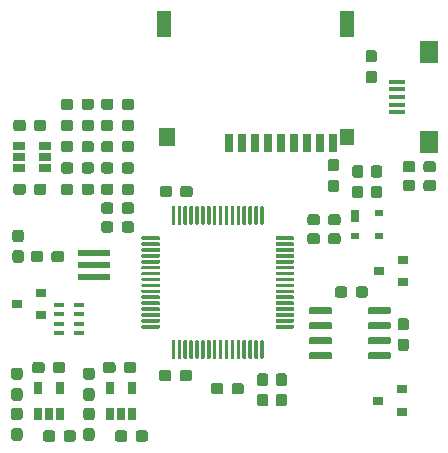
<source format=gtp>
G04 #@! TF.GenerationSoftware,KiCad,Pcbnew,(5.1.2)-1*
G04 #@! TF.CreationDate,2019-05-18T14:04:30+12:00*
G04 #@! TF.ProjectId,SimpleFCv2,53696d70-6c65-4464-9376-322e6b696361,rev?*
G04 #@! TF.SameCoordinates,Original*
G04 #@! TF.FileFunction,Paste,Top*
G04 #@! TF.FilePolarity,Positive*
%FSLAX46Y46*%
G04 Gerber Fmt 4.6, Leading zero omitted, Abs format (unit mm)*
G04 Created by KiCad (PCBNEW (5.1.2)-1) date 2019-05-18 14:04:30*
%MOMM*%
%LPD*%
G04 APERTURE LIST*
%ADD10C,0.100000*%
%ADD11C,0.300000*%
%ADD12C,0.950000*%
%ADD13R,0.900000X0.800000*%
%ADD14R,0.700000X1.000000*%
%ADD15R,0.700000X0.600000*%
%ADD16R,0.700000X1.600000*%
%ADD17R,1.200000X1.400000*%
%ADD18R,1.200000X2.200000*%
%ADD19R,1.400000X1.600000*%
%ADD20R,1.400000X0.400000*%
%ADD21R,1.500000X1.900000*%
%ADD22R,0.900000X0.400000*%
%ADD23R,0.650000X1.060000*%
%ADD24C,0.600000*%
%ADD25R,2.700000X0.500000*%
%ADD26R,1.060000X0.650000*%
G04 APERTURE END LIST*
D10*
G36*
X142732351Y-96400361D02*
G01*
X142739632Y-96401441D01*
X142746771Y-96403229D01*
X142753701Y-96405709D01*
X142760355Y-96408856D01*
X142766668Y-96412640D01*
X142772579Y-96417024D01*
X142778033Y-96421967D01*
X142782976Y-96427421D01*
X142787360Y-96433332D01*
X142791144Y-96439645D01*
X142794291Y-96446299D01*
X142796771Y-96453229D01*
X142798559Y-96460368D01*
X142799639Y-96467649D01*
X142800000Y-96475000D01*
X142800000Y-96625000D01*
X142799639Y-96632351D01*
X142798559Y-96639632D01*
X142796771Y-96646771D01*
X142794291Y-96653701D01*
X142791144Y-96660355D01*
X142787360Y-96666668D01*
X142782976Y-96672579D01*
X142778033Y-96678033D01*
X142772579Y-96682976D01*
X142766668Y-96687360D01*
X142760355Y-96691144D01*
X142753701Y-96694291D01*
X142746771Y-96696771D01*
X142739632Y-96698559D01*
X142732351Y-96699639D01*
X142725000Y-96700000D01*
X141325000Y-96700000D01*
X141317649Y-96699639D01*
X141310368Y-96698559D01*
X141303229Y-96696771D01*
X141296299Y-96694291D01*
X141289645Y-96691144D01*
X141283332Y-96687360D01*
X141277421Y-96682976D01*
X141271967Y-96678033D01*
X141267024Y-96672579D01*
X141262640Y-96666668D01*
X141258856Y-96660355D01*
X141255709Y-96653701D01*
X141253229Y-96646771D01*
X141251441Y-96639632D01*
X141250361Y-96632351D01*
X141250000Y-96625000D01*
X141250000Y-96475000D01*
X141250361Y-96467649D01*
X141251441Y-96460368D01*
X141253229Y-96453229D01*
X141255709Y-96446299D01*
X141258856Y-96439645D01*
X141262640Y-96433332D01*
X141267024Y-96427421D01*
X141271967Y-96421967D01*
X141277421Y-96417024D01*
X141283332Y-96412640D01*
X141289645Y-96408856D01*
X141296299Y-96405709D01*
X141303229Y-96403229D01*
X141310368Y-96401441D01*
X141317649Y-96400361D01*
X141325000Y-96400000D01*
X142725000Y-96400000D01*
X142732351Y-96400361D01*
X142732351Y-96400361D01*
G37*
D11*
X142025000Y-96550000D03*
D10*
G36*
X142732351Y-96900361D02*
G01*
X142739632Y-96901441D01*
X142746771Y-96903229D01*
X142753701Y-96905709D01*
X142760355Y-96908856D01*
X142766668Y-96912640D01*
X142772579Y-96917024D01*
X142778033Y-96921967D01*
X142782976Y-96927421D01*
X142787360Y-96933332D01*
X142791144Y-96939645D01*
X142794291Y-96946299D01*
X142796771Y-96953229D01*
X142798559Y-96960368D01*
X142799639Y-96967649D01*
X142800000Y-96975000D01*
X142800000Y-97125000D01*
X142799639Y-97132351D01*
X142798559Y-97139632D01*
X142796771Y-97146771D01*
X142794291Y-97153701D01*
X142791144Y-97160355D01*
X142787360Y-97166668D01*
X142782976Y-97172579D01*
X142778033Y-97178033D01*
X142772579Y-97182976D01*
X142766668Y-97187360D01*
X142760355Y-97191144D01*
X142753701Y-97194291D01*
X142746771Y-97196771D01*
X142739632Y-97198559D01*
X142732351Y-97199639D01*
X142725000Y-97200000D01*
X141325000Y-97200000D01*
X141317649Y-97199639D01*
X141310368Y-97198559D01*
X141303229Y-97196771D01*
X141296299Y-97194291D01*
X141289645Y-97191144D01*
X141283332Y-97187360D01*
X141277421Y-97182976D01*
X141271967Y-97178033D01*
X141267024Y-97172579D01*
X141262640Y-97166668D01*
X141258856Y-97160355D01*
X141255709Y-97153701D01*
X141253229Y-97146771D01*
X141251441Y-97139632D01*
X141250361Y-97132351D01*
X141250000Y-97125000D01*
X141250000Y-96975000D01*
X141250361Y-96967649D01*
X141251441Y-96960368D01*
X141253229Y-96953229D01*
X141255709Y-96946299D01*
X141258856Y-96939645D01*
X141262640Y-96933332D01*
X141267024Y-96927421D01*
X141271967Y-96921967D01*
X141277421Y-96917024D01*
X141283332Y-96912640D01*
X141289645Y-96908856D01*
X141296299Y-96905709D01*
X141303229Y-96903229D01*
X141310368Y-96901441D01*
X141317649Y-96900361D01*
X141325000Y-96900000D01*
X142725000Y-96900000D01*
X142732351Y-96900361D01*
X142732351Y-96900361D01*
G37*
D11*
X142025000Y-97050000D03*
D10*
G36*
X142732351Y-97400361D02*
G01*
X142739632Y-97401441D01*
X142746771Y-97403229D01*
X142753701Y-97405709D01*
X142760355Y-97408856D01*
X142766668Y-97412640D01*
X142772579Y-97417024D01*
X142778033Y-97421967D01*
X142782976Y-97427421D01*
X142787360Y-97433332D01*
X142791144Y-97439645D01*
X142794291Y-97446299D01*
X142796771Y-97453229D01*
X142798559Y-97460368D01*
X142799639Y-97467649D01*
X142800000Y-97475000D01*
X142800000Y-97625000D01*
X142799639Y-97632351D01*
X142798559Y-97639632D01*
X142796771Y-97646771D01*
X142794291Y-97653701D01*
X142791144Y-97660355D01*
X142787360Y-97666668D01*
X142782976Y-97672579D01*
X142778033Y-97678033D01*
X142772579Y-97682976D01*
X142766668Y-97687360D01*
X142760355Y-97691144D01*
X142753701Y-97694291D01*
X142746771Y-97696771D01*
X142739632Y-97698559D01*
X142732351Y-97699639D01*
X142725000Y-97700000D01*
X141325000Y-97700000D01*
X141317649Y-97699639D01*
X141310368Y-97698559D01*
X141303229Y-97696771D01*
X141296299Y-97694291D01*
X141289645Y-97691144D01*
X141283332Y-97687360D01*
X141277421Y-97682976D01*
X141271967Y-97678033D01*
X141267024Y-97672579D01*
X141262640Y-97666668D01*
X141258856Y-97660355D01*
X141255709Y-97653701D01*
X141253229Y-97646771D01*
X141251441Y-97639632D01*
X141250361Y-97632351D01*
X141250000Y-97625000D01*
X141250000Y-97475000D01*
X141250361Y-97467649D01*
X141251441Y-97460368D01*
X141253229Y-97453229D01*
X141255709Y-97446299D01*
X141258856Y-97439645D01*
X141262640Y-97433332D01*
X141267024Y-97427421D01*
X141271967Y-97421967D01*
X141277421Y-97417024D01*
X141283332Y-97412640D01*
X141289645Y-97408856D01*
X141296299Y-97405709D01*
X141303229Y-97403229D01*
X141310368Y-97401441D01*
X141317649Y-97400361D01*
X141325000Y-97400000D01*
X142725000Y-97400000D01*
X142732351Y-97400361D01*
X142732351Y-97400361D01*
G37*
D11*
X142025000Y-97550000D03*
D10*
G36*
X142732351Y-97900361D02*
G01*
X142739632Y-97901441D01*
X142746771Y-97903229D01*
X142753701Y-97905709D01*
X142760355Y-97908856D01*
X142766668Y-97912640D01*
X142772579Y-97917024D01*
X142778033Y-97921967D01*
X142782976Y-97927421D01*
X142787360Y-97933332D01*
X142791144Y-97939645D01*
X142794291Y-97946299D01*
X142796771Y-97953229D01*
X142798559Y-97960368D01*
X142799639Y-97967649D01*
X142800000Y-97975000D01*
X142800000Y-98125000D01*
X142799639Y-98132351D01*
X142798559Y-98139632D01*
X142796771Y-98146771D01*
X142794291Y-98153701D01*
X142791144Y-98160355D01*
X142787360Y-98166668D01*
X142782976Y-98172579D01*
X142778033Y-98178033D01*
X142772579Y-98182976D01*
X142766668Y-98187360D01*
X142760355Y-98191144D01*
X142753701Y-98194291D01*
X142746771Y-98196771D01*
X142739632Y-98198559D01*
X142732351Y-98199639D01*
X142725000Y-98200000D01*
X141325000Y-98200000D01*
X141317649Y-98199639D01*
X141310368Y-98198559D01*
X141303229Y-98196771D01*
X141296299Y-98194291D01*
X141289645Y-98191144D01*
X141283332Y-98187360D01*
X141277421Y-98182976D01*
X141271967Y-98178033D01*
X141267024Y-98172579D01*
X141262640Y-98166668D01*
X141258856Y-98160355D01*
X141255709Y-98153701D01*
X141253229Y-98146771D01*
X141251441Y-98139632D01*
X141250361Y-98132351D01*
X141250000Y-98125000D01*
X141250000Y-97975000D01*
X141250361Y-97967649D01*
X141251441Y-97960368D01*
X141253229Y-97953229D01*
X141255709Y-97946299D01*
X141258856Y-97939645D01*
X141262640Y-97933332D01*
X141267024Y-97927421D01*
X141271967Y-97921967D01*
X141277421Y-97917024D01*
X141283332Y-97912640D01*
X141289645Y-97908856D01*
X141296299Y-97905709D01*
X141303229Y-97903229D01*
X141310368Y-97901441D01*
X141317649Y-97900361D01*
X141325000Y-97900000D01*
X142725000Y-97900000D01*
X142732351Y-97900361D01*
X142732351Y-97900361D01*
G37*
D11*
X142025000Y-98050000D03*
D10*
G36*
X142732351Y-98400361D02*
G01*
X142739632Y-98401441D01*
X142746771Y-98403229D01*
X142753701Y-98405709D01*
X142760355Y-98408856D01*
X142766668Y-98412640D01*
X142772579Y-98417024D01*
X142778033Y-98421967D01*
X142782976Y-98427421D01*
X142787360Y-98433332D01*
X142791144Y-98439645D01*
X142794291Y-98446299D01*
X142796771Y-98453229D01*
X142798559Y-98460368D01*
X142799639Y-98467649D01*
X142800000Y-98475000D01*
X142800000Y-98625000D01*
X142799639Y-98632351D01*
X142798559Y-98639632D01*
X142796771Y-98646771D01*
X142794291Y-98653701D01*
X142791144Y-98660355D01*
X142787360Y-98666668D01*
X142782976Y-98672579D01*
X142778033Y-98678033D01*
X142772579Y-98682976D01*
X142766668Y-98687360D01*
X142760355Y-98691144D01*
X142753701Y-98694291D01*
X142746771Y-98696771D01*
X142739632Y-98698559D01*
X142732351Y-98699639D01*
X142725000Y-98700000D01*
X141325000Y-98700000D01*
X141317649Y-98699639D01*
X141310368Y-98698559D01*
X141303229Y-98696771D01*
X141296299Y-98694291D01*
X141289645Y-98691144D01*
X141283332Y-98687360D01*
X141277421Y-98682976D01*
X141271967Y-98678033D01*
X141267024Y-98672579D01*
X141262640Y-98666668D01*
X141258856Y-98660355D01*
X141255709Y-98653701D01*
X141253229Y-98646771D01*
X141251441Y-98639632D01*
X141250361Y-98632351D01*
X141250000Y-98625000D01*
X141250000Y-98475000D01*
X141250361Y-98467649D01*
X141251441Y-98460368D01*
X141253229Y-98453229D01*
X141255709Y-98446299D01*
X141258856Y-98439645D01*
X141262640Y-98433332D01*
X141267024Y-98427421D01*
X141271967Y-98421967D01*
X141277421Y-98417024D01*
X141283332Y-98412640D01*
X141289645Y-98408856D01*
X141296299Y-98405709D01*
X141303229Y-98403229D01*
X141310368Y-98401441D01*
X141317649Y-98400361D01*
X141325000Y-98400000D01*
X142725000Y-98400000D01*
X142732351Y-98400361D01*
X142732351Y-98400361D01*
G37*
D11*
X142025000Y-98550000D03*
D10*
G36*
X142732351Y-98900361D02*
G01*
X142739632Y-98901441D01*
X142746771Y-98903229D01*
X142753701Y-98905709D01*
X142760355Y-98908856D01*
X142766668Y-98912640D01*
X142772579Y-98917024D01*
X142778033Y-98921967D01*
X142782976Y-98927421D01*
X142787360Y-98933332D01*
X142791144Y-98939645D01*
X142794291Y-98946299D01*
X142796771Y-98953229D01*
X142798559Y-98960368D01*
X142799639Y-98967649D01*
X142800000Y-98975000D01*
X142800000Y-99125000D01*
X142799639Y-99132351D01*
X142798559Y-99139632D01*
X142796771Y-99146771D01*
X142794291Y-99153701D01*
X142791144Y-99160355D01*
X142787360Y-99166668D01*
X142782976Y-99172579D01*
X142778033Y-99178033D01*
X142772579Y-99182976D01*
X142766668Y-99187360D01*
X142760355Y-99191144D01*
X142753701Y-99194291D01*
X142746771Y-99196771D01*
X142739632Y-99198559D01*
X142732351Y-99199639D01*
X142725000Y-99200000D01*
X141325000Y-99200000D01*
X141317649Y-99199639D01*
X141310368Y-99198559D01*
X141303229Y-99196771D01*
X141296299Y-99194291D01*
X141289645Y-99191144D01*
X141283332Y-99187360D01*
X141277421Y-99182976D01*
X141271967Y-99178033D01*
X141267024Y-99172579D01*
X141262640Y-99166668D01*
X141258856Y-99160355D01*
X141255709Y-99153701D01*
X141253229Y-99146771D01*
X141251441Y-99139632D01*
X141250361Y-99132351D01*
X141250000Y-99125000D01*
X141250000Y-98975000D01*
X141250361Y-98967649D01*
X141251441Y-98960368D01*
X141253229Y-98953229D01*
X141255709Y-98946299D01*
X141258856Y-98939645D01*
X141262640Y-98933332D01*
X141267024Y-98927421D01*
X141271967Y-98921967D01*
X141277421Y-98917024D01*
X141283332Y-98912640D01*
X141289645Y-98908856D01*
X141296299Y-98905709D01*
X141303229Y-98903229D01*
X141310368Y-98901441D01*
X141317649Y-98900361D01*
X141325000Y-98900000D01*
X142725000Y-98900000D01*
X142732351Y-98900361D01*
X142732351Y-98900361D01*
G37*
D11*
X142025000Y-99050000D03*
D10*
G36*
X142732351Y-99400361D02*
G01*
X142739632Y-99401441D01*
X142746771Y-99403229D01*
X142753701Y-99405709D01*
X142760355Y-99408856D01*
X142766668Y-99412640D01*
X142772579Y-99417024D01*
X142778033Y-99421967D01*
X142782976Y-99427421D01*
X142787360Y-99433332D01*
X142791144Y-99439645D01*
X142794291Y-99446299D01*
X142796771Y-99453229D01*
X142798559Y-99460368D01*
X142799639Y-99467649D01*
X142800000Y-99475000D01*
X142800000Y-99625000D01*
X142799639Y-99632351D01*
X142798559Y-99639632D01*
X142796771Y-99646771D01*
X142794291Y-99653701D01*
X142791144Y-99660355D01*
X142787360Y-99666668D01*
X142782976Y-99672579D01*
X142778033Y-99678033D01*
X142772579Y-99682976D01*
X142766668Y-99687360D01*
X142760355Y-99691144D01*
X142753701Y-99694291D01*
X142746771Y-99696771D01*
X142739632Y-99698559D01*
X142732351Y-99699639D01*
X142725000Y-99700000D01*
X141325000Y-99700000D01*
X141317649Y-99699639D01*
X141310368Y-99698559D01*
X141303229Y-99696771D01*
X141296299Y-99694291D01*
X141289645Y-99691144D01*
X141283332Y-99687360D01*
X141277421Y-99682976D01*
X141271967Y-99678033D01*
X141267024Y-99672579D01*
X141262640Y-99666668D01*
X141258856Y-99660355D01*
X141255709Y-99653701D01*
X141253229Y-99646771D01*
X141251441Y-99639632D01*
X141250361Y-99632351D01*
X141250000Y-99625000D01*
X141250000Y-99475000D01*
X141250361Y-99467649D01*
X141251441Y-99460368D01*
X141253229Y-99453229D01*
X141255709Y-99446299D01*
X141258856Y-99439645D01*
X141262640Y-99433332D01*
X141267024Y-99427421D01*
X141271967Y-99421967D01*
X141277421Y-99417024D01*
X141283332Y-99412640D01*
X141289645Y-99408856D01*
X141296299Y-99405709D01*
X141303229Y-99403229D01*
X141310368Y-99401441D01*
X141317649Y-99400361D01*
X141325000Y-99400000D01*
X142725000Y-99400000D01*
X142732351Y-99400361D01*
X142732351Y-99400361D01*
G37*
D11*
X142025000Y-99550000D03*
D10*
G36*
X142732351Y-99900361D02*
G01*
X142739632Y-99901441D01*
X142746771Y-99903229D01*
X142753701Y-99905709D01*
X142760355Y-99908856D01*
X142766668Y-99912640D01*
X142772579Y-99917024D01*
X142778033Y-99921967D01*
X142782976Y-99927421D01*
X142787360Y-99933332D01*
X142791144Y-99939645D01*
X142794291Y-99946299D01*
X142796771Y-99953229D01*
X142798559Y-99960368D01*
X142799639Y-99967649D01*
X142800000Y-99975000D01*
X142800000Y-100125000D01*
X142799639Y-100132351D01*
X142798559Y-100139632D01*
X142796771Y-100146771D01*
X142794291Y-100153701D01*
X142791144Y-100160355D01*
X142787360Y-100166668D01*
X142782976Y-100172579D01*
X142778033Y-100178033D01*
X142772579Y-100182976D01*
X142766668Y-100187360D01*
X142760355Y-100191144D01*
X142753701Y-100194291D01*
X142746771Y-100196771D01*
X142739632Y-100198559D01*
X142732351Y-100199639D01*
X142725000Y-100200000D01*
X141325000Y-100200000D01*
X141317649Y-100199639D01*
X141310368Y-100198559D01*
X141303229Y-100196771D01*
X141296299Y-100194291D01*
X141289645Y-100191144D01*
X141283332Y-100187360D01*
X141277421Y-100182976D01*
X141271967Y-100178033D01*
X141267024Y-100172579D01*
X141262640Y-100166668D01*
X141258856Y-100160355D01*
X141255709Y-100153701D01*
X141253229Y-100146771D01*
X141251441Y-100139632D01*
X141250361Y-100132351D01*
X141250000Y-100125000D01*
X141250000Y-99975000D01*
X141250361Y-99967649D01*
X141251441Y-99960368D01*
X141253229Y-99953229D01*
X141255709Y-99946299D01*
X141258856Y-99939645D01*
X141262640Y-99933332D01*
X141267024Y-99927421D01*
X141271967Y-99921967D01*
X141277421Y-99917024D01*
X141283332Y-99912640D01*
X141289645Y-99908856D01*
X141296299Y-99905709D01*
X141303229Y-99903229D01*
X141310368Y-99901441D01*
X141317649Y-99900361D01*
X141325000Y-99900000D01*
X142725000Y-99900000D01*
X142732351Y-99900361D01*
X142732351Y-99900361D01*
G37*
D11*
X142025000Y-100050000D03*
D10*
G36*
X142732351Y-100400361D02*
G01*
X142739632Y-100401441D01*
X142746771Y-100403229D01*
X142753701Y-100405709D01*
X142760355Y-100408856D01*
X142766668Y-100412640D01*
X142772579Y-100417024D01*
X142778033Y-100421967D01*
X142782976Y-100427421D01*
X142787360Y-100433332D01*
X142791144Y-100439645D01*
X142794291Y-100446299D01*
X142796771Y-100453229D01*
X142798559Y-100460368D01*
X142799639Y-100467649D01*
X142800000Y-100475000D01*
X142800000Y-100625000D01*
X142799639Y-100632351D01*
X142798559Y-100639632D01*
X142796771Y-100646771D01*
X142794291Y-100653701D01*
X142791144Y-100660355D01*
X142787360Y-100666668D01*
X142782976Y-100672579D01*
X142778033Y-100678033D01*
X142772579Y-100682976D01*
X142766668Y-100687360D01*
X142760355Y-100691144D01*
X142753701Y-100694291D01*
X142746771Y-100696771D01*
X142739632Y-100698559D01*
X142732351Y-100699639D01*
X142725000Y-100700000D01*
X141325000Y-100700000D01*
X141317649Y-100699639D01*
X141310368Y-100698559D01*
X141303229Y-100696771D01*
X141296299Y-100694291D01*
X141289645Y-100691144D01*
X141283332Y-100687360D01*
X141277421Y-100682976D01*
X141271967Y-100678033D01*
X141267024Y-100672579D01*
X141262640Y-100666668D01*
X141258856Y-100660355D01*
X141255709Y-100653701D01*
X141253229Y-100646771D01*
X141251441Y-100639632D01*
X141250361Y-100632351D01*
X141250000Y-100625000D01*
X141250000Y-100475000D01*
X141250361Y-100467649D01*
X141251441Y-100460368D01*
X141253229Y-100453229D01*
X141255709Y-100446299D01*
X141258856Y-100439645D01*
X141262640Y-100433332D01*
X141267024Y-100427421D01*
X141271967Y-100421967D01*
X141277421Y-100417024D01*
X141283332Y-100412640D01*
X141289645Y-100408856D01*
X141296299Y-100405709D01*
X141303229Y-100403229D01*
X141310368Y-100401441D01*
X141317649Y-100400361D01*
X141325000Y-100400000D01*
X142725000Y-100400000D01*
X142732351Y-100400361D01*
X142732351Y-100400361D01*
G37*
D11*
X142025000Y-100550000D03*
D10*
G36*
X142732351Y-100900361D02*
G01*
X142739632Y-100901441D01*
X142746771Y-100903229D01*
X142753701Y-100905709D01*
X142760355Y-100908856D01*
X142766668Y-100912640D01*
X142772579Y-100917024D01*
X142778033Y-100921967D01*
X142782976Y-100927421D01*
X142787360Y-100933332D01*
X142791144Y-100939645D01*
X142794291Y-100946299D01*
X142796771Y-100953229D01*
X142798559Y-100960368D01*
X142799639Y-100967649D01*
X142800000Y-100975000D01*
X142800000Y-101125000D01*
X142799639Y-101132351D01*
X142798559Y-101139632D01*
X142796771Y-101146771D01*
X142794291Y-101153701D01*
X142791144Y-101160355D01*
X142787360Y-101166668D01*
X142782976Y-101172579D01*
X142778033Y-101178033D01*
X142772579Y-101182976D01*
X142766668Y-101187360D01*
X142760355Y-101191144D01*
X142753701Y-101194291D01*
X142746771Y-101196771D01*
X142739632Y-101198559D01*
X142732351Y-101199639D01*
X142725000Y-101200000D01*
X141325000Y-101200000D01*
X141317649Y-101199639D01*
X141310368Y-101198559D01*
X141303229Y-101196771D01*
X141296299Y-101194291D01*
X141289645Y-101191144D01*
X141283332Y-101187360D01*
X141277421Y-101182976D01*
X141271967Y-101178033D01*
X141267024Y-101172579D01*
X141262640Y-101166668D01*
X141258856Y-101160355D01*
X141255709Y-101153701D01*
X141253229Y-101146771D01*
X141251441Y-101139632D01*
X141250361Y-101132351D01*
X141250000Y-101125000D01*
X141250000Y-100975000D01*
X141250361Y-100967649D01*
X141251441Y-100960368D01*
X141253229Y-100953229D01*
X141255709Y-100946299D01*
X141258856Y-100939645D01*
X141262640Y-100933332D01*
X141267024Y-100927421D01*
X141271967Y-100921967D01*
X141277421Y-100917024D01*
X141283332Y-100912640D01*
X141289645Y-100908856D01*
X141296299Y-100905709D01*
X141303229Y-100903229D01*
X141310368Y-100901441D01*
X141317649Y-100900361D01*
X141325000Y-100900000D01*
X142725000Y-100900000D01*
X142732351Y-100900361D01*
X142732351Y-100900361D01*
G37*
D11*
X142025000Y-101050000D03*
D10*
G36*
X142732351Y-101400361D02*
G01*
X142739632Y-101401441D01*
X142746771Y-101403229D01*
X142753701Y-101405709D01*
X142760355Y-101408856D01*
X142766668Y-101412640D01*
X142772579Y-101417024D01*
X142778033Y-101421967D01*
X142782976Y-101427421D01*
X142787360Y-101433332D01*
X142791144Y-101439645D01*
X142794291Y-101446299D01*
X142796771Y-101453229D01*
X142798559Y-101460368D01*
X142799639Y-101467649D01*
X142800000Y-101475000D01*
X142800000Y-101625000D01*
X142799639Y-101632351D01*
X142798559Y-101639632D01*
X142796771Y-101646771D01*
X142794291Y-101653701D01*
X142791144Y-101660355D01*
X142787360Y-101666668D01*
X142782976Y-101672579D01*
X142778033Y-101678033D01*
X142772579Y-101682976D01*
X142766668Y-101687360D01*
X142760355Y-101691144D01*
X142753701Y-101694291D01*
X142746771Y-101696771D01*
X142739632Y-101698559D01*
X142732351Y-101699639D01*
X142725000Y-101700000D01*
X141325000Y-101700000D01*
X141317649Y-101699639D01*
X141310368Y-101698559D01*
X141303229Y-101696771D01*
X141296299Y-101694291D01*
X141289645Y-101691144D01*
X141283332Y-101687360D01*
X141277421Y-101682976D01*
X141271967Y-101678033D01*
X141267024Y-101672579D01*
X141262640Y-101666668D01*
X141258856Y-101660355D01*
X141255709Y-101653701D01*
X141253229Y-101646771D01*
X141251441Y-101639632D01*
X141250361Y-101632351D01*
X141250000Y-101625000D01*
X141250000Y-101475000D01*
X141250361Y-101467649D01*
X141251441Y-101460368D01*
X141253229Y-101453229D01*
X141255709Y-101446299D01*
X141258856Y-101439645D01*
X141262640Y-101433332D01*
X141267024Y-101427421D01*
X141271967Y-101421967D01*
X141277421Y-101417024D01*
X141283332Y-101412640D01*
X141289645Y-101408856D01*
X141296299Y-101405709D01*
X141303229Y-101403229D01*
X141310368Y-101401441D01*
X141317649Y-101400361D01*
X141325000Y-101400000D01*
X142725000Y-101400000D01*
X142732351Y-101400361D01*
X142732351Y-101400361D01*
G37*
D11*
X142025000Y-101550000D03*
D10*
G36*
X142732351Y-101900361D02*
G01*
X142739632Y-101901441D01*
X142746771Y-101903229D01*
X142753701Y-101905709D01*
X142760355Y-101908856D01*
X142766668Y-101912640D01*
X142772579Y-101917024D01*
X142778033Y-101921967D01*
X142782976Y-101927421D01*
X142787360Y-101933332D01*
X142791144Y-101939645D01*
X142794291Y-101946299D01*
X142796771Y-101953229D01*
X142798559Y-101960368D01*
X142799639Y-101967649D01*
X142800000Y-101975000D01*
X142800000Y-102125000D01*
X142799639Y-102132351D01*
X142798559Y-102139632D01*
X142796771Y-102146771D01*
X142794291Y-102153701D01*
X142791144Y-102160355D01*
X142787360Y-102166668D01*
X142782976Y-102172579D01*
X142778033Y-102178033D01*
X142772579Y-102182976D01*
X142766668Y-102187360D01*
X142760355Y-102191144D01*
X142753701Y-102194291D01*
X142746771Y-102196771D01*
X142739632Y-102198559D01*
X142732351Y-102199639D01*
X142725000Y-102200000D01*
X141325000Y-102200000D01*
X141317649Y-102199639D01*
X141310368Y-102198559D01*
X141303229Y-102196771D01*
X141296299Y-102194291D01*
X141289645Y-102191144D01*
X141283332Y-102187360D01*
X141277421Y-102182976D01*
X141271967Y-102178033D01*
X141267024Y-102172579D01*
X141262640Y-102166668D01*
X141258856Y-102160355D01*
X141255709Y-102153701D01*
X141253229Y-102146771D01*
X141251441Y-102139632D01*
X141250361Y-102132351D01*
X141250000Y-102125000D01*
X141250000Y-101975000D01*
X141250361Y-101967649D01*
X141251441Y-101960368D01*
X141253229Y-101953229D01*
X141255709Y-101946299D01*
X141258856Y-101939645D01*
X141262640Y-101933332D01*
X141267024Y-101927421D01*
X141271967Y-101921967D01*
X141277421Y-101917024D01*
X141283332Y-101912640D01*
X141289645Y-101908856D01*
X141296299Y-101905709D01*
X141303229Y-101903229D01*
X141310368Y-101901441D01*
X141317649Y-101900361D01*
X141325000Y-101900000D01*
X142725000Y-101900000D01*
X142732351Y-101900361D01*
X142732351Y-101900361D01*
G37*
D11*
X142025000Y-102050000D03*
D10*
G36*
X142732351Y-102400361D02*
G01*
X142739632Y-102401441D01*
X142746771Y-102403229D01*
X142753701Y-102405709D01*
X142760355Y-102408856D01*
X142766668Y-102412640D01*
X142772579Y-102417024D01*
X142778033Y-102421967D01*
X142782976Y-102427421D01*
X142787360Y-102433332D01*
X142791144Y-102439645D01*
X142794291Y-102446299D01*
X142796771Y-102453229D01*
X142798559Y-102460368D01*
X142799639Y-102467649D01*
X142800000Y-102475000D01*
X142800000Y-102625000D01*
X142799639Y-102632351D01*
X142798559Y-102639632D01*
X142796771Y-102646771D01*
X142794291Y-102653701D01*
X142791144Y-102660355D01*
X142787360Y-102666668D01*
X142782976Y-102672579D01*
X142778033Y-102678033D01*
X142772579Y-102682976D01*
X142766668Y-102687360D01*
X142760355Y-102691144D01*
X142753701Y-102694291D01*
X142746771Y-102696771D01*
X142739632Y-102698559D01*
X142732351Y-102699639D01*
X142725000Y-102700000D01*
X141325000Y-102700000D01*
X141317649Y-102699639D01*
X141310368Y-102698559D01*
X141303229Y-102696771D01*
X141296299Y-102694291D01*
X141289645Y-102691144D01*
X141283332Y-102687360D01*
X141277421Y-102682976D01*
X141271967Y-102678033D01*
X141267024Y-102672579D01*
X141262640Y-102666668D01*
X141258856Y-102660355D01*
X141255709Y-102653701D01*
X141253229Y-102646771D01*
X141251441Y-102639632D01*
X141250361Y-102632351D01*
X141250000Y-102625000D01*
X141250000Y-102475000D01*
X141250361Y-102467649D01*
X141251441Y-102460368D01*
X141253229Y-102453229D01*
X141255709Y-102446299D01*
X141258856Y-102439645D01*
X141262640Y-102433332D01*
X141267024Y-102427421D01*
X141271967Y-102421967D01*
X141277421Y-102417024D01*
X141283332Y-102412640D01*
X141289645Y-102408856D01*
X141296299Y-102405709D01*
X141303229Y-102403229D01*
X141310368Y-102401441D01*
X141317649Y-102400361D01*
X141325000Y-102400000D01*
X142725000Y-102400000D01*
X142732351Y-102400361D01*
X142732351Y-102400361D01*
G37*
D11*
X142025000Y-102550000D03*
D10*
G36*
X142732351Y-102900361D02*
G01*
X142739632Y-102901441D01*
X142746771Y-102903229D01*
X142753701Y-102905709D01*
X142760355Y-102908856D01*
X142766668Y-102912640D01*
X142772579Y-102917024D01*
X142778033Y-102921967D01*
X142782976Y-102927421D01*
X142787360Y-102933332D01*
X142791144Y-102939645D01*
X142794291Y-102946299D01*
X142796771Y-102953229D01*
X142798559Y-102960368D01*
X142799639Y-102967649D01*
X142800000Y-102975000D01*
X142800000Y-103125000D01*
X142799639Y-103132351D01*
X142798559Y-103139632D01*
X142796771Y-103146771D01*
X142794291Y-103153701D01*
X142791144Y-103160355D01*
X142787360Y-103166668D01*
X142782976Y-103172579D01*
X142778033Y-103178033D01*
X142772579Y-103182976D01*
X142766668Y-103187360D01*
X142760355Y-103191144D01*
X142753701Y-103194291D01*
X142746771Y-103196771D01*
X142739632Y-103198559D01*
X142732351Y-103199639D01*
X142725000Y-103200000D01*
X141325000Y-103200000D01*
X141317649Y-103199639D01*
X141310368Y-103198559D01*
X141303229Y-103196771D01*
X141296299Y-103194291D01*
X141289645Y-103191144D01*
X141283332Y-103187360D01*
X141277421Y-103182976D01*
X141271967Y-103178033D01*
X141267024Y-103172579D01*
X141262640Y-103166668D01*
X141258856Y-103160355D01*
X141255709Y-103153701D01*
X141253229Y-103146771D01*
X141251441Y-103139632D01*
X141250361Y-103132351D01*
X141250000Y-103125000D01*
X141250000Y-102975000D01*
X141250361Y-102967649D01*
X141251441Y-102960368D01*
X141253229Y-102953229D01*
X141255709Y-102946299D01*
X141258856Y-102939645D01*
X141262640Y-102933332D01*
X141267024Y-102927421D01*
X141271967Y-102921967D01*
X141277421Y-102917024D01*
X141283332Y-102912640D01*
X141289645Y-102908856D01*
X141296299Y-102905709D01*
X141303229Y-102903229D01*
X141310368Y-102901441D01*
X141317649Y-102900361D01*
X141325000Y-102900000D01*
X142725000Y-102900000D01*
X142732351Y-102900361D01*
X142732351Y-102900361D01*
G37*
D11*
X142025000Y-103050000D03*
D10*
G36*
X142732351Y-103400361D02*
G01*
X142739632Y-103401441D01*
X142746771Y-103403229D01*
X142753701Y-103405709D01*
X142760355Y-103408856D01*
X142766668Y-103412640D01*
X142772579Y-103417024D01*
X142778033Y-103421967D01*
X142782976Y-103427421D01*
X142787360Y-103433332D01*
X142791144Y-103439645D01*
X142794291Y-103446299D01*
X142796771Y-103453229D01*
X142798559Y-103460368D01*
X142799639Y-103467649D01*
X142800000Y-103475000D01*
X142800000Y-103625000D01*
X142799639Y-103632351D01*
X142798559Y-103639632D01*
X142796771Y-103646771D01*
X142794291Y-103653701D01*
X142791144Y-103660355D01*
X142787360Y-103666668D01*
X142782976Y-103672579D01*
X142778033Y-103678033D01*
X142772579Y-103682976D01*
X142766668Y-103687360D01*
X142760355Y-103691144D01*
X142753701Y-103694291D01*
X142746771Y-103696771D01*
X142739632Y-103698559D01*
X142732351Y-103699639D01*
X142725000Y-103700000D01*
X141325000Y-103700000D01*
X141317649Y-103699639D01*
X141310368Y-103698559D01*
X141303229Y-103696771D01*
X141296299Y-103694291D01*
X141289645Y-103691144D01*
X141283332Y-103687360D01*
X141277421Y-103682976D01*
X141271967Y-103678033D01*
X141267024Y-103672579D01*
X141262640Y-103666668D01*
X141258856Y-103660355D01*
X141255709Y-103653701D01*
X141253229Y-103646771D01*
X141251441Y-103639632D01*
X141250361Y-103632351D01*
X141250000Y-103625000D01*
X141250000Y-103475000D01*
X141250361Y-103467649D01*
X141251441Y-103460368D01*
X141253229Y-103453229D01*
X141255709Y-103446299D01*
X141258856Y-103439645D01*
X141262640Y-103433332D01*
X141267024Y-103427421D01*
X141271967Y-103421967D01*
X141277421Y-103417024D01*
X141283332Y-103412640D01*
X141289645Y-103408856D01*
X141296299Y-103405709D01*
X141303229Y-103403229D01*
X141310368Y-103401441D01*
X141317649Y-103400361D01*
X141325000Y-103400000D01*
X142725000Y-103400000D01*
X142732351Y-103400361D01*
X142732351Y-103400361D01*
G37*
D11*
X142025000Y-103550000D03*
D10*
G36*
X142732351Y-103900361D02*
G01*
X142739632Y-103901441D01*
X142746771Y-103903229D01*
X142753701Y-103905709D01*
X142760355Y-103908856D01*
X142766668Y-103912640D01*
X142772579Y-103917024D01*
X142778033Y-103921967D01*
X142782976Y-103927421D01*
X142787360Y-103933332D01*
X142791144Y-103939645D01*
X142794291Y-103946299D01*
X142796771Y-103953229D01*
X142798559Y-103960368D01*
X142799639Y-103967649D01*
X142800000Y-103975000D01*
X142800000Y-104125000D01*
X142799639Y-104132351D01*
X142798559Y-104139632D01*
X142796771Y-104146771D01*
X142794291Y-104153701D01*
X142791144Y-104160355D01*
X142787360Y-104166668D01*
X142782976Y-104172579D01*
X142778033Y-104178033D01*
X142772579Y-104182976D01*
X142766668Y-104187360D01*
X142760355Y-104191144D01*
X142753701Y-104194291D01*
X142746771Y-104196771D01*
X142739632Y-104198559D01*
X142732351Y-104199639D01*
X142725000Y-104200000D01*
X141325000Y-104200000D01*
X141317649Y-104199639D01*
X141310368Y-104198559D01*
X141303229Y-104196771D01*
X141296299Y-104194291D01*
X141289645Y-104191144D01*
X141283332Y-104187360D01*
X141277421Y-104182976D01*
X141271967Y-104178033D01*
X141267024Y-104172579D01*
X141262640Y-104166668D01*
X141258856Y-104160355D01*
X141255709Y-104153701D01*
X141253229Y-104146771D01*
X141251441Y-104139632D01*
X141250361Y-104132351D01*
X141250000Y-104125000D01*
X141250000Y-103975000D01*
X141250361Y-103967649D01*
X141251441Y-103960368D01*
X141253229Y-103953229D01*
X141255709Y-103946299D01*
X141258856Y-103939645D01*
X141262640Y-103933332D01*
X141267024Y-103927421D01*
X141271967Y-103921967D01*
X141277421Y-103917024D01*
X141283332Y-103912640D01*
X141289645Y-103908856D01*
X141296299Y-103905709D01*
X141303229Y-103903229D01*
X141310368Y-103901441D01*
X141317649Y-103900361D01*
X141325000Y-103900000D01*
X142725000Y-103900000D01*
X142732351Y-103900361D01*
X142732351Y-103900361D01*
G37*
D11*
X142025000Y-104050000D03*
D10*
G36*
X144032351Y-105200361D02*
G01*
X144039632Y-105201441D01*
X144046771Y-105203229D01*
X144053701Y-105205709D01*
X144060355Y-105208856D01*
X144066668Y-105212640D01*
X144072579Y-105217024D01*
X144078033Y-105221967D01*
X144082976Y-105227421D01*
X144087360Y-105233332D01*
X144091144Y-105239645D01*
X144094291Y-105246299D01*
X144096771Y-105253229D01*
X144098559Y-105260368D01*
X144099639Y-105267649D01*
X144100000Y-105275000D01*
X144100000Y-106675000D01*
X144099639Y-106682351D01*
X144098559Y-106689632D01*
X144096771Y-106696771D01*
X144094291Y-106703701D01*
X144091144Y-106710355D01*
X144087360Y-106716668D01*
X144082976Y-106722579D01*
X144078033Y-106728033D01*
X144072579Y-106732976D01*
X144066668Y-106737360D01*
X144060355Y-106741144D01*
X144053701Y-106744291D01*
X144046771Y-106746771D01*
X144039632Y-106748559D01*
X144032351Y-106749639D01*
X144025000Y-106750000D01*
X143875000Y-106750000D01*
X143867649Y-106749639D01*
X143860368Y-106748559D01*
X143853229Y-106746771D01*
X143846299Y-106744291D01*
X143839645Y-106741144D01*
X143833332Y-106737360D01*
X143827421Y-106732976D01*
X143821967Y-106728033D01*
X143817024Y-106722579D01*
X143812640Y-106716668D01*
X143808856Y-106710355D01*
X143805709Y-106703701D01*
X143803229Y-106696771D01*
X143801441Y-106689632D01*
X143800361Y-106682351D01*
X143800000Y-106675000D01*
X143800000Y-105275000D01*
X143800361Y-105267649D01*
X143801441Y-105260368D01*
X143803229Y-105253229D01*
X143805709Y-105246299D01*
X143808856Y-105239645D01*
X143812640Y-105233332D01*
X143817024Y-105227421D01*
X143821967Y-105221967D01*
X143827421Y-105217024D01*
X143833332Y-105212640D01*
X143839645Y-105208856D01*
X143846299Y-105205709D01*
X143853229Y-105203229D01*
X143860368Y-105201441D01*
X143867649Y-105200361D01*
X143875000Y-105200000D01*
X144025000Y-105200000D01*
X144032351Y-105200361D01*
X144032351Y-105200361D01*
G37*
D11*
X143950000Y-105975000D03*
D10*
G36*
X144532351Y-105200361D02*
G01*
X144539632Y-105201441D01*
X144546771Y-105203229D01*
X144553701Y-105205709D01*
X144560355Y-105208856D01*
X144566668Y-105212640D01*
X144572579Y-105217024D01*
X144578033Y-105221967D01*
X144582976Y-105227421D01*
X144587360Y-105233332D01*
X144591144Y-105239645D01*
X144594291Y-105246299D01*
X144596771Y-105253229D01*
X144598559Y-105260368D01*
X144599639Y-105267649D01*
X144600000Y-105275000D01*
X144600000Y-106675000D01*
X144599639Y-106682351D01*
X144598559Y-106689632D01*
X144596771Y-106696771D01*
X144594291Y-106703701D01*
X144591144Y-106710355D01*
X144587360Y-106716668D01*
X144582976Y-106722579D01*
X144578033Y-106728033D01*
X144572579Y-106732976D01*
X144566668Y-106737360D01*
X144560355Y-106741144D01*
X144553701Y-106744291D01*
X144546771Y-106746771D01*
X144539632Y-106748559D01*
X144532351Y-106749639D01*
X144525000Y-106750000D01*
X144375000Y-106750000D01*
X144367649Y-106749639D01*
X144360368Y-106748559D01*
X144353229Y-106746771D01*
X144346299Y-106744291D01*
X144339645Y-106741144D01*
X144333332Y-106737360D01*
X144327421Y-106732976D01*
X144321967Y-106728033D01*
X144317024Y-106722579D01*
X144312640Y-106716668D01*
X144308856Y-106710355D01*
X144305709Y-106703701D01*
X144303229Y-106696771D01*
X144301441Y-106689632D01*
X144300361Y-106682351D01*
X144300000Y-106675000D01*
X144300000Y-105275000D01*
X144300361Y-105267649D01*
X144301441Y-105260368D01*
X144303229Y-105253229D01*
X144305709Y-105246299D01*
X144308856Y-105239645D01*
X144312640Y-105233332D01*
X144317024Y-105227421D01*
X144321967Y-105221967D01*
X144327421Y-105217024D01*
X144333332Y-105212640D01*
X144339645Y-105208856D01*
X144346299Y-105205709D01*
X144353229Y-105203229D01*
X144360368Y-105201441D01*
X144367649Y-105200361D01*
X144375000Y-105200000D01*
X144525000Y-105200000D01*
X144532351Y-105200361D01*
X144532351Y-105200361D01*
G37*
D11*
X144450000Y-105975000D03*
D10*
G36*
X145032351Y-105200361D02*
G01*
X145039632Y-105201441D01*
X145046771Y-105203229D01*
X145053701Y-105205709D01*
X145060355Y-105208856D01*
X145066668Y-105212640D01*
X145072579Y-105217024D01*
X145078033Y-105221967D01*
X145082976Y-105227421D01*
X145087360Y-105233332D01*
X145091144Y-105239645D01*
X145094291Y-105246299D01*
X145096771Y-105253229D01*
X145098559Y-105260368D01*
X145099639Y-105267649D01*
X145100000Y-105275000D01*
X145100000Y-106675000D01*
X145099639Y-106682351D01*
X145098559Y-106689632D01*
X145096771Y-106696771D01*
X145094291Y-106703701D01*
X145091144Y-106710355D01*
X145087360Y-106716668D01*
X145082976Y-106722579D01*
X145078033Y-106728033D01*
X145072579Y-106732976D01*
X145066668Y-106737360D01*
X145060355Y-106741144D01*
X145053701Y-106744291D01*
X145046771Y-106746771D01*
X145039632Y-106748559D01*
X145032351Y-106749639D01*
X145025000Y-106750000D01*
X144875000Y-106750000D01*
X144867649Y-106749639D01*
X144860368Y-106748559D01*
X144853229Y-106746771D01*
X144846299Y-106744291D01*
X144839645Y-106741144D01*
X144833332Y-106737360D01*
X144827421Y-106732976D01*
X144821967Y-106728033D01*
X144817024Y-106722579D01*
X144812640Y-106716668D01*
X144808856Y-106710355D01*
X144805709Y-106703701D01*
X144803229Y-106696771D01*
X144801441Y-106689632D01*
X144800361Y-106682351D01*
X144800000Y-106675000D01*
X144800000Y-105275000D01*
X144800361Y-105267649D01*
X144801441Y-105260368D01*
X144803229Y-105253229D01*
X144805709Y-105246299D01*
X144808856Y-105239645D01*
X144812640Y-105233332D01*
X144817024Y-105227421D01*
X144821967Y-105221967D01*
X144827421Y-105217024D01*
X144833332Y-105212640D01*
X144839645Y-105208856D01*
X144846299Y-105205709D01*
X144853229Y-105203229D01*
X144860368Y-105201441D01*
X144867649Y-105200361D01*
X144875000Y-105200000D01*
X145025000Y-105200000D01*
X145032351Y-105200361D01*
X145032351Y-105200361D01*
G37*
D11*
X144950000Y-105975000D03*
D10*
G36*
X145532351Y-105200361D02*
G01*
X145539632Y-105201441D01*
X145546771Y-105203229D01*
X145553701Y-105205709D01*
X145560355Y-105208856D01*
X145566668Y-105212640D01*
X145572579Y-105217024D01*
X145578033Y-105221967D01*
X145582976Y-105227421D01*
X145587360Y-105233332D01*
X145591144Y-105239645D01*
X145594291Y-105246299D01*
X145596771Y-105253229D01*
X145598559Y-105260368D01*
X145599639Y-105267649D01*
X145600000Y-105275000D01*
X145600000Y-106675000D01*
X145599639Y-106682351D01*
X145598559Y-106689632D01*
X145596771Y-106696771D01*
X145594291Y-106703701D01*
X145591144Y-106710355D01*
X145587360Y-106716668D01*
X145582976Y-106722579D01*
X145578033Y-106728033D01*
X145572579Y-106732976D01*
X145566668Y-106737360D01*
X145560355Y-106741144D01*
X145553701Y-106744291D01*
X145546771Y-106746771D01*
X145539632Y-106748559D01*
X145532351Y-106749639D01*
X145525000Y-106750000D01*
X145375000Y-106750000D01*
X145367649Y-106749639D01*
X145360368Y-106748559D01*
X145353229Y-106746771D01*
X145346299Y-106744291D01*
X145339645Y-106741144D01*
X145333332Y-106737360D01*
X145327421Y-106732976D01*
X145321967Y-106728033D01*
X145317024Y-106722579D01*
X145312640Y-106716668D01*
X145308856Y-106710355D01*
X145305709Y-106703701D01*
X145303229Y-106696771D01*
X145301441Y-106689632D01*
X145300361Y-106682351D01*
X145300000Y-106675000D01*
X145300000Y-105275000D01*
X145300361Y-105267649D01*
X145301441Y-105260368D01*
X145303229Y-105253229D01*
X145305709Y-105246299D01*
X145308856Y-105239645D01*
X145312640Y-105233332D01*
X145317024Y-105227421D01*
X145321967Y-105221967D01*
X145327421Y-105217024D01*
X145333332Y-105212640D01*
X145339645Y-105208856D01*
X145346299Y-105205709D01*
X145353229Y-105203229D01*
X145360368Y-105201441D01*
X145367649Y-105200361D01*
X145375000Y-105200000D01*
X145525000Y-105200000D01*
X145532351Y-105200361D01*
X145532351Y-105200361D01*
G37*
D11*
X145450000Y-105975000D03*
D10*
G36*
X146032351Y-105200361D02*
G01*
X146039632Y-105201441D01*
X146046771Y-105203229D01*
X146053701Y-105205709D01*
X146060355Y-105208856D01*
X146066668Y-105212640D01*
X146072579Y-105217024D01*
X146078033Y-105221967D01*
X146082976Y-105227421D01*
X146087360Y-105233332D01*
X146091144Y-105239645D01*
X146094291Y-105246299D01*
X146096771Y-105253229D01*
X146098559Y-105260368D01*
X146099639Y-105267649D01*
X146100000Y-105275000D01*
X146100000Y-106675000D01*
X146099639Y-106682351D01*
X146098559Y-106689632D01*
X146096771Y-106696771D01*
X146094291Y-106703701D01*
X146091144Y-106710355D01*
X146087360Y-106716668D01*
X146082976Y-106722579D01*
X146078033Y-106728033D01*
X146072579Y-106732976D01*
X146066668Y-106737360D01*
X146060355Y-106741144D01*
X146053701Y-106744291D01*
X146046771Y-106746771D01*
X146039632Y-106748559D01*
X146032351Y-106749639D01*
X146025000Y-106750000D01*
X145875000Y-106750000D01*
X145867649Y-106749639D01*
X145860368Y-106748559D01*
X145853229Y-106746771D01*
X145846299Y-106744291D01*
X145839645Y-106741144D01*
X145833332Y-106737360D01*
X145827421Y-106732976D01*
X145821967Y-106728033D01*
X145817024Y-106722579D01*
X145812640Y-106716668D01*
X145808856Y-106710355D01*
X145805709Y-106703701D01*
X145803229Y-106696771D01*
X145801441Y-106689632D01*
X145800361Y-106682351D01*
X145800000Y-106675000D01*
X145800000Y-105275000D01*
X145800361Y-105267649D01*
X145801441Y-105260368D01*
X145803229Y-105253229D01*
X145805709Y-105246299D01*
X145808856Y-105239645D01*
X145812640Y-105233332D01*
X145817024Y-105227421D01*
X145821967Y-105221967D01*
X145827421Y-105217024D01*
X145833332Y-105212640D01*
X145839645Y-105208856D01*
X145846299Y-105205709D01*
X145853229Y-105203229D01*
X145860368Y-105201441D01*
X145867649Y-105200361D01*
X145875000Y-105200000D01*
X146025000Y-105200000D01*
X146032351Y-105200361D01*
X146032351Y-105200361D01*
G37*
D11*
X145950000Y-105975000D03*
D10*
G36*
X146532351Y-105200361D02*
G01*
X146539632Y-105201441D01*
X146546771Y-105203229D01*
X146553701Y-105205709D01*
X146560355Y-105208856D01*
X146566668Y-105212640D01*
X146572579Y-105217024D01*
X146578033Y-105221967D01*
X146582976Y-105227421D01*
X146587360Y-105233332D01*
X146591144Y-105239645D01*
X146594291Y-105246299D01*
X146596771Y-105253229D01*
X146598559Y-105260368D01*
X146599639Y-105267649D01*
X146600000Y-105275000D01*
X146600000Y-106675000D01*
X146599639Y-106682351D01*
X146598559Y-106689632D01*
X146596771Y-106696771D01*
X146594291Y-106703701D01*
X146591144Y-106710355D01*
X146587360Y-106716668D01*
X146582976Y-106722579D01*
X146578033Y-106728033D01*
X146572579Y-106732976D01*
X146566668Y-106737360D01*
X146560355Y-106741144D01*
X146553701Y-106744291D01*
X146546771Y-106746771D01*
X146539632Y-106748559D01*
X146532351Y-106749639D01*
X146525000Y-106750000D01*
X146375000Y-106750000D01*
X146367649Y-106749639D01*
X146360368Y-106748559D01*
X146353229Y-106746771D01*
X146346299Y-106744291D01*
X146339645Y-106741144D01*
X146333332Y-106737360D01*
X146327421Y-106732976D01*
X146321967Y-106728033D01*
X146317024Y-106722579D01*
X146312640Y-106716668D01*
X146308856Y-106710355D01*
X146305709Y-106703701D01*
X146303229Y-106696771D01*
X146301441Y-106689632D01*
X146300361Y-106682351D01*
X146300000Y-106675000D01*
X146300000Y-105275000D01*
X146300361Y-105267649D01*
X146301441Y-105260368D01*
X146303229Y-105253229D01*
X146305709Y-105246299D01*
X146308856Y-105239645D01*
X146312640Y-105233332D01*
X146317024Y-105227421D01*
X146321967Y-105221967D01*
X146327421Y-105217024D01*
X146333332Y-105212640D01*
X146339645Y-105208856D01*
X146346299Y-105205709D01*
X146353229Y-105203229D01*
X146360368Y-105201441D01*
X146367649Y-105200361D01*
X146375000Y-105200000D01*
X146525000Y-105200000D01*
X146532351Y-105200361D01*
X146532351Y-105200361D01*
G37*
D11*
X146450000Y-105975000D03*
D10*
G36*
X147032351Y-105200361D02*
G01*
X147039632Y-105201441D01*
X147046771Y-105203229D01*
X147053701Y-105205709D01*
X147060355Y-105208856D01*
X147066668Y-105212640D01*
X147072579Y-105217024D01*
X147078033Y-105221967D01*
X147082976Y-105227421D01*
X147087360Y-105233332D01*
X147091144Y-105239645D01*
X147094291Y-105246299D01*
X147096771Y-105253229D01*
X147098559Y-105260368D01*
X147099639Y-105267649D01*
X147100000Y-105275000D01*
X147100000Y-106675000D01*
X147099639Y-106682351D01*
X147098559Y-106689632D01*
X147096771Y-106696771D01*
X147094291Y-106703701D01*
X147091144Y-106710355D01*
X147087360Y-106716668D01*
X147082976Y-106722579D01*
X147078033Y-106728033D01*
X147072579Y-106732976D01*
X147066668Y-106737360D01*
X147060355Y-106741144D01*
X147053701Y-106744291D01*
X147046771Y-106746771D01*
X147039632Y-106748559D01*
X147032351Y-106749639D01*
X147025000Y-106750000D01*
X146875000Y-106750000D01*
X146867649Y-106749639D01*
X146860368Y-106748559D01*
X146853229Y-106746771D01*
X146846299Y-106744291D01*
X146839645Y-106741144D01*
X146833332Y-106737360D01*
X146827421Y-106732976D01*
X146821967Y-106728033D01*
X146817024Y-106722579D01*
X146812640Y-106716668D01*
X146808856Y-106710355D01*
X146805709Y-106703701D01*
X146803229Y-106696771D01*
X146801441Y-106689632D01*
X146800361Y-106682351D01*
X146800000Y-106675000D01*
X146800000Y-105275000D01*
X146800361Y-105267649D01*
X146801441Y-105260368D01*
X146803229Y-105253229D01*
X146805709Y-105246299D01*
X146808856Y-105239645D01*
X146812640Y-105233332D01*
X146817024Y-105227421D01*
X146821967Y-105221967D01*
X146827421Y-105217024D01*
X146833332Y-105212640D01*
X146839645Y-105208856D01*
X146846299Y-105205709D01*
X146853229Y-105203229D01*
X146860368Y-105201441D01*
X146867649Y-105200361D01*
X146875000Y-105200000D01*
X147025000Y-105200000D01*
X147032351Y-105200361D01*
X147032351Y-105200361D01*
G37*
D11*
X146950000Y-105975000D03*
D10*
G36*
X147532351Y-105200361D02*
G01*
X147539632Y-105201441D01*
X147546771Y-105203229D01*
X147553701Y-105205709D01*
X147560355Y-105208856D01*
X147566668Y-105212640D01*
X147572579Y-105217024D01*
X147578033Y-105221967D01*
X147582976Y-105227421D01*
X147587360Y-105233332D01*
X147591144Y-105239645D01*
X147594291Y-105246299D01*
X147596771Y-105253229D01*
X147598559Y-105260368D01*
X147599639Y-105267649D01*
X147600000Y-105275000D01*
X147600000Y-106675000D01*
X147599639Y-106682351D01*
X147598559Y-106689632D01*
X147596771Y-106696771D01*
X147594291Y-106703701D01*
X147591144Y-106710355D01*
X147587360Y-106716668D01*
X147582976Y-106722579D01*
X147578033Y-106728033D01*
X147572579Y-106732976D01*
X147566668Y-106737360D01*
X147560355Y-106741144D01*
X147553701Y-106744291D01*
X147546771Y-106746771D01*
X147539632Y-106748559D01*
X147532351Y-106749639D01*
X147525000Y-106750000D01*
X147375000Y-106750000D01*
X147367649Y-106749639D01*
X147360368Y-106748559D01*
X147353229Y-106746771D01*
X147346299Y-106744291D01*
X147339645Y-106741144D01*
X147333332Y-106737360D01*
X147327421Y-106732976D01*
X147321967Y-106728033D01*
X147317024Y-106722579D01*
X147312640Y-106716668D01*
X147308856Y-106710355D01*
X147305709Y-106703701D01*
X147303229Y-106696771D01*
X147301441Y-106689632D01*
X147300361Y-106682351D01*
X147300000Y-106675000D01*
X147300000Y-105275000D01*
X147300361Y-105267649D01*
X147301441Y-105260368D01*
X147303229Y-105253229D01*
X147305709Y-105246299D01*
X147308856Y-105239645D01*
X147312640Y-105233332D01*
X147317024Y-105227421D01*
X147321967Y-105221967D01*
X147327421Y-105217024D01*
X147333332Y-105212640D01*
X147339645Y-105208856D01*
X147346299Y-105205709D01*
X147353229Y-105203229D01*
X147360368Y-105201441D01*
X147367649Y-105200361D01*
X147375000Y-105200000D01*
X147525000Y-105200000D01*
X147532351Y-105200361D01*
X147532351Y-105200361D01*
G37*
D11*
X147450000Y-105975000D03*
D10*
G36*
X148032351Y-105200361D02*
G01*
X148039632Y-105201441D01*
X148046771Y-105203229D01*
X148053701Y-105205709D01*
X148060355Y-105208856D01*
X148066668Y-105212640D01*
X148072579Y-105217024D01*
X148078033Y-105221967D01*
X148082976Y-105227421D01*
X148087360Y-105233332D01*
X148091144Y-105239645D01*
X148094291Y-105246299D01*
X148096771Y-105253229D01*
X148098559Y-105260368D01*
X148099639Y-105267649D01*
X148100000Y-105275000D01*
X148100000Y-106675000D01*
X148099639Y-106682351D01*
X148098559Y-106689632D01*
X148096771Y-106696771D01*
X148094291Y-106703701D01*
X148091144Y-106710355D01*
X148087360Y-106716668D01*
X148082976Y-106722579D01*
X148078033Y-106728033D01*
X148072579Y-106732976D01*
X148066668Y-106737360D01*
X148060355Y-106741144D01*
X148053701Y-106744291D01*
X148046771Y-106746771D01*
X148039632Y-106748559D01*
X148032351Y-106749639D01*
X148025000Y-106750000D01*
X147875000Y-106750000D01*
X147867649Y-106749639D01*
X147860368Y-106748559D01*
X147853229Y-106746771D01*
X147846299Y-106744291D01*
X147839645Y-106741144D01*
X147833332Y-106737360D01*
X147827421Y-106732976D01*
X147821967Y-106728033D01*
X147817024Y-106722579D01*
X147812640Y-106716668D01*
X147808856Y-106710355D01*
X147805709Y-106703701D01*
X147803229Y-106696771D01*
X147801441Y-106689632D01*
X147800361Y-106682351D01*
X147800000Y-106675000D01*
X147800000Y-105275000D01*
X147800361Y-105267649D01*
X147801441Y-105260368D01*
X147803229Y-105253229D01*
X147805709Y-105246299D01*
X147808856Y-105239645D01*
X147812640Y-105233332D01*
X147817024Y-105227421D01*
X147821967Y-105221967D01*
X147827421Y-105217024D01*
X147833332Y-105212640D01*
X147839645Y-105208856D01*
X147846299Y-105205709D01*
X147853229Y-105203229D01*
X147860368Y-105201441D01*
X147867649Y-105200361D01*
X147875000Y-105200000D01*
X148025000Y-105200000D01*
X148032351Y-105200361D01*
X148032351Y-105200361D01*
G37*
D11*
X147950000Y-105975000D03*
D10*
G36*
X148532351Y-105200361D02*
G01*
X148539632Y-105201441D01*
X148546771Y-105203229D01*
X148553701Y-105205709D01*
X148560355Y-105208856D01*
X148566668Y-105212640D01*
X148572579Y-105217024D01*
X148578033Y-105221967D01*
X148582976Y-105227421D01*
X148587360Y-105233332D01*
X148591144Y-105239645D01*
X148594291Y-105246299D01*
X148596771Y-105253229D01*
X148598559Y-105260368D01*
X148599639Y-105267649D01*
X148600000Y-105275000D01*
X148600000Y-106675000D01*
X148599639Y-106682351D01*
X148598559Y-106689632D01*
X148596771Y-106696771D01*
X148594291Y-106703701D01*
X148591144Y-106710355D01*
X148587360Y-106716668D01*
X148582976Y-106722579D01*
X148578033Y-106728033D01*
X148572579Y-106732976D01*
X148566668Y-106737360D01*
X148560355Y-106741144D01*
X148553701Y-106744291D01*
X148546771Y-106746771D01*
X148539632Y-106748559D01*
X148532351Y-106749639D01*
X148525000Y-106750000D01*
X148375000Y-106750000D01*
X148367649Y-106749639D01*
X148360368Y-106748559D01*
X148353229Y-106746771D01*
X148346299Y-106744291D01*
X148339645Y-106741144D01*
X148333332Y-106737360D01*
X148327421Y-106732976D01*
X148321967Y-106728033D01*
X148317024Y-106722579D01*
X148312640Y-106716668D01*
X148308856Y-106710355D01*
X148305709Y-106703701D01*
X148303229Y-106696771D01*
X148301441Y-106689632D01*
X148300361Y-106682351D01*
X148300000Y-106675000D01*
X148300000Y-105275000D01*
X148300361Y-105267649D01*
X148301441Y-105260368D01*
X148303229Y-105253229D01*
X148305709Y-105246299D01*
X148308856Y-105239645D01*
X148312640Y-105233332D01*
X148317024Y-105227421D01*
X148321967Y-105221967D01*
X148327421Y-105217024D01*
X148333332Y-105212640D01*
X148339645Y-105208856D01*
X148346299Y-105205709D01*
X148353229Y-105203229D01*
X148360368Y-105201441D01*
X148367649Y-105200361D01*
X148375000Y-105200000D01*
X148525000Y-105200000D01*
X148532351Y-105200361D01*
X148532351Y-105200361D01*
G37*
D11*
X148450000Y-105975000D03*
D10*
G36*
X149032351Y-105200361D02*
G01*
X149039632Y-105201441D01*
X149046771Y-105203229D01*
X149053701Y-105205709D01*
X149060355Y-105208856D01*
X149066668Y-105212640D01*
X149072579Y-105217024D01*
X149078033Y-105221967D01*
X149082976Y-105227421D01*
X149087360Y-105233332D01*
X149091144Y-105239645D01*
X149094291Y-105246299D01*
X149096771Y-105253229D01*
X149098559Y-105260368D01*
X149099639Y-105267649D01*
X149100000Y-105275000D01*
X149100000Y-106675000D01*
X149099639Y-106682351D01*
X149098559Y-106689632D01*
X149096771Y-106696771D01*
X149094291Y-106703701D01*
X149091144Y-106710355D01*
X149087360Y-106716668D01*
X149082976Y-106722579D01*
X149078033Y-106728033D01*
X149072579Y-106732976D01*
X149066668Y-106737360D01*
X149060355Y-106741144D01*
X149053701Y-106744291D01*
X149046771Y-106746771D01*
X149039632Y-106748559D01*
X149032351Y-106749639D01*
X149025000Y-106750000D01*
X148875000Y-106750000D01*
X148867649Y-106749639D01*
X148860368Y-106748559D01*
X148853229Y-106746771D01*
X148846299Y-106744291D01*
X148839645Y-106741144D01*
X148833332Y-106737360D01*
X148827421Y-106732976D01*
X148821967Y-106728033D01*
X148817024Y-106722579D01*
X148812640Y-106716668D01*
X148808856Y-106710355D01*
X148805709Y-106703701D01*
X148803229Y-106696771D01*
X148801441Y-106689632D01*
X148800361Y-106682351D01*
X148800000Y-106675000D01*
X148800000Y-105275000D01*
X148800361Y-105267649D01*
X148801441Y-105260368D01*
X148803229Y-105253229D01*
X148805709Y-105246299D01*
X148808856Y-105239645D01*
X148812640Y-105233332D01*
X148817024Y-105227421D01*
X148821967Y-105221967D01*
X148827421Y-105217024D01*
X148833332Y-105212640D01*
X148839645Y-105208856D01*
X148846299Y-105205709D01*
X148853229Y-105203229D01*
X148860368Y-105201441D01*
X148867649Y-105200361D01*
X148875000Y-105200000D01*
X149025000Y-105200000D01*
X149032351Y-105200361D01*
X149032351Y-105200361D01*
G37*
D11*
X148950000Y-105975000D03*
D10*
G36*
X149532351Y-105200361D02*
G01*
X149539632Y-105201441D01*
X149546771Y-105203229D01*
X149553701Y-105205709D01*
X149560355Y-105208856D01*
X149566668Y-105212640D01*
X149572579Y-105217024D01*
X149578033Y-105221967D01*
X149582976Y-105227421D01*
X149587360Y-105233332D01*
X149591144Y-105239645D01*
X149594291Y-105246299D01*
X149596771Y-105253229D01*
X149598559Y-105260368D01*
X149599639Y-105267649D01*
X149600000Y-105275000D01*
X149600000Y-106675000D01*
X149599639Y-106682351D01*
X149598559Y-106689632D01*
X149596771Y-106696771D01*
X149594291Y-106703701D01*
X149591144Y-106710355D01*
X149587360Y-106716668D01*
X149582976Y-106722579D01*
X149578033Y-106728033D01*
X149572579Y-106732976D01*
X149566668Y-106737360D01*
X149560355Y-106741144D01*
X149553701Y-106744291D01*
X149546771Y-106746771D01*
X149539632Y-106748559D01*
X149532351Y-106749639D01*
X149525000Y-106750000D01*
X149375000Y-106750000D01*
X149367649Y-106749639D01*
X149360368Y-106748559D01*
X149353229Y-106746771D01*
X149346299Y-106744291D01*
X149339645Y-106741144D01*
X149333332Y-106737360D01*
X149327421Y-106732976D01*
X149321967Y-106728033D01*
X149317024Y-106722579D01*
X149312640Y-106716668D01*
X149308856Y-106710355D01*
X149305709Y-106703701D01*
X149303229Y-106696771D01*
X149301441Y-106689632D01*
X149300361Y-106682351D01*
X149300000Y-106675000D01*
X149300000Y-105275000D01*
X149300361Y-105267649D01*
X149301441Y-105260368D01*
X149303229Y-105253229D01*
X149305709Y-105246299D01*
X149308856Y-105239645D01*
X149312640Y-105233332D01*
X149317024Y-105227421D01*
X149321967Y-105221967D01*
X149327421Y-105217024D01*
X149333332Y-105212640D01*
X149339645Y-105208856D01*
X149346299Y-105205709D01*
X149353229Y-105203229D01*
X149360368Y-105201441D01*
X149367649Y-105200361D01*
X149375000Y-105200000D01*
X149525000Y-105200000D01*
X149532351Y-105200361D01*
X149532351Y-105200361D01*
G37*
D11*
X149450000Y-105975000D03*
D10*
G36*
X150032351Y-105200361D02*
G01*
X150039632Y-105201441D01*
X150046771Y-105203229D01*
X150053701Y-105205709D01*
X150060355Y-105208856D01*
X150066668Y-105212640D01*
X150072579Y-105217024D01*
X150078033Y-105221967D01*
X150082976Y-105227421D01*
X150087360Y-105233332D01*
X150091144Y-105239645D01*
X150094291Y-105246299D01*
X150096771Y-105253229D01*
X150098559Y-105260368D01*
X150099639Y-105267649D01*
X150100000Y-105275000D01*
X150100000Y-106675000D01*
X150099639Y-106682351D01*
X150098559Y-106689632D01*
X150096771Y-106696771D01*
X150094291Y-106703701D01*
X150091144Y-106710355D01*
X150087360Y-106716668D01*
X150082976Y-106722579D01*
X150078033Y-106728033D01*
X150072579Y-106732976D01*
X150066668Y-106737360D01*
X150060355Y-106741144D01*
X150053701Y-106744291D01*
X150046771Y-106746771D01*
X150039632Y-106748559D01*
X150032351Y-106749639D01*
X150025000Y-106750000D01*
X149875000Y-106750000D01*
X149867649Y-106749639D01*
X149860368Y-106748559D01*
X149853229Y-106746771D01*
X149846299Y-106744291D01*
X149839645Y-106741144D01*
X149833332Y-106737360D01*
X149827421Y-106732976D01*
X149821967Y-106728033D01*
X149817024Y-106722579D01*
X149812640Y-106716668D01*
X149808856Y-106710355D01*
X149805709Y-106703701D01*
X149803229Y-106696771D01*
X149801441Y-106689632D01*
X149800361Y-106682351D01*
X149800000Y-106675000D01*
X149800000Y-105275000D01*
X149800361Y-105267649D01*
X149801441Y-105260368D01*
X149803229Y-105253229D01*
X149805709Y-105246299D01*
X149808856Y-105239645D01*
X149812640Y-105233332D01*
X149817024Y-105227421D01*
X149821967Y-105221967D01*
X149827421Y-105217024D01*
X149833332Y-105212640D01*
X149839645Y-105208856D01*
X149846299Y-105205709D01*
X149853229Y-105203229D01*
X149860368Y-105201441D01*
X149867649Y-105200361D01*
X149875000Y-105200000D01*
X150025000Y-105200000D01*
X150032351Y-105200361D01*
X150032351Y-105200361D01*
G37*
D11*
X149950000Y-105975000D03*
D10*
G36*
X150532351Y-105200361D02*
G01*
X150539632Y-105201441D01*
X150546771Y-105203229D01*
X150553701Y-105205709D01*
X150560355Y-105208856D01*
X150566668Y-105212640D01*
X150572579Y-105217024D01*
X150578033Y-105221967D01*
X150582976Y-105227421D01*
X150587360Y-105233332D01*
X150591144Y-105239645D01*
X150594291Y-105246299D01*
X150596771Y-105253229D01*
X150598559Y-105260368D01*
X150599639Y-105267649D01*
X150600000Y-105275000D01*
X150600000Y-106675000D01*
X150599639Y-106682351D01*
X150598559Y-106689632D01*
X150596771Y-106696771D01*
X150594291Y-106703701D01*
X150591144Y-106710355D01*
X150587360Y-106716668D01*
X150582976Y-106722579D01*
X150578033Y-106728033D01*
X150572579Y-106732976D01*
X150566668Y-106737360D01*
X150560355Y-106741144D01*
X150553701Y-106744291D01*
X150546771Y-106746771D01*
X150539632Y-106748559D01*
X150532351Y-106749639D01*
X150525000Y-106750000D01*
X150375000Y-106750000D01*
X150367649Y-106749639D01*
X150360368Y-106748559D01*
X150353229Y-106746771D01*
X150346299Y-106744291D01*
X150339645Y-106741144D01*
X150333332Y-106737360D01*
X150327421Y-106732976D01*
X150321967Y-106728033D01*
X150317024Y-106722579D01*
X150312640Y-106716668D01*
X150308856Y-106710355D01*
X150305709Y-106703701D01*
X150303229Y-106696771D01*
X150301441Y-106689632D01*
X150300361Y-106682351D01*
X150300000Y-106675000D01*
X150300000Y-105275000D01*
X150300361Y-105267649D01*
X150301441Y-105260368D01*
X150303229Y-105253229D01*
X150305709Y-105246299D01*
X150308856Y-105239645D01*
X150312640Y-105233332D01*
X150317024Y-105227421D01*
X150321967Y-105221967D01*
X150327421Y-105217024D01*
X150333332Y-105212640D01*
X150339645Y-105208856D01*
X150346299Y-105205709D01*
X150353229Y-105203229D01*
X150360368Y-105201441D01*
X150367649Y-105200361D01*
X150375000Y-105200000D01*
X150525000Y-105200000D01*
X150532351Y-105200361D01*
X150532351Y-105200361D01*
G37*
D11*
X150450000Y-105975000D03*
D10*
G36*
X151032351Y-105200361D02*
G01*
X151039632Y-105201441D01*
X151046771Y-105203229D01*
X151053701Y-105205709D01*
X151060355Y-105208856D01*
X151066668Y-105212640D01*
X151072579Y-105217024D01*
X151078033Y-105221967D01*
X151082976Y-105227421D01*
X151087360Y-105233332D01*
X151091144Y-105239645D01*
X151094291Y-105246299D01*
X151096771Y-105253229D01*
X151098559Y-105260368D01*
X151099639Y-105267649D01*
X151100000Y-105275000D01*
X151100000Y-106675000D01*
X151099639Y-106682351D01*
X151098559Y-106689632D01*
X151096771Y-106696771D01*
X151094291Y-106703701D01*
X151091144Y-106710355D01*
X151087360Y-106716668D01*
X151082976Y-106722579D01*
X151078033Y-106728033D01*
X151072579Y-106732976D01*
X151066668Y-106737360D01*
X151060355Y-106741144D01*
X151053701Y-106744291D01*
X151046771Y-106746771D01*
X151039632Y-106748559D01*
X151032351Y-106749639D01*
X151025000Y-106750000D01*
X150875000Y-106750000D01*
X150867649Y-106749639D01*
X150860368Y-106748559D01*
X150853229Y-106746771D01*
X150846299Y-106744291D01*
X150839645Y-106741144D01*
X150833332Y-106737360D01*
X150827421Y-106732976D01*
X150821967Y-106728033D01*
X150817024Y-106722579D01*
X150812640Y-106716668D01*
X150808856Y-106710355D01*
X150805709Y-106703701D01*
X150803229Y-106696771D01*
X150801441Y-106689632D01*
X150800361Y-106682351D01*
X150800000Y-106675000D01*
X150800000Y-105275000D01*
X150800361Y-105267649D01*
X150801441Y-105260368D01*
X150803229Y-105253229D01*
X150805709Y-105246299D01*
X150808856Y-105239645D01*
X150812640Y-105233332D01*
X150817024Y-105227421D01*
X150821967Y-105221967D01*
X150827421Y-105217024D01*
X150833332Y-105212640D01*
X150839645Y-105208856D01*
X150846299Y-105205709D01*
X150853229Y-105203229D01*
X150860368Y-105201441D01*
X150867649Y-105200361D01*
X150875000Y-105200000D01*
X151025000Y-105200000D01*
X151032351Y-105200361D01*
X151032351Y-105200361D01*
G37*
D11*
X150950000Y-105975000D03*
D10*
G36*
X151532351Y-105200361D02*
G01*
X151539632Y-105201441D01*
X151546771Y-105203229D01*
X151553701Y-105205709D01*
X151560355Y-105208856D01*
X151566668Y-105212640D01*
X151572579Y-105217024D01*
X151578033Y-105221967D01*
X151582976Y-105227421D01*
X151587360Y-105233332D01*
X151591144Y-105239645D01*
X151594291Y-105246299D01*
X151596771Y-105253229D01*
X151598559Y-105260368D01*
X151599639Y-105267649D01*
X151600000Y-105275000D01*
X151600000Y-106675000D01*
X151599639Y-106682351D01*
X151598559Y-106689632D01*
X151596771Y-106696771D01*
X151594291Y-106703701D01*
X151591144Y-106710355D01*
X151587360Y-106716668D01*
X151582976Y-106722579D01*
X151578033Y-106728033D01*
X151572579Y-106732976D01*
X151566668Y-106737360D01*
X151560355Y-106741144D01*
X151553701Y-106744291D01*
X151546771Y-106746771D01*
X151539632Y-106748559D01*
X151532351Y-106749639D01*
X151525000Y-106750000D01*
X151375000Y-106750000D01*
X151367649Y-106749639D01*
X151360368Y-106748559D01*
X151353229Y-106746771D01*
X151346299Y-106744291D01*
X151339645Y-106741144D01*
X151333332Y-106737360D01*
X151327421Y-106732976D01*
X151321967Y-106728033D01*
X151317024Y-106722579D01*
X151312640Y-106716668D01*
X151308856Y-106710355D01*
X151305709Y-106703701D01*
X151303229Y-106696771D01*
X151301441Y-106689632D01*
X151300361Y-106682351D01*
X151300000Y-106675000D01*
X151300000Y-105275000D01*
X151300361Y-105267649D01*
X151301441Y-105260368D01*
X151303229Y-105253229D01*
X151305709Y-105246299D01*
X151308856Y-105239645D01*
X151312640Y-105233332D01*
X151317024Y-105227421D01*
X151321967Y-105221967D01*
X151327421Y-105217024D01*
X151333332Y-105212640D01*
X151339645Y-105208856D01*
X151346299Y-105205709D01*
X151353229Y-105203229D01*
X151360368Y-105201441D01*
X151367649Y-105200361D01*
X151375000Y-105200000D01*
X151525000Y-105200000D01*
X151532351Y-105200361D01*
X151532351Y-105200361D01*
G37*
D11*
X151450000Y-105975000D03*
D10*
G36*
X154082351Y-103900361D02*
G01*
X154089632Y-103901441D01*
X154096771Y-103903229D01*
X154103701Y-103905709D01*
X154110355Y-103908856D01*
X154116668Y-103912640D01*
X154122579Y-103917024D01*
X154128033Y-103921967D01*
X154132976Y-103927421D01*
X154137360Y-103933332D01*
X154141144Y-103939645D01*
X154144291Y-103946299D01*
X154146771Y-103953229D01*
X154148559Y-103960368D01*
X154149639Y-103967649D01*
X154150000Y-103975000D01*
X154150000Y-104125000D01*
X154149639Y-104132351D01*
X154148559Y-104139632D01*
X154146771Y-104146771D01*
X154144291Y-104153701D01*
X154141144Y-104160355D01*
X154137360Y-104166668D01*
X154132976Y-104172579D01*
X154128033Y-104178033D01*
X154122579Y-104182976D01*
X154116668Y-104187360D01*
X154110355Y-104191144D01*
X154103701Y-104194291D01*
X154096771Y-104196771D01*
X154089632Y-104198559D01*
X154082351Y-104199639D01*
X154075000Y-104200000D01*
X152675000Y-104200000D01*
X152667649Y-104199639D01*
X152660368Y-104198559D01*
X152653229Y-104196771D01*
X152646299Y-104194291D01*
X152639645Y-104191144D01*
X152633332Y-104187360D01*
X152627421Y-104182976D01*
X152621967Y-104178033D01*
X152617024Y-104172579D01*
X152612640Y-104166668D01*
X152608856Y-104160355D01*
X152605709Y-104153701D01*
X152603229Y-104146771D01*
X152601441Y-104139632D01*
X152600361Y-104132351D01*
X152600000Y-104125000D01*
X152600000Y-103975000D01*
X152600361Y-103967649D01*
X152601441Y-103960368D01*
X152603229Y-103953229D01*
X152605709Y-103946299D01*
X152608856Y-103939645D01*
X152612640Y-103933332D01*
X152617024Y-103927421D01*
X152621967Y-103921967D01*
X152627421Y-103917024D01*
X152633332Y-103912640D01*
X152639645Y-103908856D01*
X152646299Y-103905709D01*
X152653229Y-103903229D01*
X152660368Y-103901441D01*
X152667649Y-103900361D01*
X152675000Y-103900000D01*
X154075000Y-103900000D01*
X154082351Y-103900361D01*
X154082351Y-103900361D01*
G37*
D11*
X153375000Y-104050000D03*
D10*
G36*
X154082351Y-103400361D02*
G01*
X154089632Y-103401441D01*
X154096771Y-103403229D01*
X154103701Y-103405709D01*
X154110355Y-103408856D01*
X154116668Y-103412640D01*
X154122579Y-103417024D01*
X154128033Y-103421967D01*
X154132976Y-103427421D01*
X154137360Y-103433332D01*
X154141144Y-103439645D01*
X154144291Y-103446299D01*
X154146771Y-103453229D01*
X154148559Y-103460368D01*
X154149639Y-103467649D01*
X154150000Y-103475000D01*
X154150000Y-103625000D01*
X154149639Y-103632351D01*
X154148559Y-103639632D01*
X154146771Y-103646771D01*
X154144291Y-103653701D01*
X154141144Y-103660355D01*
X154137360Y-103666668D01*
X154132976Y-103672579D01*
X154128033Y-103678033D01*
X154122579Y-103682976D01*
X154116668Y-103687360D01*
X154110355Y-103691144D01*
X154103701Y-103694291D01*
X154096771Y-103696771D01*
X154089632Y-103698559D01*
X154082351Y-103699639D01*
X154075000Y-103700000D01*
X152675000Y-103700000D01*
X152667649Y-103699639D01*
X152660368Y-103698559D01*
X152653229Y-103696771D01*
X152646299Y-103694291D01*
X152639645Y-103691144D01*
X152633332Y-103687360D01*
X152627421Y-103682976D01*
X152621967Y-103678033D01*
X152617024Y-103672579D01*
X152612640Y-103666668D01*
X152608856Y-103660355D01*
X152605709Y-103653701D01*
X152603229Y-103646771D01*
X152601441Y-103639632D01*
X152600361Y-103632351D01*
X152600000Y-103625000D01*
X152600000Y-103475000D01*
X152600361Y-103467649D01*
X152601441Y-103460368D01*
X152603229Y-103453229D01*
X152605709Y-103446299D01*
X152608856Y-103439645D01*
X152612640Y-103433332D01*
X152617024Y-103427421D01*
X152621967Y-103421967D01*
X152627421Y-103417024D01*
X152633332Y-103412640D01*
X152639645Y-103408856D01*
X152646299Y-103405709D01*
X152653229Y-103403229D01*
X152660368Y-103401441D01*
X152667649Y-103400361D01*
X152675000Y-103400000D01*
X154075000Y-103400000D01*
X154082351Y-103400361D01*
X154082351Y-103400361D01*
G37*
D11*
X153375000Y-103550000D03*
D10*
G36*
X154082351Y-102900361D02*
G01*
X154089632Y-102901441D01*
X154096771Y-102903229D01*
X154103701Y-102905709D01*
X154110355Y-102908856D01*
X154116668Y-102912640D01*
X154122579Y-102917024D01*
X154128033Y-102921967D01*
X154132976Y-102927421D01*
X154137360Y-102933332D01*
X154141144Y-102939645D01*
X154144291Y-102946299D01*
X154146771Y-102953229D01*
X154148559Y-102960368D01*
X154149639Y-102967649D01*
X154150000Y-102975000D01*
X154150000Y-103125000D01*
X154149639Y-103132351D01*
X154148559Y-103139632D01*
X154146771Y-103146771D01*
X154144291Y-103153701D01*
X154141144Y-103160355D01*
X154137360Y-103166668D01*
X154132976Y-103172579D01*
X154128033Y-103178033D01*
X154122579Y-103182976D01*
X154116668Y-103187360D01*
X154110355Y-103191144D01*
X154103701Y-103194291D01*
X154096771Y-103196771D01*
X154089632Y-103198559D01*
X154082351Y-103199639D01*
X154075000Y-103200000D01*
X152675000Y-103200000D01*
X152667649Y-103199639D01*
X152660368Y-103198559D01*
X152653229Y-103196771D01*
X152646299Y-103194291D01*
X152639645Y-103191144D01*
X152633332Y-103187360D01*
X152627421Y-103182976D01*
X152621967Y-103178033D01*
X152617024Y-103172579D01*
X152612640Y-103166668D01*
X152608856Y-103160355D01*
X152605709Y-103153701D01*
X152603229Y-103146771D01*
X152601441Y-103139632D01*
X152600361Y-103132351D01*
X152600000Y-103125000D01*
X152600000Y-102975000D01*
X152600361Y-102967649D01*
X152601441Y-102960368D01*
X152603229Y-102953229D01*
X152605709Y-102946299D01*
X152608856Y-102939645D01*
X152612640Y-102933332D01*
X152617024Y-102927421D01*
X152621967Y-102921967D01*
X152627421Y-102917024D01*
X152633332Y-102912640D01*
X152639645Y-102908856D01*
X152646299Y-102905709D01*
X152653229Y-102903229D01*
X152660368Y-102901441D01*
X152667649Y-102900361D01*
X152675000Y-102900000D01*
X154075000Y-102900000D01*
X154082351Y-102900361D01*
X154082351Y-102900361D01*
G37*
D11*
X153375000Y-103050000D03*
D10*
G36*
X154082351Y-102400361D02*
G01*
X154089632Y-102401441D01*
X154096771Y-102403229D01*
X154103701Y-102405709D01*
X154110355Y-102408856D01*
X154116668Y-102412640D01*
X154122579Y-102417024D01*
X154128033Y-102421967D01*
X154132976Y-102427421D01*
X154137360Y-102433332D01*
X154141144Y-102439645D01*
X154144291Y-102446299D01*
X154146771Y-102453229D01*
X154148559Y-102460368D01*
X154149639Y-102467649D01*
X154150000Y-102475000D01*
X154150000Y-102625000D01*
X154149639Y-102632351D01*
X154148559Y-102639632D01*
X154146771Y-102646771D01*
X154144291Y-102653701D01*
X154141144Y-102660355D01*
X154137360Y-102666668D01*
X154132976Y-102672579D01*
X154128033Y-102678033D01*
X154122579Y-102682976D01*
X154116668Y-102687360D01*
X154110355Y-102691144D01*
X154103701Y-102694291D01*
X154096771Y-102696771D01*
X154089632Y-102698559D01*
X154082351Y-102699639D01*
X154075000Y-102700000D01*
X152675000Y-102700000D01*
X152667649Y-102699639D01*
X152660368Y-102698559D01*
X152653229Y-102696771D01*
X152646299Y-102694291D01*
X152639645Y-102691144D01*
X152633332Y-102687360D01*
X152627421Y-102682976D01*
X152621967Y-102678033D01*
X152617024Y-102672579D01*
X152612640Y-102666668D01*
X152608856Y-102660355D01*
X152605709Y-102653701D01*
X152603229Y-102646771D01*
X152601441Y-102639632D01*
X152600361Y-102632351D01*
X152600000Y-102625000D01*
X152600000Y-102475000D01*
X152600361Y-102467649D01*
X152601441Y-102460368D01*
X152603229Y-102453229D01*
X152605709Y-102446299D01*
X152608856Y-102439645D01*
X152612640Y-102433332D01*
X152617024Y-102427421D01*
X152621967Y-102421967D01*
X152627421Y-102417024D01*
X152633332Y-102412640D01*
X152639645Y-102408856D01*
X152646299Y-102405709D01*
X152653229Y-102403229D01*
X152660368Y-102401441D01*
X152667649Y-102400361D01*
X152675000Y-102400000D01*
X154075000Y-102400000D01*
X154082351Y-102400361D01*
X154082351Y-102400361D01*
G37*
D11*
X153375000Y-102550000D03*
D10*
G36*
X154082351Y-101900361D02*
G01*
X154089632Y-101901441D01*
X154096771Y-101903229D01*
X154103701Y-101905709D01*
X154110355Y-101908856D01*
X154116668Y-101912640D01*
X154122579Y-101917024D01*
X154128033Y-101921967D01*
X154132976Y-101927421D01*
X154137360Y-101933332D01*
X154141144Y-101939645D01*
X154144291Y-101946299D01*
X154146771Y-101953229D01*
X154148559Y-101960368D01*
X154149639Y-101967649D01*
X154150000Y-101975000D01*
X154150000Y-102125000D01*
X154149639Y-102132351D01*
X154148559Y-102139632D01*
X154146771Y-102146771D01*
X154144291Y-102153701D01*
X154141144Y-102160355D01*
X154137360Y-102166668D01*
X154132976Y-102172579D01*
X154128033Y-102178033D01*
X154122579Y-102182976D01*
X154116668Y-102187360D01*
X154110355Y-102191144D01*
X154103701Y-102194291D01*
X154096771Y-102196771D01*
X154089632Y-102198559D01*
X154082351Y-102199639D01*
X154075000Y-102200000D01*
X152675000Y-102200000D01*
X152667649Y-102199639D01*
X152660368Y-102198559D01*
X152653229Y-102196771D01*
X152646299Y-102194291D01*
X152639645Y-102191144D01*
X152633332Y-102187360D01*
X152627421Y-102182976D01*
X152621967Y-102178033D01*
X152617024Y-102172579D01*
X152612640Y-102166668D01*
X152608856Y-102160355D01*
X152605709Y-102153701D01*
X152603229Y-102146771D01*
X152601441Y-102139632D01*
X152600361Y-102132351D01*
X152600000Y-102125000D01*
X152600000Y-101975000D01*
X152600361Y-101967649D01*
X152601441Y-101960368D01*
X152603229Y-101953229D01*
X152605709Y-101946299D01*
X152608856Y-101939645D01*
X152612640Y-101933332D01*
X152617024Y-101927421D01*
X152621967Y-101921967D01*
X152627421Y-101917024D01*
X152633332Y-101912640D01*
X152639645Y-101908856D01*
X152646299Y-101905709D01*
X152653229Y-101903229D01*
X152660368Y-101901441D01*
X152667649Y-101900361D01*
X152675000Y-101900000D01*
X154075000Y-101900000D01*
X154082351Y-101900361D01*
X154082351Y-101900361D01*
G37*
D11*
X153375000Y-102050000D03*
D10*
G36*
X154082351Y-101400361D02*
G01*
X154089632Y-101401441D01*
X154096771Y-101403229D01*
X154103701Y-101405709D01*
X154110355Y-101408856D01*
X154116668Y-101412640D01*
X154122579Y-101417024D01*
X154128033Y-101421967D01*
X154132976Y-101427421D01*
X154137360Y-101433332D01*
X154141144Y-101439645D01*
X154144291Y-101446299D01*
X154146771Y-101453229D01*
X154148559Y-101460368D01*
X154149639Y-101467649D01*
X154150000Y-101475000D01*
X154150000Y-101625000D01*
X154149639Y-101632351D01*
X154148559Y-101639632D01*
X154146771Y-101646771D01*
X154144291Y-101653701D01*
X154141144Y-101660355D01*
X154137360Y-101666668D01*
X154132976Y-101672579D01*
X154128033Y-101678033D01*
X154122579Y-101682976D01*
X154116668Y-101687360D01*
X154110355Y-101691144D01*
X154103701Y-101694291D01*
X154096771Y-101696771D01*
X154089632Y-101698559D01*
X154082351Y-101699639D01*
X154075000Y-101700000D01*
X152675000Y-101700000D01*
X152667649Y-101699639D01*
X152660368Y-101698559D01*
X152653229Y-101696771D01*
X152646299Y-101694291D01*
X152639645Y-101691144D01*
X152633332Y-101687360D01*
X152627421Y-101682976D01*
X152621967Y-101678033D01*
X152617024Y-101672579D01*
X152612640Y-101666668D01*
X152608856Y-101660355D01*
X152605709Y-101653701D01*
X152603229Y-101646771D01*
X152601441Y-101639632D01*
X152600361Y-101632351D01*
X152600000Y-101625000D01*
X152600000Y-101475000D01*
X152600361Y-101467649D01*
X152601441Y-101460368D01*
X152603229Y-101453229D01*
X152605709Y-101446299D01*
X152608856Y-101439645D01*
X152612640Y-101433332D01*
X152617024Y-101427421D01*
X152621967Y-101421967D01*
X152627421Y-101417024D01*
X152633332Y-101412640D01*
X152639645Y-101408856D01*
X152646299Y-101405709D01*
X152653229Y-101403229D01*
X152660368Y-101401441D01*
X152667649Y-101400361D01*
X152675000Y-101400000D01*
X154075000Y-101400000D01*
X154082351Y-101400361D01*
X154082351Y-101400361D01*
G37*
D11*
X153375000Y-101550000D03*
D10*
G36*
X154082351Y-100900361D02*
G01*
X154089632Y-100901441D01*
X154096771Y-100903229D01*
X154103701Y-100905709D01*
X154110355Y-100908856D01*
X154116668Y-100912640D01*
X154122579Y-100917024D01*
X154128033Y-100921967D01*
X154132976Y-100927421D01*
X154137360Y-100933332D01*
X154141144Y-100939645D01*
X154144291Y-100946299D01*
X154146771Y-100953229D01*
X154148559Y-100960368D01*
X154149639Y-100967649D01*
X154150000Y-100975000D01*
X154150000Y-101125000D01*
X154149639Y-101132351D01*
X154148559Y-101139632D01*
X154146771Y-101146771D01*
X154144291Y-101153701D01*
X154141144Y-101160355D01*
X154137360Y-101166668D01*
X154132976Y-101172579D01*
X154128033Y-101178033D01*
X154122579Y-101182976D01*
X154116668Y-101187360D01*
X154110355Y-101191144D01*
X154103701Y-101194291D01*
X154096771Y-101196771D01*
X154089632Y-101198559D01*
X154082351Y-101199639D01*
X154075000Y-101200000D01*
X152675000Y-101200000D01*
X152667649Y-101199639D01*
X152660368Y-101198559D01*
X152653229Y-101196771D01*
X152646299Y-101194291D01*
X152639645Y-101191144D01*
X152633332Y-101187360D01*
X152627421Y-101182976D01*
X152621967Y-101178033D01*
X152617024Y-101172579D01*
X152612640Y-101166668D01*
X152608856Y-101160355D01*
X152605709Y-101153701D01*
X152603229Y-101146771D01*
X152601441Y-101139632D01*
X152600361Y-101132351D01*
X152600000Y-101125000D01*
X152600000Y-100975000D01*
X152600361Y-100967649D01*
X152601441Y-100960368D01*
X152603229Y-100953229D01*
X152605709Y-100946299D01*
X152608856Y-100939645D01*
X152612640Y-100933332D01*
X152617024Y-100927421D01*
X152621967Y-100921967D01*
X152627421Y-100917024D01*
X152633332Y-100912640D01*
X152639645Y-100908856D01*
X152646299Y-100905709D01*
X152653229Y-100903229D01*
X152660368Y-100901441D01*
X152667649Y-100900361D01*
X152675000Y-100900000D01*
X154075000Y-100900000D01*
X154082351Y-100900361D01*
X154082351Y-100900361D01*
G37*
D11*
X153375000Y-101050000D03*
D10*
G36*
X154082351Y-100400361D02*
G01*
X154089632Y-100401441D01*
X154096771Y-100403229D01*
X154103701Y-100405709D01*
X154110355Y-100408856D01*
X154116668Y-100412640D01*
X154122579Y-100417024D01*
X154128033Y-100421967D01*
X154132976Y-100427421D01*
X154137360Y-100433332D01*
X154141144Y-100439645D01*
X154144291Y-100446299D01*
X154146771Y-100453229D01*
X154148559Y-100460368D01*
X154149639Y-100467649D01*
X154150000Y-100475000D01*
X154150000Y-100625000D01*
X154149639Y-100632351D01*
X154148559Y-100639632D01*
X154146771Y-100646771D01*
X154144291Y-100653701D01*
X154141144Y-100660355D01*
X154137360Y-100666668D01*
X154132976Y-100672579D01*
X154128033Y-100678033D01*
X154122579Y-100682976D01*
X154116668Y-100687360D01*
X154110355Y-100691144D01*
X154103701Y-100694291D01*
X154096771Y-100696771D01*
X154089632Y-100698559D01*
X154082351Y-100699639D01*
X154075000Y-100700000D01*
X152675000Y-100700000D01*
X152667649Y-100699639D01*
X152660368Y-100698559D01*
X152653229Y-100696771D01*
X152646299Y-100694291D01*
X152639645Y-100691144D01*
X152633332Y-100687360D01*
X152627421Y-100682976D01*
X152621967Y-100678033D01*
X152617024Y-100672579D01*
X152612640Y-100666668D01*
X152608856Y-100660355D01*
X152605709Y-100653701D01*
X152603229Y-100646771D01*
X152601441Y-100639632D01*
X152600361Y-100632351D01*
X152600000Y-100625000D01*
X152600000Y-100475000D01*
X152600361Y-100467649D01*
X152601441Y-100460368D01*
X152603229Y-100453229D01*
X152605709Y-100446299D01*
X152608856Y-100439645D01*
X152612640Y-100433332D01*
X152617024Y-100427421D01*
X152621967Y-100421967D01*
X152627421Y-100417024D01*
X152633332Y-100412640D01*
X152639645Y-100408856D01*
X152646299Y-100405709D01*
X152653229Y-100403229D01*
X152660368Y-100401441D01*
X152667649Y-100400361D01*
X152675000Y-100400000D01*
X154075000Y-100400000D01*
X154082351Y-100400361D01*
X154082351Y-100400361D01*
G37*
D11*
X153375000Y-100550000D03*
D10*
G36*
X154082351Y-99900361D02*
G01*
X154089632Y-99901441D01*
X154096771Y-99903229D01*
X154103701Y-99905709D01*
X154110355Y-99908856D01*
X154116668Y-99912640D01*
X154122579Y-99917024D01*
X154128033Y-99921967D01*
X154132976Y-99927421D01*
X154137360Y-99933332D01*
X154141144Y-99939645D01*
X154144291Y-99946299D01*
X154146771Y-99953229D01*
X154148559Y-99960368D01*
X154149639Y-99967649D01*
X154150000Y-99975000D01*
X154150000Y-100125000D01*
X154149639Y-100132351D01*
X154148559Y-100139632D01*
X154146771Y-100146771D01*
X154144291Y-100153701D01*
X154141144Y-100160355D01*
X154137360Y-100166668D01*
X154132976Y-100172579D01*
X154128033Y-100178033D01*
X154122579Y-100182976D01*
X154116668Y-100187360D01*
X154110355Y-100191144D01*
X154103701Y-100194291D01*
X154096771Y-100196771D01*
X154089632Y-100198559D01*
X154082351Y-100199639D01*
X154075000Y-100200000D01*
X152675000Y-100200000D01*
X152667649Y-100199639D01*
X152660368Y-100198559D01*
X152653229Y-100196771D01*
X152646299Y-100194291D01*
X152639645Y-100191144D01*
X152633332Y-100187360D01*
X152627421Y-100182976D01*
X152621967Y-100178033D01*
X152617024Y-100172579D01*
X152612640Y-100166668D01*
X152608856Y-100160355D01*
X152605709Y-100153701D01*
X152603229Y-100146771D01*
X152601441Y-100139632D01*
X152600361Y-100132351D01*
X152600000Y-100125000D01*
X152600000Y-99975000D01*
X152600361Y-99967649D01*
X152601441Y-99960368D01*
X152603229Y-99953229D01*
X152605709Y-99946299D01*
X152608856Y-99939645D01*
X152612640Y-99933332D01*
X152617024Y-99927421D01*
X152621967Y-99921967D01*
X152627421Y-99917024D01*
X152633332Y-99912640D01*
X152639645Y-99908856D01*
X152646299Y-99905709D01*
X152653229Y-99903229D01*
X152660368Y-99901441D01*
X152667649Y-99900361D01*
X152675000Y-99900000D01*
X154075000Y-99900000D01*
X154082351Y-99900361D01*
X154082351Y-99900361D01*
G37*
D11*
X153375000Y-100050000D03*
D10*
G36*
X154082351Y-99400361D02*
G01*
X154089632Y-99401441D01*
X154096771Y-99403229D01*
X154103701Y-99405709D01*
X154110355Y-99408856D01*
X154116668Y-99412640D01*
X154122579Y-99417024D01*
X154128033Y-99421967D01*
X154132976Y-99427421D01*
X154137360Y-99433332D01*
X154141144Y-99439645D01*
X154144291Y-99446299D01*
X154146771Y-99453229D01*
X154148559Y-99460368D01*
X154149639Y-99467649D01*
X154150000Y-99475000D01*
X154150000Y-99625000D01*
X154149639Y-99632351D01*
X154148559Y-99639632D01*
X154146771Y-99646771D01*
X154144291Y-99653701D01*
X154141144Y-99660355D01*
X154137360Y-99666668D01*
X154132976Y-99672579D01*
X154128033Y-99678033D01*
X154122579Y-99682976D01*
X154116668Y-99687360D01*
X154110355Y-99691144D01*
X154103701Y-99694291D01*
X154096771Y-99696771D01*
X154089632Y-99698559D01*
X154082351Y-99699639D01*
X154075000Y-99700000D01*
X152675000Y-99700000D01*
X152667649Y-99699639D01*
X152660368Y-99698559D01*
X152653229Y-99696771D01*
X152646299Y-99694291D01*
X152639645Y-99691144D01*
X152633332Y-99687360D01*
X152627421Y-99682976D01*
X152621967Y-99678033D01*
X152617024Y-99672579D01*
X152612640Y-99666668D01*
X152608856Y-99660355D01*
X152605709Y-99653701D01*
X152603229Y-99646771D01*
X152601441Y-99639632D01*
X152600361Y-99632351D01*
X152600000Y-99625000D01*
X152600000Y-99475000D01*
X152600361Y-99467649D01*
X152601441Y-99460368D01*
X152603229Y-99453229D01*
X152605709Y-99446299D01*
X152608856Y-99439645D01*
X152612640Y-99433332D01*
X152617024Y-99427421D01*
X152621967Y-99421967D01*
X152627421Y-99417024D01*
X152633332Y-99412640D01*
X152639645Y-99408856D01*
X152646299Y-99405709D01*
X152653229Y-99403229D01*
X152660368Y-99401441D01*
X152667649Y-99400361D01*
X152675000Y-99400000D01*
X154075000Y-99400000D01*
X154082351Y-99400361D01*
X154082351Y-99400361D01*
G37*
D11*
X153375000Y-99550000D03*
D10*
G36*
X154082351Y-98900361D02*
G01*
X154089632Y-98901441D01*
X154096771Y-98903229D01*
X154103701Y-98905709D01*
X154110355Y-98908856D01*
X154116668Y-98912640D01*
X154122579Y-98917024D01*
X154128033Y-98921967D01*
X154132976Y-98927421D01*
X154137360Y-98933332D01*
X154141144Y-98939645D01*
X154144291Y-98946299D01*
X154146771Y-98953229D01*
X154148559Y-98960368D01*
X154149639Y-98967649D01*
X154150000Y-98975000D01*
X154150000Y-99125000D01*
X154149639Y-99132351D01*
X154148559Y-99139632D01*
X154146771Y-99146771D01*
X154144291Y-99153701D01*
X154141144Y-99160355D01*
X154137360Y-99166668D01*
X154132976Y-99172579D01*
X154128033Y-99178033D01*
X154122579Y-99182976D01*
X154116668Y-99187360D01*
X154110355Y-99191144D01*
X154103701Y-99194291D01*
X154096771Y-99196771D01*
X154089632Y-99198559D01*
X154082351Y-99199639D01*
X154075000Y-99200000D01*
X152675000Y-99200000D01*
X152667649Y-99199639D01*
X152660368Y-99198559D01*
X152653229Y-99196771D01*
X152646299Y-99194291D01*
X152639645Y-99191144D01*
X152633332Y-99187360D01*
X152627421Y-99182976D01*
X152621967Y-99178033D01*
X152617024Y-99172579D01*
X152612640Y-99166668D01*
X152608856Y-99160355D01*
X152605709Y-99153701D01*
X152603229Y-99146771D01*
X152601441Y-99139632D01*
X152600361Y-99132351D01*
X152600000Y-99125000D01*
X152600000Y-98975000D01*
X152600361Y-98967649D01*
X152601441Y-98960368D01*
X152603229Y-98953229D01*
X152605709Y-98946299D01*
X152608856Y-98939645D01*
X152612640Y-98933332D01*
X152617024Y-98927421D01*
X152621967Y-98921967D01*
X152627421Y-98917024D01*
X152633332Y-98912640D01*
X152639645Y-98908856D01*
X152646299Y-98905709D01*
X152653229Y-98903229D01*
X152660368Y-98901441D01*
X152667649Y-98900361D01*
X152675000Y-98900000D01*
X154075000Y-98900000D01*
X154082351Y-98900361D01*
X154082351Y-98900361D01*
G37*
D11*
X153375000Y-99050000D03*
D10*
G36*
X154082351Y-98400361D02*
G01*
X154089632Y-98401441D01*
X154096771Y-98403229D01*
X154103701Y-98405709D01*
X154110355Y-98408856D01*
X154116668Y-98412640D01*
X154122579Y-98417024D01*
X154128033Y-98421967D01*
X154132976Y-98427421D01*
X154137360Y-98433332D01*
X154141144Y-98439645D01*
X154144291Y-98446299D01*
X154146771Y-98453229D01*
X154148559Y-98460368D01*
X154149639Y-98467649D01*
X154150000Y-98475000D01*
X154150000Y-98625000D01*
X154149639Y-98632351D01*
X154148559Y-98639632D01*
X154146771Y-98646771D01*
X154144291Y-98653701D01*
X154141144Y-98660355D01*
X154137360Y-98666668D01*
X154132976Y-98672579D01*
X154128033Y-98678033D01*
X154122579Y-98682976D01*
X154116668Y-98687360D01*
X154110355Y-98691144D01*
X154103701Y-98694291D01*
X154096771Y-98696771D01*
X154089632Y-98698559D01*
X154082351Y-98699639D01*
X154075000Y-98700000D01*
X152675000Y-98700000D01*
X152667649Y-98699639D01*
X152660368Y-98698559D01*
X152653229Y-98696771D01*
X152646299Y-98694291D01*
X152639645Y-98691144D01*
X152633332Y-98687360D01*
X152627421Y-98682976D01*
X152621967Y-98678033D01*
X152617024Y-98672579D01*
X152612640Y-98666668D01*
X152608856Y-98660355D01*
X152605709Y-98653701D01*
X152603229Y-98646771D01*
X152601441Y-98639632D01*
X152600361Y-98632351D01*
X152600000Y-98625000D01*
X152600000Y-98475000D01*
X152600361Y-98467649D01*
X152601441Y-98460368D01*
X152603229Y-98453229D01*
X152605709Y-98446299D01*
X152608856Y-98439645D01*
X152612640Y-98433332D01*
X152617024Y-98427421D01*
X152621967Y-98421967D01*
X152627421Y-98417024D01*
X152633332Y-98412640D01*
X152639645Y-98408856D01*
X152646299Y-98405709D01*
X152653229Y-98403229D01*
X152660368Y-98401441D01*
X152667649Y-98400361D01*
X152675000Y-98400000D01*
X154075000Y-98400000D01*
X154082351Y-98400361D01*
X154082351Y-98400361D01*
G37*
D11*
X153375000Y-98550000D03*
D10*
G36*
X154082351Y-97900361D02*
G01*
X154089632Y-97901441D01*
X154096771Y-97903229D01*
X154103701Y-97905709D01*
X154110355Y-97908856D01*
X154116668Y-97912640D01*
X154122579Y-97917024D01*
X154128033Y-97921967D01*
X154132976Y-97927421D01*
X154137360Y-97933332D01*
X154141144Y-97939645D01*
X154144291Y-97946299D01*
X154146771Y-97953229D01*
X154148559Y-97960368D01*
X154149639Y-97967649D01*
X154150000Y-97975000D01*
X154150000Y-98125000D01*
X154149639Y-98132351D01*
X154148559Y-98139632D01*
X154146771Y-98146771D01*
X154144291Y-98153701D01*
X154141144Y-98160355D01*
X154137360Y-98166668D01*
X154132976Y-98172579D01*
X154128033Y-98178033D01*
X154122579Y-98182976D01*
X154116668Y-98187360D01*
X154110355Y-98191144D01*
X154103701Y-98194291D01*
X154096771Y-98196771D01*
X154089632Y-98198559D01*
X154082351Y-98199639D01*
X154075000Y-98200000D01*
X152675000Y-98200000D01*
X152667649Y-98199639D01*
X152660368Y-98198559D01*
X152653229Y-98196771D01*
X152646299Y-98194291D01*
X152639645Y-98191144D01*
X152633332Y-98187360D01*
X152627421Y-98182976D01*
X152621967Y-98178033D01*
X152617024Y-98172579D01*
X152612640Y-98166668D01*
X152608856Y-98160355D01*
X152605709Y-98153701D01*
X152603229Y-98146771D01*
X152601441Y-98139632D01*
X152600361Y-98132351D01*
X152600000Y-98125000D01*
X152600000Y-97975000D01*
X152600361Y-97967649D01*
X152601441Y-97960368D01*
X152603229Y-97953229D01*
X152605709Y-97946299D01*
X152608856Y-97939645D01*
X152612640Y-97933332D01*
X152617024Y-97927421D01*
X152621967Y-97921967D01*
X152627421Y-97917024D01*
X152633332Y-97912640D01*
X152639645Y-97908856D01*
X152646299Y-97905709D01*
X152653229Y-97903229D01*
X152660368Y-97901441D01*
X152667649Y-97900361D01*
X152675000Y-97900000D01*
X154075000Y-97900000D01*
X154082351Y-97900361D01*
X154082351Y-97900361D01*
G37*
D11*
X153375000Y-98050000D03*
D10*
G36*
X154082351Y-97400361D02*
G01*
X154089632Y-97401441D01*
X154096771Y-97403229D01*
X154103701Y-97405709D01*
X154110355Y-97408856D01*
X154116668Y-97412640D01*
X154122579Y-97417024D01*
X154128033Y-97421967D01*
X154132976Y-97427421D01*
X154137360Y-97433332D01*
X154141144Y-97439645D01*
X154144291Y-97446299D01*
X154146771Y-97453229D01*
X154148559Y-97460368D01*
X154149639Y-97467649D01*
X154150000Y-97475000D01*
X154150000Y-97625000D01*
X154149639Y-97632351D01*
X154148559Y-97639632D01*
X154146771Y-97646771D01*
X154144291Y-97653701D01*
X154141144Y-97660355D01*
X154137360Y-97666668D01*
X154132976Y-97672579D01*
X154128033Y-97678033D01*
X154122579Y-97682976D01*
X154116668Y-97687360D01*
X154110355Y-97691144D01*
X154103701Y-97694291D01*
X154096771Y-97696771D01*
X154089632Y-97698559D01*
X154082351Y-97699639D01*
X154075000Y-97700000D01*
X152675000Y-97700000D01*
X152667649Y-97699639D01*
X152660368Y-97698559D01*
X152653229Y-97696771D01*
X152646299Y-97694291D01*
X152639645Y-97691144D01*
X152633332Y-97687360D01*
X152627421Y-97682976D01*
X152621967Y-97678033D01*
X152617024Y-97672579D01*
X152612640Y-97666668D01*
X152608856Y-97660355D01*
X152605709Y-97653701D01*
X152603229Y-97646771D01*
X152601441Y-97639632D01*
X152600361Y-97632351D01*
X152600000Y-97625000D01*
X152600000Y-97475000D01*
X152600361Y-97467649D01*
X152601441Y-97460368D01*
X152603229Y-97453229D01*
X152605709Y-97446299D01*
X152608856Y-97439645D01*
X152612640Y-97433332D01*
X152617024Y-97427421D01*
X152621967Y-97421967D01*
X152627421Y-97417024D01*
X152633332Y-97412640D01*
X152639645Y-97408856D01*
X152646299Y-97405709D01*
X152653229Y-97403229D01*
X152660368Y-97401441D01*
X152667649Y-97400361D01*
X152675000Y-97400000D01*
X154075000Y-97400000D01*
X154082351Y-97400361D01*
X154082351Y-97400361D01*
G37*
D11*
X153375000Y-97550000D03*
D10*
G36*
X154082351Y-96900361D02*
G01*
X154089632Y-96901441D01*
X154096771Y-96903229D01*
X154103701Y-96905709D01*
X154110355Y-96908856D01*
X154116668Y-96912640D01*
X154122579Y-96917024D01*
X154128033Y-96921967D01*
X154132976Y-96927421D01*
X154137360Y-96933332D01*
X154141144Y-96939645D01*
X154144291Y-96946299D01*
X154146771Y-96953229D01*
X154148559Y-96960368D01*
X154149639Y-96967649D01*
X154150000Y-96975000D01*
X154150000Y-97125000D01*
X154149639Y-97132351D01*
X154148559Y-97139632D01*
X154146771Y-97146771D01*
X154144291Y-97153701D01*
X154141144Y-97160355D01*
X154137360Y-97166668D01*
X154132976Y-97172579D01*
X154128033Y-97178033D01*
X154122579Y-97182976D01*
X154116668Y-97187360D01*
X154110355Y-97191144D01*
X154103701Y-97194291D01*
X154096771Y-97196771D01*
X154089632Y-97198559D01*
X154082351Y-97199639D01*
X154075000Y-97200000D01*
X152675000Y-97200000D01*
X152667649Y-97199639D01*
X152660368Y-97198559D01*
X152653229Y-97196771D01*
X152646299Y-97194291D01*
X152639645Y-97191144D01*
X152633332Y-97187360D01*
X152627421Y-97182976D01*
X152621967Y-97178033D01*
X152617024Y-97172579D01*
X152612640Y-97166668D01*
X152608856Y-97160355D01*
X152605709Y-97153701D01*
X152603229Y-97146771D01*
X152601441Y-97139632D01*
X152600361Y-97132351D01*
X152600000Y-97125000D01*
X152600000Y-96975000D01*
X152600361Y-96967649D01*
X152601441Y-96960368D01*
X152603229Y-96953229D01*
X152605709Y-96946299D01*
X152608856Y-96939645D01*
X152612640Y-96933332D01*
X152617024Y-96927421D01*
X152621967Y-96921967D01*
X152627421Y-96917024D01*
X152633332Y-96912640D01*
X152639645Y-96908856D01*
X152646299Y-96905709D01*
X152653229Y-96903229D01*
X152660368Y-96901441D01*
X152667649Y-96900361D01*
X152675000Y-96900000D01*
X154075000Y-96900000D01*
X154082351Y-96900361D01*
X154082351Y-96900361D01*
G37*
D11*
X153375000Y-97050000D03*
D10*
G36*
X154082351Y-96400361D02*
G01*
X154089632Y-96401441D01*
X154096771Y-96403229D01*
X154103701Y-96405709D01*
X154110355Y-96408856D01*
X154116668Y-96412640D01*
X154122579Y-96417024D01*
X154128033Y-96421967D01*
X154132976Y-96427421D01*
X154137360Y-96433332D01*
X154141144Y-96439645D01*
X154144291Y-96446299D01*
X154146771Y-96453229D01*
X154148559Y-96460368D01*
X154149639Y-96467649D01*
X154150000Y-96475000D01*
X154150000Y-96625000D01*
X154149639Y-96632351D01*
X154148559Y-96639632D01*
X154146771Y-96646771D01*
X154144291Y-96653701D01*
X154141144Y-96660355D01*
X154137360Y-96666668D01*
X154132976Y-96672579D01*
X154128033Y-96678033D01*
X154122579Y-96682976D01*
X154116668Y-96687360D01*
X154110355Y-96691144D01*
X154103701Y-96694291D01*
X154096771Y-96696771D01*
X154089632Y-96698559D01*
X154082351Y-96699639D01*
X154075000Y-96700000D01*
X152675000Y-96700000D01*
X152667649Y-96699639D01*
X152660368Y-96698559D01*
X152653229Y-96696771D01*
X152646299Y-96694291D01*
X152639645Y-96691144D01*
X152633332Y-96687360D01*
X152627421Y-96682976D01*
X152621967Y-96678033D01*
X152617024Y-96672579D01*
X152612640Y-96666668D01*
X152608856Y-96660355D01*
X152605709Y-96653701D01*
X152603229Y-96646771D01*
X152601441Y-96639632D01*
X152600361Y-96632351D01*
X152600000Y-96625000D01*
X152600000Y-96475000D01*
X152600361Y-96467649D01*
X152601441Y-96460368D01*
X152603229Y-96453229D01*
X152605709Y-96446299D01*
X152608856Y-96439645D01*
X152612640Y-96433332D01*
X152617024Y-96427421D01*
X152621967Y-96421967D01*
X152627421Y-96417024D01*
X152633332Y-96412640D01*
X152639645Y-96408856D01*
X152646299Y-96405709D01*
X152653229Y-96403229D01*
X152660368Y-96401441D01*
X152667649Y-96400361D01*
X152675000Y-96400000D01*
X154075000Y-96400000D01*
X154082351Y-96400361D01*
X154082351Y-96400361D01*
G37*
D11*
X153375000Y-96550000D03*
D10*
G36*
X151532351Y-93850361D02*
G01*
X151539632Y-93851441D01*
X151546771Y-93853229D01*
X151553701Y-93855709D01*
X151560355Y-93858856D01*
X151566668Y-93862640D01*
X151572579Y-93867024D01*
X151578033Y-93871967D01*
X151582976Y-93877421D01*
X151587360Y-93883332D01*
X151591144Y-93889645D01*
X151594291Y-93896299D01*
X151596771Y-93903229D01*
X151598559Y-93910368D01*
X151599639Y-93917649D01*
X151600000Y-93925000D01*
X151600000Y-95325000D01*
X151599639Y-95332351D01*
X151598559Y-95339632D01*
X151596771Y-95346771D01*
X151594291Y-95353701D01*
X151591144Y-95360355D01*
X151587360Y-95366668D01*
X151582976Y-95372579D01*
X151578033Y-95378033D01*
X151572579Y-95382976D01*
X151566668Y-95387360D01*
X151560355Y-95391144D01*
X151553701Y-95394291D01*
X151546771Y-95396771D01*
X151539632Y-95398559D01*
X151532351Y-95399639D01*
X151525000Y-95400000D01*
X151375000Y-95400000D01*
X151367649Y-95399639D01*
X151360368Y-95398559D01*
X151353229Y-95396771D01*
X151346299Y-95394291D01*
X151339645Y-95391144D01*
X151333332Y-95387360D01*
X151327421Y-95382976D01*
X151321967Y-95378033D01*
X151317024Y-95372579D01*
X151312640Y-95366668D01*
X151308856Y-95360355D01*
X151305709Y-95353701D01*
X151303229Y-95346771D01*
X151301441Y-95339632D01*
X151300361Y-95332351D01*
X151300000Y-95325000D01*
X151300000Y-93925000D01*
X151300361Y-93917649D01*
X151301441Y-93910368D01*
X151303229Y-93903229D01*
X151305709Y-93896299D01*
X151308856Y-93889645D01*
X151312640Y-93883332D01*
X151317024Y-93877421D01*
X151321967Y-93871967D01*
X151327421Y-93867024D01*
X151333332Y-93862640D01*
X151339645Y-93858856D01*
X151346299Y-93855709D01*
X151353229Y-93853229D01*
X151360368Y-93851441D01*
X151367649Y-93850361D01*
X151375000Y-93850000D01*
X151525000Y-93850000D01*
X151532351Y-93850361D01*
X151532351Y-93850361D01*
G37*
D11*
X151450000Y-94625000D03*
D10*
G36*
X151032351Y-93850361D02*
G01*
X151039632Y-93851441D01*
X151046771Y-93853229D01*
X151053701Y-93855709D01*
X151060355Y-93858856D01*
X151066668Y-93862640D01*
X151072579Y-93867024D01*
X151078033Y-93871967D01*
X151082976Y-93877421D01*
X151087360Y-93883332D01*
X151091144Y-93889645D01*
X151094291Y-93896299D01*
X151096771Y-93903229D01*
X151098559Y-93910368D01*
X151099639Y-93917649D01*
X151100000Y-93925000D01*
X151100000Y-95325000D01*
X151099639Y-95332351D01*
X151098559Y-95339632D01*
X151096771Y-95346771D01*
X151094291Y-95353701D01*
X151091144Y-95360355D01*
X151087360Y-95366668D01*
X151082976Y-95372579D01*
X151078033Y-95378033D01*
X151072579Y-95382976D01*
X151066668Y-95387360D01*
X151060355Y-95391144D01*
X151053701Y-95394291D01*
X151046771Y-95396771D01*
X151039632Y-95398559D01*
X151032351Y-95399639D01*
X151025000Y-95400000D01*
X150875000Y-95400000D01*
X150867649Y-95399639D01*
X150860368Y-95398559D01*
X150853229Y-95396771D01*
X150846299Y-95394291D01*
X150839645Y-95391144D01*
X150833332Y-95387360D01*
X150827421Y-95382976D01*
X150821967Y-95378033D01*
X150817024Y-95372579D01*
X150812640Y-95366668D01*
X150808856Y-95360355D01*
X150805709Y-95353701D01*
X150803229Y-95346771D01*
X150801441Y-95339632D01*
X150800361Y-95332351D01*
X150800000Y-95325000D01*
X150800000Y-93925000D01*
X150800361Y-93917649D01*
X150801441Y-93910368D01*
X150803229Y-93903229D01*
X150805709Y-93896299D01*
X150808856Y-93889645D01*
X150812640Y-93883332D01*
X150817024Y-93877421D01*
X150821967Y-93871967D01*
X150827421Y-93867024D01*
X150833332Y-93862640D01*
X150839645Y-93858856D01*
X150846299Y-93855709D01*
X150853229Y-93853229D01*
X150860368Y-93851441D01*
X150867649Y-93850361D01*
X150875000Y-93850000D01*
X151025000Y-93850000D01*
X151032351Y-93850361D01*
X151032351Y-93850361D01*
G37*
D11*
X150950000Y-94625000D03*
D10*
G36*
X150532351Y-93850361D02*
G01*
X150539632Y-93851441D01*
X150546771Y-93853229D01*
X150553701Y-93855709D01*
X150560355Y-93858856D01*
X150566668Y-93862640D01*
X150572579Y-93867024D01*
X150578033Y-93871967D01*
X150582976Y-93877421D01*
X150587360Y-93883332D01*
X150591144Y-93889645D01*
X150594291Y-93896299D01*
X150596771Y-93903229D01*
X150598559Y-93910368D01*
X150599639Y-93917649D01*
X150600000Y-93925000D01*
X150600000Y-95325000D01*
X150599639Y-95332351D01*
X150598559Y-95339632D01*
X150596771Y-95346771D01*
X150594291Y-95353701D01*
X150591144Y-95360355D01*
X150587360Y-95366668D01*
X150582976Y-95372579D01*
X150578033Y-95378033D01*
X150572579Y-95382976D01*
X150566668Y-95387360D01*
X150560355Y-95391144D01*
X150553701Y-95394291D01*
X150546771Y-95396771D01*
X150539632Y-95398559D01*
X150532351Y-95399639D01*
X150525000Y-95400000D01*
X150375000Y-95400000D01*
X150367649Y-95399639D01*
X150360368Y-95398559D01*
X150353229Y-95396771D01*
X150346299Y-95394291D01*
X150339645Y-95391144D01*
X150333332Y-95387360D01*
X150327421Y-95382976D01*
X150321967Y-95378033D01*
X150317024Y-95372579D01*
X150312640Y-95366668D01*
X150308856Y-95360355D01*
X150305709Y-95353701D01*
X150303229Y-95346771D01*
X150301441Y-95339632D01*
X150300361Y-95332351D01*
X150300000Y-95325000D01*
X150300000Y-93925000D01*
X150300361Y-93917649D01*
X150301441Y-93910368D01*
X150303229Y-93903229D01*
X150305709Y-93896299D01*
X150308856Y-93889645D01*
X150312640Y-93883332D01*
X150317024Y-93877421D01*
X150321967Y-93871967D01*
X150327421Y-93867024D01*
X150333332Y-93862640D01*
X150339645Y-93858856D01*
X150346299Y-93855709D01*
X150353229Y-93853229D01*
X150360368Y-93851441D01*
X150367649Y-93850361D01*
X150375000Y-93850000D01*
X150525000Y-93850000D01*
X150532351Y-93850361D01*
X150532351Y-93850361D01*
G37*
D11*
X150450000Y-94625000D03*
D10*
G36*
X150032351Y-93850361D02*
G01*
X150039632Y-93851441D01*
X150046771Y-93853229D01*
X150053701Y-93855709D01*
X150060355Y-93858856D01*
X150066668Y-93862640D01*
X150072579Y-93867024D01*
X150078033Y-93871967D01*
X150082976Y-93877421D01*
X150087360Y-93883332D01*
X150091144Y-93889645D01*
X150094291Y-93896299D01*
X150096771Y-93903229D01*
X150098559Y-93910368D01*
X150099639Y-93917649D01*
X150100000Y-93925000D01*
X150100000Y-95325000D01*
X150099639Y-95332351D01*
X150098559Y-95339632D01*
X150096771Y-95346771D01*
X150094291Y-95353701D01*
X150091144Y-95360355D01*
X150087360Y-95366668D01*
X150082976Y-95372579D01*
X150078033Y-95378033D01*
X150072579Y-95382976D01*
X150066668Y-95387360D01*
X150060355Y-95391144D01*
X150053701Y-95394291D01*
X150046771Y-95396771D01*
X150039632Y-95398559D01*
X150032351Y-95399639D01*
X150025000Y-95400000D01*
X149875000Y-95400000D01*
X149867649Y-95399639D01*
X149860368Y-95398559D01*
X149853229Y-95396771D01*
X149846299Y-95394291D01*
X149839645Y-95391144D01*
X149833332Y-95387360D01*
X149827421Y-95382976D01*
X149821967Y-95378033D01*
X149817024Y-95372579D01*
X149812640Y-95366668D01*
X149808856Y-95360355D01*
X149805709Y-95353701D01*
X149803229Y-95346771D01*
X149801441Y-95339632D01*
X149800361Y-95332351D01*
X149800000Y-95325000D01*
X149800000Y-93925000D01*
X149800361Y-93917649D01*
X149801441Y-93910368D01*
X149803229Y-93903229D01*
X149805709Y-93896299D01*
X149808856Y-93889645D01*
X149812640Y-93883332D01*
X149817024Y-93877421D01*
X149821967Y-93871967D01*
X149827421Y-93867024D01*
X149833332Y-93862640D01*
X149839645Y-93858856D01*
X149846299Y-93855709D01*
X149853229Y-93853229D01*
X149860368Y-93851441D01*
X149867649Y-93850361D01*
X149875000Y-93850000D01*
X150025000Y-93850000D01*
X150032351Y-93850361D01*
X150032351Y-93850361D01*
G37*
D11*
X149950000Y-94625000D03*
D10*
G36*
X149532351Y-93850361D02*
G01*
X149539632Y-93851441D01*
X149546771Y-93853229D01*
X149553701Y-93855709D01*
X149560355Y-93858856D01*
X149566668Y-93862640D01*
X149572579Y-93867024D01*
X149578033Y-93871967D01*
X149582976Y-93877421D01*
X149587360Y-93883332D01*
X149591144Y-93889645D01*
X149594291Y-93896299D01*
X149596771Y-93903229D01*
X149598559Y-93910368D01*
X149599639Y-93917649D01*
X149600000Y-93925000D01*
X149600000Y-95325000D01*
X149599639Y-95332351D01*
X149598559Y-95339632D01*
X149596771Y-95346771D01*
X149594291Y-95353701D01*
X149591144Y-95360355D01*
X149587360Y-95366668D01*
X149582976Y-95372579D01*
X149578033Y-95378033D01*
X149572579Y-95382976D01*
X149566668Y-95387360D01*
X149560355Y-95391144D01*
X149553701Y-95394291D01*
X149546771Y-95396771D01*
X149539632Y-95398559D01*
X149532351Y-95399639D01*
X149525000Y-95400000D01*
X149375000Y-95400000D01*
X149367649Y-95399639D01*
X149360368Y-95398559D01*
X149353229Y-95396771D01*
X149346299Y-95394291D01*
X149339645Y-95391144D01*
X149333332Y-95387360D01*
X149327421Y-95382976D01*
X149321967Y-95378033D01*
X149317024Y-95372579D01*
X149312640Y-95366668D01*
X149308856Y-95360355D01*
X149305709Y-95353701D01*
X149303229Y-95346771D01*
X149301441Y-95339632D01*
X149300361Y-95332351D01*
X149300000Y-95325000D01*
X149300000Y-93925000D01*
X149300361Y-93917649D01*
X149301441Y-93910368D01*
X149303229Y-93903229D01*
X149305709Y-93896299D01*
X149308856Y-93889645D01*
X149312640Y-93883332D01*
X149317024Y-93877421D01*
X149321967Y-93871967D01*
X149327421Y-93867024D01*
X149333332Y-93862640D01*
X149339645Y-93858856D01*
X149346299Y-93855709D01*
X149353229Y-93853229D01*
X149360368Y-93851441D01*
X149367649Y-93850361D01*
X149375000Y-93850000D01*
X149525000Y-93850000D01*
X149532351Y-93850361D01*
X149532351Y-93850361D01*
G37*
D11*
X149450000Y-94625000D03*
D10*
G36*
X149032351Y-93850361D02*
G01*
X149039632Y-93851441D01*
X149046771Y-93853229D01*
X149053701Y-93855709D01*
X149060355Y-93858856D01*
X149066668Y-93862640D01*
X149072579Y-93867024D01*
X149078033Y-93871967D01*
X149082976Y-93877421D01*
X149087360Y-93883332D01*
X149091144Y-93889645D01*
X149094291Y-93896299D01*
X149096771Y-93903229D01*
X149098559Y-93910368D01*
X149099639Y-93917649D01*
X149100000Y-93925000D01*
X149100000Y-95325000D01*
X149099639Y-95332351D01*
X149098559Y-95339632D01*
X149096771Y-95346771D01*
X149094291Y-95353701D01*
X149091144Y-95360355D01*
X149087360Y-95366668D01*
X149082976Y-95372579D01*
X149078033Y-95378033D01*
X149072579Y-95382976D01*
X149066668Y-95387360D01*
X149060355Y-95391144D01*
X149053701Y-95394291D01*
X149046771Y-95396771D01*
X149039632Y-95398559D01*
X149032351Y-95399639D01*
X149025000Y-95400000D01*
X148875000Y-95400000D01*
X148867649Y-95399639D01*
X148860368Y-95398559D01*
X148853229Y-95396771D01*
X148846299Y-95394291D01*
X148839645Y-95391144D01*
X148833332Y-95387360D01*
X148827421Y-95382976D01*
X148821967Y-95378033D01*
X148817024Y-95372579D01*
X148812640Y-95366668D01*
X148808856Y-95360355D01*
X148805709Y-95353701D01*
X148803229Y-95346771D01*
X148801441Y-95339632D01*
X148800361Y-95332351D01*
X148800000Y-95325000D01*
X148800000Y-93925000D01*
X148800361Y-93917649D01*
X148801441Y-93910368D01*
X148803229Y-93903229D01*
X148805709Y-93896299D01*
X148808856Y-93889645D01*
X148812640Y-93883332D01*
X148817024Y-93877421D01*
X148821967Y-93871967D01*
X148827421Y-93867024D01*
X148833332Y-93862640D01*
X148839645Y-93858856D01*
X148846299Y-93855709D01*
X148853229Y-93853229D01*
X148860368Y-93851441D01*
X148867649Y-93850361D01*
X148875000Y-93850000D01*
X149025000Y-93850000D01*
X149032351Y-93850361D01*
X149032351Y-93850361D01*
G37*
D11*
X148950000Y-94625000D03*
D10*
G36*
X148532351Y-93850361D02*
G01*
X148539632Y-93851441D01*
X148546771Y-93853229D01*
X148553701Y-93855709D01*
X148560355Y-93858856D01*
X148566668Y-93862640D01*
X148572579Y-93867024D01*
X148578033Y-93871967D01*
X148582976Y-93877421D01*
X148587360Y-93883332D01*
X148591144Y-93889645D01*
X148594291Y-93896299D01*
X148596771Y-93903229D01*
X148598559Y-93910368D01*
X148599639Y-93917649D01*
X148600000Y-93925000D01*
X148600000Y-95325000D01*
X148599639Y-95332351D01*
X148598559Y-95339632D01*
X148596771Y-95346771D01*
X148594291Y-95353701D01*
X148591144Y-95360355D01*
X148587360Y-95366668D01*
X148582976Y-95372579D01*
X148578033Y-95378033D01*
X148572579Y-95382976D01*
X148566668Y-95387360D01*
X148560355Y-95391144D01*
X148553701Y-95394291D01*
X148546771Y-95396771D01*
X148539632Y-95398559D01*
X148532351Y-95399639D01*
X148525000Y-95400000D01*
X148375000Y-95400000D01*
X148367649Y-95399639D01*
X148360368Y-95398559D01*
X148353229Y-95396771D01*
X148346299Y-95394291D01*
X148339645Y-95391144D01*
X148333332Y-95387360D01*
X148327421Y-95382976D01*
X148321967Y-95378033D01*
X148317024Y-95372579D01*
X148312640Y-95366668D01*
X148308856Y-95360355D01*
X148305709Y-95353701D01*
X148303229Y-95346771D01*
X148301441Y-95339632D01*
X148300361Y-95332351D01*
X148300000Y-95325000D01*
X148300000Y-93925000D01*
X148300361Y-93917649D01*
X148301441Y-93910368D01*
X148303229Y-93903229D01*
X148305709Y-93896299D01*
X148308856Y-93889645D01*
X148312640Y-93883332D01*
X148317024Y-93877421D01*
X148321967Y-93871967D01*
X148327421Y-93867024D01*
X148333332Y-93862640D01*
X148339645Y-93858856D01*
X148346299Y-93855709D01*
X148353229Y-93853229D01*
X148360368Y-93851441D01*
X148367649Y-93850361D01*
X148375000Y-93850000D01*
X148525000Y-93850000D01*
X148532351Y-93850361D01*
X148532351Y-93850361D01*
G37*
D11*
X148450000Y-94625000D03*
D10*
G36*
X148032351Y-93850361D02*
G01*
X148039632Y-93851441D01*
X148046771Y-93853229D01*
X148053701Y-93855709D01*
X148060355Y-93858856D01*
X148066668Y-93862640D01*
X148072579Y-93867024D01*
X148078033Y-93871967D01*
X148082976Y-93877421D01*
X148087360Y-93883332D01*
X148091144Y-93889645D01*
X148094291Y-93896299D01*
X148096771Y-93903229D01*
X148098559Y-93910368D01*
X148099639Y-93917649D01*
X148100000Y-93925000D01*
X148100000Y-95325000D01*
X148099639Y-95332351D01*
X148098559Y-95339632D01*
X148096771Y-95346771D01*
X148094291Y-95353701D01*
X148091144Y-95360355D01*
X148087360Y-95366668D01*
X148082976Y-95372579D01*
X148078033Y-95378033D01*
X148072579Y-95382976D01*
X148066668Y-95387360D01*
X148060355Y-95391144D01*
X148053701Y-95394291D01*
X148046771Y-95396771D01*
X148039632Y-95398559D01*
X148032351Y-95399639D01*
X148025000Y-95400000D01*
X147875000Y-95400000D01*
X147867649Y-95399639D01*
X147860368Y-95398559D01*
X147853229Y-95396771D01*
X147846299Y-95394291D01*
X147839645Y-95391144D01*
X147833332Y-95387360D01*
X147827421Y-95382976D01*
X147821967Y-95378033D01*
X147817024Y-95372579D01*
X147812640Y-95366668D01*
X147808856Y-95360355D01*
X147805709Y-95353701D01*
X147803229Y-95346771D01*
X147801441Y-95339632D01*
X147800361Y-95332351D01*
X147800000Y-95325000D01*
X147800000Y-93925000D01*
X147800361Y-93917649D01*
X147801441Y-93910368D01*
X147803229Y-93903229D01*
X147805709Y-93896299D01*
X147808856Y-93889645D01*
X147812640Y-93883332D01*
X147817024Y-93877421D01*
X147821967Y-93871967D01*
X147827421Y-93867024D01*
X147833332Y-93862640D01*
X147839645Y-93858856D01*
X147846299Y-93855709D01*
X147853229Y-93853229D01*
X147860368Y-93851441D01*
X147867649Y-93850361D01*
X147875000Y-93850000D01*
X148025000Y-93850000D01*
X148032351Y-93850361D01*
X148032351Y-93850361D01*
G37*
D11*
X147950000Y-94625000D03*
D10*
G36*
X147532351Y-93850361D02*
G01*
X147539632Y-93851441D01*
X147546771Y-93853229D01*
X147553701Y-93855709D01*
X147560355Y-93858856D01*
X147566668Y-93862640D01*
X147572579Y-93867024D01*
X147578033Y-93871967D01*
X147582976Y-93877421D01*
X147587360Y-93883332D01*
X147591144Y-93889645D01*
X147594291Y-93896299D01*
X147596771Y-93903229D01*
X147598559Y-93910368D01*
X147599639Y-93917649D01*
X147600000Y-93925000D01*
X147600000Y-95325000D01*
X147599639Y-95332351D01*
X147598559Y-95339632D01*
X147596771Y-95346771D01*
X147594291Y-95353701D01*
X147591144Y-95360355D01*
X147587360Y-95366668D01*
X147582976Y-95372579D01*
X147578033Y-95378033D01*
X147572579Y-95382976D01*
X147566668Y-95387360D01*
X147560355Y-95391144D01*
X147553701Y-95394291D01*
X147546771Y-95396771D01*
X147539632Y-95398559D01*
X147532351Y-95399639D01*
X147525000Y-95400000D01*
X147375000Y-95400000D01*
X147367649Y-95399639D01*
X147360368Y-95398559D01*
X147353229Y-95396771D01*
X147346299Y-95394291D01*
X147339645Y-95391144D01*
X147333332Y-95387360D01*
X147327421Y-95382976D01*
X147321967Y-95378033D01*
X147317024Y-95372579D01*
X147312640Y-95366668D01*
X147308856Y-95360355D01*
X147305709Y-95353701D01*
X147303229Y-95346771D01*
X147301441Y-95339632D01*
X147300361Y-95332351D01*
X147300000Y-95325000D01*
X147300000Y-93925000D01*
X147300361Y-93917649D01*
X147301441Y-93910368D01*
X147303229Y-93903229D01*
X147305709Y-93896299D01*
X147308856Y-93889645D01*
X147312640Y-93883332D01*
X147317024Y-93877421D01*
X147321967Y-93871967D01*
X147327421Y-93867024D01*
X147333332Y-93862640D01*
X147339645Y-93858856D01*
X147346299Y-93855709D01*
X147353229Y-93853229D01*
X147360368Y-93851441D01*
X147367649Y-93850361D01*
X147375000Y-93850000D01*
X147525000Y-93850000D01*
X147532351Y-93850361D01*
X147532351Y-93850361D01*
G37*
D11*
X147450000Y-94625000D03*
D10*
G36*
X147032351Y-93850361D02*
G01*
X147039632Y-93851441D01*
X147046771Y-93853229D01*
X147053701Y-93855709D01*
X147060355Y-93858856D01*
X147066668Y-93862640D01*
X147072579Y-93867024D01*
X147078033Y-93871967D01*
X147082976Y-93877421D01*
X147087360Y-93883332D01*
X147091144Y-93889645D01*
X147094291Y-93896299D01*
X147096771Y-93903229D01*
X147098559Y-93910368D01*
X147099639Y-93917649D01*
X147100000Y-93925000D01*
X147100000Y-95325000D01*
X147099639Y-95332351D01*
X147098559Y-95339632D01*
X147096771Y-95346771D01*
X147094291Y-95353701D01*
X147091144Y-95360355D01*
X147087360Y-95366668D01*
X147082976Y-95372579D01*
X147078033Y-95378033D01*
X147072579Y-95382976D01*
X147066668Y-95387360D01*
X147060355Y-95391144D01*
X147053701Y-95394291D01*
X147046771Y-95396771D01*
X147039632Y-95398559D01*
X147032351Y-95399639D01*
X147025000Y-95400000D01*
X146875000Y-95400000D01*
X146867649Y-95399639D01*
X146860368Y-95398559D01*
X146853229Y-95396771D01*
X146846299Y-95394291D01*
X146839645Y-95391144D01*
X146833332Y-95387360D01*
X146827421Y-95382976D01*
X146821967Y-95378033D01*
X146817024Y-95372579D01*
X146812640Y-95366668D01*
X146808856Y-95360355D01*
X146805709Y-95353701D01*
X146803229Y-95346771D01*
X146801441Y-95339632D01*
X146800361Y-95332351D01*
X146800000Y-95325000D01*
X146800000Y-93925000D01*
X146800361Y-93917649D01*
X146801441Y-93910368D01*
X146803229Y-93903229D01*
X146805709Y-93896299D01*
X146808856Y-93889645D01*
X146812640Y-93883332D01*
X146817024Y-93877421D01*
X146821967Y-93871967D01*
X146827421Y-93867024D01*
X146833332Y-93862640D01*
X146839645Y-93858856D01*
X146846299Y-93855709D01*
X146853229Y-93853229D01*
X146860368Y-93851441D01*
X146867649Y-93850361D01*
X146875000Y-93850000D01*
X147025000Y-93850000D01*
X147032351Y-93850361D01*
X147032351Y-93850361D01*
G37*
D11*
X146950000Y-94625000D03*
D10*
G36*
X146532351Y-93850361D02*
G01*
X146539632Y-93851441D01*
X146546771Y-93853229D01*
X146553701Y-93855709D01*
X146560355Y-93858856D01*
X146566668Y-93862640D01*
X146572579Y-93867024D01*
X146578033Y-93871967D01*
X146582976Y-93877421D01*
X146587360Y-93883332D01*
X146591144Y-93889645D01*
X146594291Y-93896299D01*
X146596771Y-93903229D01*
X146598559Y-93910368D01*
X146599639Y-93917649D01*
X146600000Y-93925000D01*
X146600000Y-95325000D01*
X146599639Y-95332351D01*
X146598559Y-95339632D01*
X146596771Y-95346771D01*
X146594291Y-95353701D01*
X146591144Y-95360355D01*
X146587360Y-95366668D01*
X146582976Y-95372579D01*
X146578033Y-95378033D01*
X146572579Y-95382976D01*
X146566668Y-95387360D01*
X146560355Y-95391144D01*
X146553701Y-95394291D01*
X146546771Y-95396771D01*
X146539632Y-95398559D01*
X146532351Y-95399639D01*
X146525000Y-95400000D01*
X146375000Y-95400000D01*
X146367649Y-95399639D01*
X146360368Y-95398559D01*
X146353229Y-95396771D01*
X146346299Y-95394291D01*
X146339645Y-95391144D01*
X146333332Y-95387360D01*
X146327421Y-95382976D01*
X146321967Y-95378033D01*
X146317024Y-95372579D01*
X146312640Y-95366668D01*
X146308856Y-95360355D01*
X146305709Y-95353701D01*
X146303229Y-95346771D01*
X146301441Y-95339632D01*
X146300361Y-95332351D01*
X146300000Y-95325000D01*
X146300000Y-93925000D01*
X146300361Y-93917649D01*
X146301441Y-93910368D01*
X146303229Y-93903229D01*
X146305709Y-93896299D01*
X146308856Y-93889645D01*
X146312640Y-93883332D01*
X146317024Y-93877421D01*
X146321967Y-93871967D01*
X146327421Y-93867024D01*
X146333332Y-93862640D01*
X146339645Y-93858856D01*
X146346299Y-93855709D01*
X146353229Y-93853229D01*
X146360368Y-93851441D01*
X146367649Y-93850361D01*
X146375000Y-93850000D01*
X146525000Y-93850000D01*
X146532351Y-93850361D01*
X146532351Y-93850361D01*
G37*
D11*
X146450000Y-94625000D03*
D10*
G36*
X146032351Y-93850361D02*
G01*
X146039632Y-93851441D01*
X146046771Y-93853229D01*
X146053701Y-93855709D01*
X146060355Y-93858856D01*
X146066668Y-93862640D01*
X146072579Y-93867024D01*
X146078033Y-93871967D01*
X146082976Y-93877421D01*
X146087360Y-93883332D01*
X146091144Y-93889645D01*
X146094291Y-93896299D01*
X146096771Y-93903229D01*
X146098559Y-93910368D01*
X146099639Y-93917649D01*
X146100000Y-93925000D01*
X146100000Y-95325000D01*
X146099639Y-95332351D01*
X146098559Y-95339632D01*
X146096771Y-95346771D01*
X146094291Y-95353701D01*
X146091144Y-95360355D01*
X146087360Y-95366668D01*
X146082976Y-95372579D01*
X146078033Y-95378033D01*
X146072579Y-95382976D01*
X146066668Y-95387360D01*
X146060355Y-95391144D01*
X146053701Y-95394291D01*
X146046771Y-95396771D01*
X146039632Y-95398559D01*
X146032351Y-95399639D01*
X146025000Y-95400000D01*
X145875000Y-95400000D01*
X145867649Y-95399639D01*
X145860368Y-95398559D01*
X145853229Y-95396771D01*
X145846299Y-95394291D01*
X145839645Y-95391144D01*
X145833332Y-95387360D01*
X145827421Y-95382976D01*
X145821967Y-95378033D01*
X145817024Y-95372579D01*
X145812640Y-95366668D01*
X145808856Y-95360355D01*
X145805709Y-95353701D01*
X145803229Y-95346771D01*
X145801441Y-95339632D01*
X145800361Y-95332351D01*
X145800000Y-95325000D01*
X145800000Y-93925000D01*
X145800361Y-93917649D01*
X145801441Y-93910368D01*
X145803229Y-93903229D01*
X145805709Y-93896299D01*
X145808856Y-93889645D01*
X145812640Y-93883332D01*
X145817024Y-93877421D01*
X145821967Y-93871967D01*
X145827421Y-93867024D01*
X145833332Y-93862640D01*
X145839645Y-93858856D01*
X145846299Y-93855709D01*
X145853229Y-93853229D01*
X145860368Y-93851441D01*
X145867649Y-93850361D01*
X145875000Y-93850000D01*
X146025000Y-93850000D01*
X146032351Y-93850361D01*
X146032351Y-93850361D01*
G37*
D11*
X145950000Y-94625000D03*
D10*
G36*
X145532351Y-93850361D02*
G01*
X145539632Y-93851441D01*
X145546771Y-93853229D01*
X145553701Y-93855709D01*
X145560355Y-93858856D01*
X145566668Y-93862640D01*
X145572579Y-93867024D01*
X145578033Y-93871967D01*
X145582976Y-93877421D01*
X145587360Y-93883332D01*
X145591144Y-93889645D01*
X145594291Y-93896299D01*
X145596771Y-93903229D01*
X145598559Y-93910368D01*
X145599639Y-93917649D01*
X145600000Y-93925000D01*
X145600000Y-95325000D01*
X145599639Y-95332351D01*
X145598559Y-95339632D01*
X145596771Y-95346771D01*
X145594291Y-95353701D01*
X145591144Y-95360355D01*
X145587360Y-95366668D01*
X145582976Y-95372579D01*
X145578033Y-95378033D01*
X145572579Y-95382976D01*
X145566668Y-95387360D01*
X145560355Y-95391144D01*
X145553701Y-95394291D01*
X145546771Y-95396771D01*
X145539632Y-95398559D01*
X145532351Y-95399639D01*
X145525000Y-95400000D01*
X145375000Y-95400000D01*
X145367649Y-95399639D01*
X145360368Y-95398559D01*
X145353229Y-95396771D01*
X145346299Y-95394291D01*
X145339645Y-95391144D01*
X145333332Y-95387360D01*
X145327421Y-95382976D01*
X145321967Y-95378033D01*
X145317024Y-95372579D01*
X145312640Y-95366668D01*
X145308856Y-95360355D01*
X145305709Y-95353701D01*
X145303229Y-95346771D01*
X145301441Y-95339632D01*
X145300361Y-95332351D01*
X145300000Y-95325000D01*
X145300000Y-93925000D01*
X145300361Y-93917649D01*
X145301441Y-93910368D01*
X145303229Y-93903229D01*
X145305709Y-93896299D01*
X145308856Y-93889645D01*
X145312640Y-93883332D01*
X145317024Y-93877421D01*
X145321967Y-93871967D01*
X145327421Y-93867024D01*
X145333332Y-93862640D01*
X145339645Y-93858856D01*
X145346299Y-93855709D01*
X145353229Y-93853229D01*
X145360368Y-93851441D01*
X145367649Y-93850361D01*
X145375000Y-93850000D01*
X145525000Y-93850000D01*
X145532351Y-93850361D01*
X145532351Y-93850361D01*
G37*
D11*
X145450000Y-94625000D03*
D10*
G36*
X145032351Y-93850361D02*
G01*
X145039632Y-93851441D01*
X145046771Y-93853229D01*
X145053701Y-93855709D01*
X145060355Y-93858856D01*
X145066668Y-93862640D01*
X145072579Y-93867024D01*
X145078033Y-93871967D01*
X145082976Y-93877421D01*
X145087360Y-93883332D01*
X145091144Y-93889645D01*
X145094291Y-93896299D01*
X145096771Y-93903229D01*
X145098559Y-93910368D01*
X145099639Y-93917649D01*
X145100000Y-93925000D01*
X145100000Y-95325000D01*
X145099639Y-95332351D01*
X145098559Y-95339632D01*
X145096771Y-95346771D01*
X145094291Y-95353701D01*
X145091144Y-95360355D01*
X145087360Y-95366668D01*
X145082976Y-95372579D01*
X145078033Y-95378033D01*
X145072579Y-95382976D01*
X145066668Y-95387360D01*
X145060355Y-95391144D01*
X145053701Y-95394291D01*
X145046771Y-95396771D01*
X145039632Y-95398559D01*
X145032351Y-95399639D01*
X145025000Y-95400000D01*
X144875000Y-95400000D01*
X144867649Y-95399639D01*
X144860368Y-95398559D01*
X144853229Y-95396771D01*
X144846299Y-95394291D01*
X144839645Y-95391144D01*
X144833332Y-95387360D01*
X144827421Y-95382976D01*
X144821967Y-95378033D01*
X144817024Y-95372579D01*
X144812640Y-95366668D01*
X144808856Y-95360355D01*
X144805709Y-95353701D01*
X144803229Y-95346771D01*
X144801441Y-95339632D01*
X144800361Y-95332351D01*
X144800000Y-95325000D01*
X144800000Y-93925000D01*
X144800361Y-93917649D01*
X144801441Y-93910368D01*
X144803229Y-93903229D01*
X144805709Y-93896299D01*
X144808856Y-93889645D01*
X144812640Y-93883332D01*
X144817024Y-93877421D01*
X144821967Y-93871967D01*
X144827421Y-93867024D01*
X144833332Y-93862640D01*
X144839645Y-93858856D01*
X144846299Y-93855709D01*
X144853229Y-93853229D01*
X144860368Y-93851441D01*
X144867649Y-93850361D01*
X144875000Y-93850000D01*
X145025000Y-93850000D01*
X145032351Y-93850361D01*
X145032351Y-93850361D01*
G37*
D11*
X144950000Y-94625000D03*
D10*
G36*
X144532351Y-93850361D02*
G01*
X144539632Y-93851441D01*
X144546771Y-93853229D01*
X144553701Y-93855709D01*
X144560355Y-93858856D01*
X144566668Y-93862640D01*
X144572579Y-93867024D01*
X144578033Y-93871967D01*
X144582976Y-93877421D01*
X144587360Y-93883332D01*
X144591144Y-93889645D01*
X144594291Y-93896299D01*
X144596771Y-93903229D01*
X144598559Y-93910368D01*
X144599639Y-93917649D01*
X144600000Y-93925000D01*
X144600000Y-95325000D01*
X144599639Y-95332351D01*
X144598559Y-95339632D01*
X144596771Y-95346771D01*
X144594291Y-95353701D01*
X144591144Y-95360355D01*
X144587360Y-95366668D01*
X144582976Y-95372579D01*
X144578033Y-95378033D01*
X144572579Y-95382976D01*
X144566668Y-95387360D01*
X144560355Y-95391144D01*
X144553701Y-95394291D01*
X144546771Y-95396771D01*
X144539632Y-95398559D01*
X144532351Y-95399639D01*
X144525000Y-95400000D01*
X144375000Y-95400000D01*
X144367649Y-95399639D01*
X144360368Y-95398559D01*
X144353229Y-95396771D01*
X144346299Y-95394291D01*
X144339645Y-95391144D01*
X144333332Y-95387360D01*
X144327421Y-95382976D01*
X144321967Y-95378033D01*
X144317024Y-95372579D01*
X144312640Y-95366668D01*
X144308856Y-95360355D01*
X144305709Y-95353701D01*
X144303229Y-95346771D01*
X144301441Y-95339632D01*
X144300361Y-95332351D01*
X144300000Y-95325000D01*
X144300000Y-93925000D01*
X144300361Y-93917649D01*
X144301441Y-93910368D01*
X144303229Y-93903229D01*
X144305709Y-93896299D01*
X144308856Y-93889645D01*
X144312640Y-93883332D01*
X144317024Y-93877421D01*
X144321967Y-93871967D01*
X144327421Y-93867024D01*
X144333332Y-93862640D01*
X144339645Y-93858856D01*
X144346299Y-93855709D01*
X144353229Y-93853229D01*
X144360368Y-93851441D01*
X144367649Y-93850361D01*
X144375000Y-93850000D01*
X144525000Y-93850000D01*
X144532351Y-93850361D01*
X144532351Y-93850361D01*
G37*
D11*
X144450000Y-94625000D03*
D10*
G36*
X144032351Y-93850361D02*
G01*
X144039632Y-93851441D01*
X144046771Y-93853229D01*
X144053701Y-93855709D01*
X144060355Y-93858856D01*
X144066668Y-93862640D01*
X144072579Y-93867024D01*
X144078033Y-93871967D01*
X144082976Y-93877421D01*
X144087360Y-93883332D01*
X144091144Y-93889645D01*
X144094291Y-93896299D01*
X144096771Y-93903229D01*
X144098559Y-93910368D01*
X144099639Y-93917649D01*
X144100000Y-93925000D01*
X144100000Y-95325000D01*
X144099639Y-95332351D01*
X144098559Y-95339632D01*
X144096771Y-95346771D01*
X144094291Y-95353701D01*
X144091144Y-95360355D01*
X144087360Y-95366668D01*
X144082976Y-95372579D01*
X144078033Y-95378033D01*
X144072579Y-95382976D01*
X144066668Y-95387360D01*
X144060355Y-95391144D01*
X144053701Y-95394291D01*
X144046771Y-95396771D01*
X144039632Y-95398559D01*
X144032351Y-95399639D01*
X144025000Y-95400000D01*
X143875000Y-95400000D01*
X143867649Y-95399639D01*
X143860368Y-95398559D01*
X143853229Y-95396771D01*
X143846299Y-95394291D01*
X143839645Y-95391144D01*
X143833332Y-95387360D01*
X143827421Y-95382976D01*
X143821967Y-95378033D01*
X143817024Y-95372579D01*
X143812640Y-95366668D01*
X143808856Y-95360355D01*
X143805709Y-95353701D01*
X143803229Y-95346771D01*
X143801441Y-95339632D01*
X143800361Y-95332351D01*
X143800000Y-95325000D01*
X143800000Y-93925000D01*
X143800361Y-93917649D01*
X143801441Y-93910368D01*
X143803229Y-93903229D01*
X143805709Y-93896299D01*
X143808856Y-93889645D01*
X143812640Y-93883332D01*
X143817024Y-93877421D01*
X143821967Y-93871967D01*
X143827421Y-93867024D01*
X143833332Y-93862640D01*
X143839645Y-93858856D01*
X143846299Y-93855709D01*
X143853229Y-93853229D01*
X143860368Y-93851441D01*
X143867649Y-93850361D01*
X143875000Y-93850000D01*
X144025000Y-93850000D01*
X144032351Y-93850361D01*
X144032351Y-93850361D01*
G37*
D11*
X143950000Y-94625000D03*
D10*
G36*
X134460779Y-97626144D02*
G01*
X134483834Y-97629563D01*
X134506443Y-97635227D01*
X134528387Y-97643079D01*
X134549457Y-97653044D01*
X134569448Y-97665026D01*
X134588168Y-97678910D01*
X134605438Y-97694562D01*
X134621090Y-97711832D01*
X134634974Y-97730552D01*
X134646956Y-97750543D01*
X134656921Y-97771613D01*
X134664773Y-97793557D01*
X134670437Y-97816166D01*
X134673856Y-97839221D01*
X134675000Y-97862500D01*
X134675000Y-98337500D01*
X134673856Y-98360779D01*
X134670437Y-98383834D01*
X134664773Y-98406443D01*
X134656921Y-98428387D01*
X134646956Y-98449457D01*
X134634974Y-98469448D01*
X134621090Y-98488168D01*
X134605438Y-98505438D01*
X134588168Y-98521090D01*
X134569448Y-98534974D01*
X134549457Y-98546956D01*
X134528387Y-98556921D01*
X134506443Y-98564773D01*
X134483834Y-98570437D01*
X134460779Y-98573856D01*
X134437500Y-98575000D01*
X133862500Y-98575000D01*
X133839221Y-98573856D01*
X133816166Y-98570437D01*
X133793557Y-98564773D01*
X133771613Y-98556921D01*
X133750543Y-98546956D01*
X133730552Y-98534974D01*
X133711832Y-98521090D01*
X133694562Y-98505438D01*
X133678910Y-98488168D01*
X133665026Y-98469448D01*
X133653044Y-98449457D01*
X133643079Y-98428387D01*
X133635227Y-98406443D01*
X133629563Y-98383834D01*
X133626144Y-98360779D01*
X133625000Y-98337500D01*
X133625000Y-97862500D01*
X133626144Y-97839221D01*
X133629563Y-97816166D01*
X133635227Y-97793557D01*
X133643079Y-97771613D01*
X133653044Y-97750543D01*
X133665026Y-97730552D01*
X133678910Y-97711832D01*
X133694562Y-97694562D01*
X133711832Y-97678910D01*
X133730552Y-97665026D01*
X133750543Y-97653044D01*
X133771613Y-97643079D01*
X133793557Y-97635227D01*
X133816166Y-97629563D01*
X133839221Y-97626144D01*
X133862500Y-97625000D01*
X134437500Y-97625000D01*
X134460779Y-97626144D01*
X134460779Y-97626144D01*
G37*
D12*
X134150000Y-98100000D03*
D10*
G36*
X132710779Y-97626144D02*
G01*
X132733834Y-97629563D01*
X132756443Y-97635227D01*
X132778387Y-97643079D01*
X132799457Y-97653044D01*
X132819448Y-97665026D01*
X132838168Y-97678910D01*
X132855438Y-97694562D01*
X132871090Y-97711832D01*
X132884974Y-97730552D01*
X132896956Y-97750543D01*
X132906921Y-97771613D01*
X132914773Y-97793557D01*
X132920437Y-97816166D01*
X132923856Y-97839221D01*
X132925000Y-97862500D01*
X132925000Y-98337500D01*
X132923856Y-98360779D01*
X132920437Y-98383834D01*
X132914773Y-98406443D01*
X132906921Y-98428387D01*
X132896956Y-98449457D01*
X132884974Y-98469448D01*
X132871090Y-98488168D01*
X132855438Y-98505438D01*
X132838168Y-98521090D01*
X132819448Y-98534974D01*
X132799457Y-98546956D01*
X132778387Y-98556921D01*
X132756443Y-98564773D01*
X132733834Y-98570437D01*
X132710779Y-98573856D01*
X132687500Y-98575000D01*
X132112500Y-98575000D01*
X132089221Y-98573856D01*
X132066166Y-98570437D01*
X132043557Y-98564773D01*
X132021613Y-98556921D01*
X132000543Y-98546956D01*
X131980552Y-98534974D01*
X131961832Y-98521090D01*
X131944562Y-98505438D01*
X131928910Y-98488168D01*
X131915026Y-98469448D01*
X131903044Y-98449457D01*
X131893079Y-98428387D01*
X131885227Y-98406443D01*
X131879563Y-98383834D01*
X131876144Y-98360779D01*
X131875000Y-98337500D01*
X131875000Y-97862500D01*
X131876144Y-97839221D01*
X131879563Y-97816166D01*
X131885227Y-97793557D01*
X131893079Y-97771613D01*
X131903044Y-97750543D01*
X131915026Y-97730552D01*
X131928910Y-97711832D01*
X131944562Y-97694562D01*
X131961832Y-97678910D01*
X131980552Y-97665026D01*
X132000543Y-97653044D01*
X132021613Y-97643079D01*
X132043557Y-97635227D01*
X132066166Y-97629563D01*
X132089221Y-97626144D01*
X132112500Y-97625000D01*
X132687500Y-97625000D01*
X132710779Y-97626144D01*
X132710779Y-97626144D01*
G37*
D12*
X132400000Y-98100000D03*
D10*
G36*
X151760779Y-108001144D02*
G01*
X151783834Y-108004563D01*
X151806443Y-108010227D01*
X151828387Y-108018079D01*
X151849457Y-108028044D01*
X151869448Y-108040026D01*
X151888168Y-108053910D01*
X151905438Y-108069562D01*
X151921090Y-108086832D01*
X151934974Y-108105552D01*
X151946956Y-108125543D01*
X151956921Y-108146613D01*
X151964773Y-108168557D01*
X151970437Y-108191166D01*
X151973856Y-108214221D01*
X151975000Y-108237500D01*
X151975000Y-108812500D01*
X151973856Y-108835779D01*
X151970437Y-108858834D01*
X151964773Y-108881443D01*
X151956921Y-108903387D01*
X151946956Y-108924457D01*
X151934974Y-108944448D01*
X151921090Y-108963168D01*
X151905438Y-108980438D01*
X151888168Y-108996090D01*
X151869448Y-109009974D01*
X151849457Y-109021956D01*
X151828387Y-109031921D01*
X151806443Y-109039773D01*
X151783834Y-109045437D01*
X151760779Y-109048856D01*
X151737500Y-109050000D01*
X151262500Y-109050000D01*
X151239221Y-109048856D01*
X151216166Y-109045437D01*
X151193557Y-109039773D01*
X151171613Y-109031921D01*
X151150543Y-109021956D01*
X151130552Y-109009974D01*
X151111832Y-108996090D01*
X151094562Y-108980438D01*
X151078910Y-108963168D01*
X151065026Y-108944448D01*
X151053044Y-108924457D01*
X151043079Y-108903387D01*
X151035227Y-108881443D01*
X151029563Y-108858834D01*
X151026144Y-108835779D01*
X151025000Y-108812500D01*
X151025000Y-108237500D01*
X151026144Y-108214221D01*
X151029563Y-108191166D01*
X151035227Y-108168557D01*
X151043079Y-108146613D01*
X151053044Y-108125543D01*
X151065026Y-108105552D01*
X151078910Y-108086832D01*
X151094562Y-108069562D01*
X151111832Y-108053910D01*
X151130552Y-108040026D01*
X151150543Y-108028044D01*
X151171613Y-108018079D01*
X151193557Y-108010227D01*
X151216166Y-108004563D01*
X151239221Y-108001144D01*
X151262500Y-108000000D01*
X151737500Y-108000000D01*
X151760779Y-108001144D01*
X151760779Y-108001144D01*
G37*
D12*
X151500000Y-108525000D03*
D10*
G36*
X151760779Y-109751144D02*
G01*
X151783834Y-109754563D01*
X151806443Y-109760227D01*
X151828387Y-109768079D01*
X151849457Y-109778044D01*
X151869448Y-109790026D01*
X151888168Y-109803910D01*
X151905438Y-109819562D01*
X151921090Y-109836832D01*
X151934974Y-109855552D01*
X151946956Y-109875543D01*
X151956921Y-109896613D01*
X151964773Y-109918557D01*
X151970437Y-109941166D01*
X151973856Y-109964221D01*
X151975000Y-109987500D01*
X151975000Y-110562500D01*
X151973856Y-110585779D01*
X151970437Y-110608834D01*
X151964773Y-110631443D01*
X151956921Y-110653387D01*
X151946956Y-110674457D01*
X151934974Y-110694448D01*
X151921090Y-110713168D01*
X151905438Y-110730438D01*
X151888168Y-110746090D01*
X151869448Y-110759974D01*
X151849457Y-110771956D01*
X151828387Y-110781921D01*
X151806443Y-110789773D01*
X151783834Y-110795437D01*
X151760779Y-110798856D01*
X151737500Y-110800000D01*
X151262500Y-110800000D01*
X151239221Y-110798856D01*
X151216166Y-110795437D01*
X151193557Y-110789773D01*
X151171613Y-110781921D01*
X151150543Y-110771956D01*
X151130552Y-110759974D01*
X151111832Y-110746090D01*
X151094562Y-110730438D01*
X151078910Y-110713168D01*
X151065026Y-110694448D01*
X151053044Y-110674457D01*
X151043079Y-110653387D01*
X151035227Y-110631443D01*
X151029563Y-110608834D01*
X151026144Y-110585779D01*
X151025000Y-110562500D01*
X151025000Y-109987500D01*
X151026144Y-109964221D01*
X151029563Y-109941166D01*
X151035227Y-109918557D01*
X151043079Y-109896613D01*
X151053044Y-109875543D01*
X151065026Y-109855552D01*
X151078910Y-109836832D01*
X151094562Y-109819562D01*
X151111832Y-109803910D01*
X151130552Y-109790026D01*
X151150543Y-109778044D01*
X151171613Y-109768079D01*
X151193557Y-109760227D01*
X151216166Y-109754563D01*
X151239221Y-109751144D01*
X151262500Y-109750000D01*
X151737500Y-109750000D01*
X151760779Y-109751144D01*
X151760779Y-109751144D01*
G37*
D12*
X151500000Y-110275000D03*
D10*
G36*
X157885779Y-96126144D02*
G01*
X157908834Y-96129563D01*
X157931443Y-96135227D01*
X157953387Y-96143079D01*
X157974457Y-96153044D01*
X157994448Y-96165026D01*
X158013168Y-96178910D01*
X158030438Y-96194562D01*
X158046090Y-96211832D01*
X158059974Y-96230552D01*
X158071956Y-96250543D01*
X158081921Y-96271613D01*
X158089773Y-96293557D01*
X158095437Y-96316166D01*
X158098856Y-96339221D01*
X158100000Y-96362500D01*
X158100000Y-96837500D01*
X158098856Y-96860779D01*
X158095437Y-96883834D01*
X158089773Y-96906443D01*
X158081921Y-96928387D01*
X158071956Y-96949457D01*
X158059974Y-96969448D01*
X158046090Y-96988168D01*
X158030438Y-97005438D01*
X158013168Y-97021090D01*
X157994448Y-97034974D01*
X157974457Y-97046956D01*
X157953387Y-97056921D01*
X157931443Y-97064773D01*
X157908834Y-97070437D01*
X157885779Y-97073856D01*
X157862500Y-97075000D01*
X157287500Y-97075000D01*
X157264221Y-97073856D01*
X157241166Y-97070437D01*
X157218557Y-97064773D01*
X157196613Y-97056921D01*
X157175543Y-97046956D01*
X157155552Y-97034974D01*
X157136832Y-97021090D01*
X157119562Y-97005438D01*
X157103910Y-96988168D01*
X157090026Y-96969448D01*
X157078044Y-96949457D01*
X157068079Y-96928387D01*
X157060227Y-96906443D01*
X157054563Y-96883834D01*
X157051144Y-96860779D01*
X157050000Y-96837500D01*
X157050000Y-96362500D01*
X157051144Y-96339221D01*
X157054563Y-96316166D01*
X157060227Y-96293557D01*
X157068079Y-96271613D01*
X157078044Y-96250543D01*
X157090026Y-96230552D01*
X157103910Y-96211832D01*
X157119562Y-96194562D01*
X157136832Y-96178910D01*
X157155552Y-96165026D01*
X157175543Y-96153044D01*
X157196613Y-96143079D01*
X157218557Y-96135227D01*
X157241166Y-96129563D01*
X157264221Y-96126144D01*
X157287500Y-96125000D01*
X157862500Y-96125000D01*
X157885779Y-96126144D01*
X157885779Y-96126144D01*
G37*
D12*
X157575000Y-96600000D03*
D10*
G36*
X156135779Y-96126144D02*
G01*
X156158834Y-96129563D01*
X156181443Y-96135227D01*
X156203387Y-96143079D01*
X156224457Y-96153044D01*
X156244448Y-96165026D01*
X156263168Y-96178910D01*
X156280438Y-96194562D01*
X156296090Y-96211832D01*
X156309974Y-96230552D01*
X156321956Y-96250543D01*
X156331921Y-96271613D01*
X156339773Y-96293557D01*
X156345437Y-96316166D01*
X156348856Y-96339221D01*
X156350000Y-96362500D01*
X156350000Y-96837500D01*
X156348856Y-96860779D01*
X156345437Y-96883834D01*
X156339773Y-96906443D01*
X156331921Y-96928387D01*
X156321956Y-96949457D01*
X156309974Y-96969448D01*
X156296090Y-96988168D01*
X156280438Y-97005438D01*
X156263168Y-97021090D01*
X156244448Y-97034974D01*
X156224457Y-97046956D01*
X156203387Y-97056921D01*
X156181443Y-97064773D01*
X156158834Y-97070437D01*
X156135779Y-97073856D01*
X156112500Y-97075000D01*
X155537500Y-97075000D01*
X155514221Y-97073856D01*
X155491166Y-97070437D01*
X155468557Y-97064773D01*
X155446613Y-97056921D01*
X155425543Y-97046956D01*
X155405552Y-97034974D01*
X155386832Y-97021090D01*
X155369562Y-97005438D01*
X155353910Y-96988168D01*
X155340026Y-96969448D01*
X155328044Y-96949457D01*
X155318079Y-96928387D01*
X155310227Y-96906443D01*
X155304563Y-96883834D01*
X155301144Y-96860779D01*
X155300000Y-96837500D01*
X155300000Y-96362500D01*
X155301144Y-96339221D01*
X155304563Y-96316166D01*
X155310227Y-96293557D01*
X155318079Y-96271613D01*
X155328044Y-96250543D01*
X155340026Y-96230552D01*
X155353910Y-96211832D01*
X155369562Y-96194562D01*
X155386832Y-96178910D01*
X155405552Y-96165026D01*
X155425543Y-96153044D01*
X155446613Y-96143079D01*
X155468557Y-96135227D01*
X155491166Y-96129563D01*
X155514221Y-96126144D01*
X155537500Y-96125000D01*
X156112500Y-96125000D01*
X156135779Y-96126144D01*
X156135779Y-96126144D01*
G37*
D12*
X155825000Y-96600000D03*
D10*
G36*
X140410779Y-93526144D02*
G01*
X140433834Y-93529563D01*
X140456443Y-93535227D01*
X140478387Y-93543079D01*
X140499457Y-93553044D01*
X140519448Y-93565026D01*
X140538168Y-93578910D01*
X140555438Y-93594562D01*
X140571090Y-93611832D01*
X140584974Y-93630552D01*
X140596956Y-93650543D01*
X140606921Y-93671613D01*
X140614773Y-93693557D01*
X140620437Y-93716166D01*
X140623856Y-93739221D01*
X140625000Y-93762500D01*
X140625000Y-94237500D01*
X140623856Y-94260779D01*
X140620437Y-94283834D01*
X140614773Y-94306443D01*
X140606921Y-94328387D01*
X140596956Y-94349457D01*
X140584974Y-94369448D01*
X140571090Y-94388168D01*
X140555438Y-94405438D01*
X140538168Y-94421090D01*
X140519448Y-94434974D01*
X140499457Y-94446956D01*
X140478387Y-94456921D01*
X140456443Y-94464773D01*
X140433834Y-94470437D01*
X140410779Y-94473856D01*
X140387500Y-94475000D01*
X139812500Y-94475000D01*
X139789221Y-94473856D01*
X139766166Y-94470437D01*
X139743557Y-94464773D01*
X139721613Y-94456921D01*
X139700543Y-94446956D01*
X139680552Y-94434974D01*
X139661832Y-94421090D01*
X139644562Y-94405438D01*
X139628910Y-94388168D01*
X139615026Y-94369448D01*
X139603044Y-94349457D01*
X139593079Y-94328387D01*
X139585227Y-94306443D01*
X139579563Y-94283834D01*
X139576144Y-94260779D01*
X139575000Y-94237500D01*
X139575000Y-93762500D01*
X139576144Y-93739221D01*
X139579563Y-93716166D01*
X139585227Y-93693557D01*
X139593079Y-93671613D01*
X139603044Y-93650543D01*
X139615026Y-93630552D01*
X139628910Y-93611832D01*
X139644562Y-93594562D01*
X139661832Y-93578910D01*
X139680552Y-93565026D01*
X139700543Y-93553044D01*
X139721613Y-93543079D01*
X139743557Y-93535227D01*
X139766166Y-93529563D01*
X139789221Y-93526144D01*
X139812500Y-93525000D01*
X140387500Y-93525000D01*
X140410779Y-93526144D01*
X140410779Y-93526144D01*
G37*
D12*
X140100000Y-94000000D03*
D10*
G36*
X138660779Y-93526144D02*
G01*
X138683834Y-93529563D01*
X138706443Y-93535227D01*
X138728387Y-93543079D01*
X138749457Y-93553044D01*
X138769448Y-93565026D01*
X138788168Y-93578910D01*
X138805438Y-93594562D01*
X138821090Y-93611832D01*
X138834974Y-93630552D01*
X138846956Y-93650543D01*
X138856921Y-93671613D01*
X138864773Y-93693557D01*
X138870437Y-93716166D01*
X138873856Y-93739221D01*
X138875000Y-93762500D01*
X138875000Y-94237500D01*
X138873856Y-94260779D01*
X138870437Y-94283834D01*
X138864773Y-94306443D01*
X138856921Y-94328387D01*
X138846956Y-94349457D01*
X138834974Y-94369448D01*
X138821090Y-94388168D01*
X138805438Y-94405438D01*
X138788168Y-94421090D01*
X138769448Y-94434974D01*
X138749457Y-94446956D01*
X138728387Y-94456921D01*
X138706443Y-94464773D01*
X138683834Y-94470437D01*
X138660779Y-94473856D01*
X138637500Y-94475000D01*
X138062500Y-94475000D01*
X138039221Y-94473856D01*
X138016166Y-94470437D01*
X137993557Y-94464773D01*
X137971613Y-94456921D01*
X137950543Y-94446956D01*
X137930552Y-94434974D01*
X137911832Y-94421090D01*
X137894562Y-94405438D01*
X137878910Y-94388168D01*
X137865026Y-94369448D01*
X137853044Y-94349457D01*
X137843079Y-94328387D01*
X137835227Y-94306443D01*
X137829563Y-94283834D01*
X137826144Y-94260779D01*
X137825000Y-94237500D01*
X137825000Y-93762500D01*
X137826144Y-93739221D01*
X137829563Y-93716166D01*
X137835227Y-93693557D01*
X137843079Y-93671613D01*
X137853044Y-93650543D01*
X137865026Y-93630552D01*
X137878910Y-93611832D01*
X137894562Y-93594562D01*
X137911832Y-93578910D01*
X137930552Y-93565026D01*
X137950543Y-93553044D01*
X137971613Y-93543079D01*
X137993557Y-93535227D01*
X138016166Y-93529563D01*
X138039221Y-93526144D01*
X138062500Y-93525000D01*
X138637500Y-93525000D01*
X138660779Y-93526144D01*
X138660779Y-93526144D01*
G37*
D12*
X138350000Y-94000000D03*
D10*
G36*
X138660779Y-95126144D02*
G01*
X138683834Y-95129563D01*
X138706443Y-95135227D01*
X138728387Y-95143079D01*
X138749457Y-95153044D01*
X138769448Y-95165026D01*
X138788168Y-95178910D01*
X138805438Y-95194562D01*
X138821090Y-95211832D01*
X138834974Y-95230552D01*
X138846956Y-95250543D01*
X138856921Y-95271613D01*
X138864773Y-95293557D01*
X138870437Y-95316166D01*
X138873856Y-95339221D01*
X138875000Y-95362500D01*
X138875000Y-95837500D01*
X138873856Y-95860779D01*
X138870437Y-95883834D01*
X138864773Y-95906443D01*
X138856921Y-95928387D01*
X138846956Y-95949457D01*
X138834974Y-95969448D01*
X138821090Y-95988168D01*
X138805438Y-96005438D01*
X138788168Y-96021090D01*
X138769448Y-96034974D01*
X138749457Y-96046956D01*
X138728387Y-96056921D01*
X138706443Y-96064773D01*
X138683834Y-96070437D01*
X138660779Y-96073856D01*
X138637500Y-96075000D01*
X138062500Y-96075000D01*
X138039221Y-96073856D01*
X138016166Y-96070437D01*
X137993557Y-96064773D01*
X137971613Y-96056921D01*
X137950543Y-96046956D01*
X137930552Y-96034974D01*
X137911832Y-96021090D01*
X137894562Y-96005438D01*
X137878910Y-95988168D01*
X137865026Y-95969448D01*
X137853044Y-95949457D01*
X137843079Y-95928387D01*
X137835227Y-95906443D01*
X137829563Y-95883834D01*
X137826144Y-95860779D01*
X137825000Y-95837500D01*
X137825000Y-95362500D01*
X137826144Y-95339221D01*
X137829563Y-95316166D01*
X137835227Y-95293557D01*
X137843079Y-95271613D01*
X137853044Y-95250543D01*
X137865026Y-95230552D01*
X137878910Y-95211832D01*
X137894562Y-95194562D01*
X137911832Y-95178910D01*
X137930552Y-95165026D01*
X137950543Y-95153044D01*
X137971613Y-95143079D01*
X137993557Y-95135227D01*
X138016166Y-95129563D01*
X138039221Y-95126144D01*
X138062500Y-95125000D01*
X138637500Y-95125000D01*
X138660779Y-95126144D01*
X138660779Y-95126144D01*
G37*
D12*
X138350000Y-95600000D03*
D10*
G36*
X140410779Y-95126144D02*
G01*
X140433834Y-95129563D01*
X140456443Y-95135227D01*
X140478387Y-95143079D01*
X140499457Y-95153044D01*
X140519448Y-95165026D01*
X140538168Y-95178910D01*
X140555438Y-95194562D01*
X140571090Y-95211832D01*
X140584974Y-95230552D01*
X140596956Y-95250543D01*
X140606921Y-95271613D01*
X140614773Y-95293557D01*
X140620437Y-95316166D01*
X140623856Y-95339221D01*
X140625000Y-95362500D01*
X140625000Y-95837500D01*
X140623856Y-95860779D01*
X140620437Y-95883834D01*
X140614773Y-95906443D01*
X140606921Y-95928387D01*
X140596956Y-95949457D01*
X140584974Y-95969448D01*
X140571090Y-95988168D01*
X140555438Y-96005438D01*
X140538168Y-96021090D01*
X140519448Y-96034974D01*
X140499457Y-96046956D01*
X140478387Y-96056921D01*
X140456443Y-96064773D01*
X140433834Y-96070437D01*
X140410779Y-96073856D01*
X140387500Y-96075000D01*
X139812500Y-96075000D01*
X139789221Y-96073856D01*
X139766166Y-96070437D01*
X139743557Y-96064773D01*
X139721613Y-96056921D01*
X139700543Y-96046956D01*
X139680552Y-96034974D01*
X139661832Y-96021090D01*
X139644562Y-96005438D01*
X139628910Y-95988168D01*
X139615026Y-95969448D01*
X139603044Y-95949457D01*
X139593079Y-95928387D01*
X139585227Y-95906443D01*
X139579563Y-95883834D01*
X139576144Y-95860779D01*
X139575000Y-95837500D01*
X139575000Y-95362500D01*
X139576144Y-95339221D01*
X139579563Y-95316166D01*
X139585227Y-95293557D01*
X139593079Y-95271613D01*
X139603044Y-95250543D01*
X139615026Y-95230552D01*
X139628910Y-95211832D01*
X139644562Y-95194562D01*
X139661832Y-95178910D01*
X139680552Y-95165026D01*
X139700543Y-95153044D01*
X139721613Y-95143079D01*
X139743557Y-95135227D01*
X139766166Y-95129563D01*
X139789221Y-95126144D01*
X139812500Y-95125000D01*
X140387500Y-95125000D01*
X140410779Y-95126144D01*
X140410779Y-95126144D01*
G37*
D12*
X140100000Y-95600000D03*
D10*
G36*
X143560779Y-107726144D02*
G01*
X143583834Y-107729563D01*
X143606443Y-107735227D01*
X143628387Y-107743079D01*
X143649457Y-107753044D01*
X143669448Y-107765026D01*
X143688168Y-107778910D01*
X143705438Y-107794562D01*
X143721090Y-107811832D01*
X143734974Y-107830552D01*
X143746956Y-107850543D01*
X143756921Y-107871613D01*
X143764773Y-107893557D01*
X143770437Y-107916166D01*
X143773856Y-107939221D01*
X143775000Y-107962500D01*
X143775000Y-108437500D01*
X143773856Y-108460779D01*
X143770437Y-108483834D01*
X143764773Y-108506443D01*
X143756921Y-108528387D01*
X143746956Y-108549457D01*
X143734974Y-108569448D01*
X143721090Y-108588168D01*
X143705438Y-108605438D01*
X143688168Y-108621090D01*
X143669448Y-108634974D01*
X143649457Y-108646956D01*
X143628387Y-108656921D01*
X143606443Y-108664773D01*
X143583834Y-108670437D01*
X143560779Y-108673856D01*
X143537500Y-108675000D01*
X142962500Y-108675000D01*
X142939221Y-108673856D01*
X142916166Y-108670437D01*
X142893557Y-108664773D01*
X142871613Y-108656921D01*
X142850543Y-108646956D01*
X142830552Y-108634974D01*
X142811832Y-108621090D01*
X142794562Y-108605438D01*
X142778910Y-108588168D01*
X142765026Y-108569448D01*
X142753044Y-108549457D01*
X142743079Y-108528387D01*
X142735227Y-108506443D01*
X142729563Y-108483834D01*
X142726144Y-108460779D01*
X142725000Y-108437500D01*
X142725000Y-107962500D01*
X142726144Y-107939221D01*
X142729563Y-107916166D01*
X142735227Y-107893557D01*
X142743079Y-107871613D01*
X142753044Y-107850543D01*
X142765026Y-107830552D01*
X142778910Y-107811832D01*
X142794562Y-107794562D01*
X142811832Y-107778910D01*
X142830552Y-107765026D01*
X142850543Y-107753044D01*
X142871613Y-107743079D01*
X142893557Y-107735227D01*
X142916166Y-107729563D01*
X142939221Y-107726144D01*
X142962500Y-107725000D01*
X143537500Y-107725000D01*
X143560779Y-107726144D01*
X143560779Y-107726144D01*
G37*
D12*
X143250000Y-108200000D03*
D10*
G36*
X145310779Y-107726144D02*
G01*
X145333834Y-107729563D01*
X145356443Y-107735227D01*
X145378387Y-107743079D01*
X145399457Y-107753044D01*
X145419448Y-107765026D01*
X145438168Y-107778910D01*
X145455438Y-107794562D01*
X145471090Y-107811832D01*
X145484974Y-107830552D01*
X145496956Y-107850543D01*
X145506921Y-107871613D01*
X145514773Y-107893557D01*
X145520437Y-107916166D01*
X145523856Y-107939221D01*
X145525000Y-107962500D01*
X145525000Y-108437500D01*
X145523856Y-108460779D01*
X145520437Y-108483834D01*
X145514773Y-108506443D01*
X145506921Y-108528387D01*
X145496956Y-108549457D01*
X145484974Y-108569448D01*
X145471090Y-108588168D01*
X145455438Y-108605438D01*
X145438168Y-108621090D01*
X145419448Y-108634974D01*
X145399457Y-108646956D01*
X145378387Y-108656921D01*
X145356443Y-108664773D01*
X145333834Y-108670437D01*
X145310779Y-108673856D01*
X145287500Y-108675000D01*
X144712500Y-108675000D01*
X144689221Y-108673856D01*
X144666166Y-108670437D01*
X144643557Y-108664773D01*
X144621613Y-108656921D01*
X144600543Y-108646956D01*
X144580552Y-108634974D01*
X144561832Y-108621090D01*
X144544562Y-108605438D01*
X144528910Y-108588168D01*
X144515026Y-108569448D01*
X144503044Y-108549457D01*
X144493079Y-108528387D01*
X144485227Y-108506443D01*
X144479563Y-108483834D01*
X144476144Y-108460779D01*
X144475000Y-108437500D01*
X144475000Y-107962500D01*
X144476144Y-107939221D01*
X144479563Y-107916166D01*
X144485227Y-107893557D01*
X144493079Y-107871613D01*
X144503044Y-107850543D01*
X144515026Y-107830552D01*
X144528910Y-107811832D01*
X144544562Y-107794562D01*
X144561832Y-107778910D01*
X144580552Y-107765026D01*
X144600543Y-107753044D01*
X144621613Y-107743079D01*
X144643557Y-107735227D01*
X144666166Y-107729563D01*
X144689221Y-107726144D01*
X144712500Y-107725000D01*
X145287500Y-107725000D01*
X145310779Y-107726144D01*
X145310779Y-107726144D01*
G37*
D12*
X145000000Y-108200000D03*
D10*
G36*
X153360779Y-108001144D02*
G01*
X153383834Y-108004563D01*
X153406443Y-108010227D01*
X153428387Y-108018079D01*
X153449457Y-108028044D01*
X153469448Y-108040026D01*
X153488168Y-108053910D01*
X153505438Y-108069562D01*
X153521090Y-108086832D01*
X153534974Y-108105552D01*
X153546956Y-108125543D01*
X153556921Y-108146613D01*
X153564773Y-108168557D01*
X153570437Y-108191166D01*
X153573856Y-108214221D01*
X153575000Y-108237500D01*
X153575000Y-108812500D01*
X153573856Y-108835779D01*
X153570437Y-108858834D01*
X153564773Y-108881443D01*
X153556921Y-108903387D01*
X153546956Y-108924457D01*
X153534974Y-108944448D01*
X153521090Y-108963168D01*
X153505438Y-108980438D01*
X153488168Y-108996090D01*
X153469448Y-109009974D01*
X153449457Y-109021956D01*
X153428387Y-109031921D01*
X153406443Y-109039773D01*
X153383834Y-109045437D01*
X153360779Y-109048856D01*
X153337500Y-109050000D01*
X152862500Y-109050000D01*
X152839221Y-109048856D01*
X152816166Y-109045437D01*
X152793557Y-109039773D01*
X152771613Y-109031921D01*
X152750543Y-109021956D01*
X152730552Y-109009974D01*
X152711832Y-108996090D01*
X152694562Y-108980438D01*
X152678910Y-108963168D01*
X152665026Y-108944448D01*
X152653044Y-108924457D01*
X152643079Y-108903387D01*
X152635227Y-108881443D01*
X152629563Y-108858834D01*
X152626144Y-108835779D01*
X152625000Y-108812500D01*
X152625000Y-108237500D01*
X152626144Y-108214221D01*
X152629563Y-108191166D01*
X152635227Y-108168557D01*
X152643079Y-108146613D01*
X152653044Y-108125543D01*
X152665026Y-108105552D01*
X152678910Y-108086832D01*
X152694562Y-108069562D01*
X152711832Y-108053910D01*
X152730552Y-108040026D01*
X152750543Y-108028044D01*
X152771613Y-108018079D01*
X152793557Y-108010227D01*
X152816166Y-108004563D01*
X152839221Y-108001144D01*
X152862500Y-108000000D01*
X153337500Y-108000000D01*
X153360779Y-108001144D01*
X153360779Y-108001144D01*
G37*
D12*
X153100000Y-108525000D03*
D10*
G36*
X153360779Y-109751144D02*
G01*
X153383834Y-109754563D01*
X153406443Y-109760227D01*
X153428387Y-109768079D01*
X153449457Y-109778044D01*
X153469448Y-109790026D01*
X153488168Y-109803910D01*
X153505438Y-109819562D01*
X153521090Y-109836832D01*
X153534974Y-109855552D01*
X153546956Y-109875543D01*
X153556921Y-109896613D01*
X153564773Y-109918557D01*
X153570437Y-109941166D01*
X153573856Y-109964221D01*
X153575000Y-109987500D01*
X153575000Y-110562500D01*
X153573856Y-110585779D01*
X153570437Y-110608834D01*
X153564773Y-110631443D01*
X153556921Y-110653387D01*
X153546956Y-110674457D01*
X153534974Y-110694448D01*
X153521090Y-110713168D01*
X153505438Y-110730438D01*
X153488168Y-110746090D01*
X153469448Y-110759974D01*
X153449457Y-110771956D01*
X153428387Y-110781921D01*
X153406443Y-110789773D01*
X153383834Y-110795437D01*
X153360779Y-110798856D01*
X153337500Y-110800000D01*
X152862500Y-110800000D01*
X152839221Y-110798856D01*
X152816166Y-110795437D01*
X152793557Y-110789773D01*
X152771613Y-110781921D01*
X152750543Y-110771956D01*
X152730552Y-110759974D01*
X152711832Y-110746090D01*
X152694562Y-110730438D01*
X152678910Y-110713168D01*
X152665026Y-110694448D01*
X152653044Y-110674457D01*
X152643079Y-110653387D01*
X152635227Y-110631443D01*
X152629563Y-110608834D01*
X152626144Y-110585779D01*
X152625000Y-110562500D01*
X152625000Y-109987500D01*
X152626144Y-109964221D01*
X152629563Y-109941166D01*
X152635227Y-109918557D01*
X152643079Y-109896613D01*
X152653044Y-109875543D01*
X152665026Y-109855552D01*
X152678910Y-109836832D01*
X152694562Y-109819562D01*
X152711832Y-109803910D01*
X152730552Y-109790026D01*
X152750543Y-109778044D01*
X152771613Y-109768079D01*
X152793557Y-109760227D01*
X152816166Y-109754563D01*
X152839221Y-109751144D01*
X152862500Y-109750000D01*
X153337500Y-109750000D01*
X153360779Y-109751144D01*
X153360779Y-109751144D01*
G37*
D12*
X153100000Y-110275000D03*
D10*
G36*
X157885779Y-94526144D02*
G01*
X157908834Y-94529563D01*
X157931443Y-94535227D01*
X157953387Y-94543079D01*
X157974457Y-94553044D01*
X157994448Y-94565026D01*
X158013168Y-94578910D01*
X158030438Y-94594562D01*
X158046090Y-94611832D01*
X158059974Y-94630552D01*
X158071956Y-94650543D01*
X158081921Y-94671613D01*
X158089773Y-94693557D01*
X158095437Y-94716166D01*
X158098856Y-94739221D01*
X158100000Y-94762500D01*
X158100000Y-95237500D01*
X158098856Y-95260779D01*
X158095437Y-95283834D01*
X158089773Y-95306443D01*
X158081921Y-95328387D01*
X158071956Y-95349457D01*
X158059974Y-95369448D01*
X158046090Y-95388168D01*
X158030438Y-95405438D01*
X158013168Y-95421090D01*
X157994448Y-95434974D01*
X157974457Y-95446956D01*
X157953387Y-95456921D01*
X157931443Y-95464773D01*
X157908834Y-95470437D01*
X157885779Y-95473856D01*
X157862500Y-95475000D01*
X157287500Y-95475000D01*
X157264221Y-95473856D01*
X157241166Y-95470437D01*
X157218557Y-95464773D01*
X157196613Y-95456921D01*
X157175543Y-95446956D01*
X157155552Y-95434974D01*
X157136832Y-95421090D01*
X157119562Y-95405438D01*
X157103910Y-95388168D01*
X157090026Y-95369448D01*
X157078044Y-95349457D01*
X157068079Y-95328387D01*
X157060227Y-95306443D01*
X157054563Y-95283834D01*
X157051144Y-95260779D01*
X157050000Y-95237500D01*
X157050000Y-94762500D01*
X157051144Y-94739221D01*
X157054563Y-94716166D01*
X157060227Y-94693557D01*
X157068079Y-94671613D01*
X157078044Y-94650543D01*
X157090026Y-94630552D01*
X157103910Y-94611832D01*
X157119562Y-94594562D01*
X157136832Y-94578910D01*
X157155552Y-94565026D01*
X157175543Y-94553044D01*
X157196613Y-94543079D01*
X157218557Y-94535227D01*
X157241166Y-94529563D01*
X157264221Y-94526144D01*
X157287500Y-94525000D01*
X157862500Y-94525000D01*
X157885779Y-94526144D01*
X157885779Y-94526144D01*
G37*
D12*
X157575000Y-95000000D03*
D10*
G36*
X156135779Y-94526144D02*
G01*
X156158834Y-94529563D01*
X156181443Y-94535227D01*
X156203387Y-94543079D01*
X156224457Y-94553044D01*
X156244448Y-94565026D01*
X156263168Y-94578910D01*
X156280438Y-94594562D01*
X156296090Y-94611832D01*
X156309974Y-94630552D01*
X156321956Y-94650543D01*
X156331921Y-94671613D01*
X156339773Y-94693557D01*
X156345437Y-94716166D01*
X156348856Y-94739221D01*
X156350000Y-94762500D01*
X156350000Y-95237500D01*
X156348856Y-95260779D01*
X156345437Y-95283834D01*
X156339773Y-95306443D01*
X156331921Y-95328387D01*
X156321956Y-95349457D01*
X156309974Y-95369448D01*
X156296090Y-95388168D01*
X156280438Y-95405438D01*
X156263168Y-95421090D01*
X156244448Y-95434974D01*
X156224457Y-95446956D01*
X156203387Y-95456921D01*
X156181443Y-95464773D01*
X156158834Y-95470437D01*
X156135779Y-95473856D01*
X156112500Y-95475000D01*
X155537500Y-95475000D01*
X155514221Y-95473856D01*
X155491166Y-95470437D01*
X155468557Y-95464773D01*
X155446613Y-95456921D01*
X155425543Y-95446956D01*
X155405552Y-95434974D01*
X155386832Y-95421090D01*
X155369562Y-95405438D01*
X155353910Y-95388168D01*
X155340026Y-95369448D01*
X155328044Y-95349457D01*
X155318079Y-95328387D01*
X155310227Y-95306443D01*
X155304563Y-95283834D01*
X155301144Y-95260779D01*
X155300000Y-95237500D01*
X155300000Y-94762500D01*
X155301144Y-94739221D01*
X155304563Y-94716166D01*
X155310227Y-94693557D01*
X155318079Y-94671613D01*
X155328044Y-94650543D01*
X155340026Y-94630552D01*
X155353910Y-94611832D01*
X155369562Y-94594562D01*
X155386832Y-94578910D01*
X155405552Y-94565026D01*
X155425543Y-94553044D01*
X155446613Y-94543079D01*
X155468557Y-94535227D01*
X155491166Y-94529563D01*
X155514221Y-94526144D01*
X155537500Y-94525000D01*
X156112500Y-94525000D01*
X156135779Y-94526144D01*
X156135779Y-94526144D01*
G37*
D12*
X155825000Y-95000000D03*
D10*
G36*
X145360779Y-92126144D02*
G01*
X145383834Y-92129563D01*
X145406443Y-92135227D01*
X145428387Y-92143079D01*
X145449457Y-92153044D01*
X145469448Y-92165026D01*
X145488168Y-92178910D01*
X145505438Y-92194562D01*
X145521090Y-92211832D01*
X145534974Y-92230552D01*
X145546956Y-92250543D01*
X145556921Y-92271613D01*
X145564773Y-92293557D01*
X145570437Y-92316166D01*
X145573856Y-92339221D01*
X145575000Y-92362500D01*
X145575000Y-92837500D01*
X145573856Y-92860779D01*
X145570437Y-92883834D01*
X145564773Y-92906443D01*
X145556921Y-92928387D01*
X145546956Y-92949457D01*
X145534974Y-92969448D01*
X145521090Y-92988168D01*
X145505438Y-93005438D01*
X145488168Y-93021090D01*
X145469448Y-93034974D01*
X145449457Y-93046956D01*
X145428387Y-93056921D01*
X145406443Y-93064773D01*
X145383834Y-93070437D01*
X145360779Y-93073856D01*
X145337500Y-93075000D01*
X144762500Y-93075000D01*
X144739221Y-93073856D01*
X144716166Y-93070437D01*
X144693557Y-93064773D01*
X144671613Y-93056921D01*
X144650543Y-93046956D01*
X144630552Y-93034974D01*
X144611832Y-93021090D01*
X144594562Y-93005438D01*
X144578910Y-92988168D01*
X144565026Y-92969448D01*
X144553044Y-92949457D01*
X144543079Y-92928387D01*
X144535227Y-92906443D01*
X144529563Y-92883834D01*
X144526144Y-92860779D01*
X144525000Y-92837500D01*
X144525000Y-92362500D01*
X144526144Y-92339221D01*
X144529563Y-92316166D01*
X144535227Y-92293557D01*
X144543079Y-92271613D01*
X144553044Y-92250543D01*
X144565026Y-92230552D01*
X144578910Y-92211832D01*
X144594562Y-92194562D01*
X144611832Y-92178910D01*
X144630552Y-92165026D01*
X144650543Y-92153044D01*
X144671613Y-92143079D01*
X144693557Y-92135227D01*
X144716166Y-92129563D01*
X144739221Y-92126144D01*
X144762500Y-92125000D01*
X145337500Y-92125000D01*
X145360779Y-92126144D01*
X145360779Y-92126144D01*
G37*
D12*
X145050000Y-92600000D03*
D10*
G36*
X143610779Y-92126144D02*
G01*
X143633834Y-92129563D01*
X143656443Y-92135227D01*
X143678387Y-92143079D01*
X143699457Y-92153044D01*
X143719448Y-92165026D01*
X143738168Y-92178910D01*
X143755438Y-92194562D01*
X143771090Y-92211832D01*
X143784974Y-92230552D01*
X143796956Y-92250543D01*
X143806921Y-92271613D01*
X143814773Y-92293557D01*
X143820437Y-92316166D01*
X143823856Y-92339221D01*
X143825000Y-92362500D01*
X143825000Y-92837500D01*
X143823856Y-92860779D01*
X143820437Y-92883834D01*
X143814773Y-92906443D01*
X143806921Y-92928387D01*
X143796956Y-92949457D01*
X143784974Y-92969448D01*
X143771090Y-92988168D01*
X143755438Y-93005438D01*
X143738168Y-93021090D01*
X143719448Y-93034974D01*
X143699457Y-93046956D01*
X143678387Y-93056921D01*
X143656443Y-93064773D01*
X143633834Y-93070437D01*
X143610779Y-93073856D01*
X143587500Y-93075000D01*
X143012500Y-93075000D01*
X142989221Y-93073856D01*
X142966166Y-93070437D01*
X142943557Y-93064773D01*
X142921613Y-93056921D01*
X142900543Y-93046956D01*
X142880552Y-93034974D01*
X142861832Y-93021090D01*
X142844562Y-93005438D01*
X142828910Y-92988168D01*
X142815026Y-92969448D01*
X142803044Y-92949457D01*
X142793079Y-92928387D01*
X142785227Y-92906443D01*
X142779563Y-92883834D01*
X142776144Y-92860779D01*
X142775000Y-92837500D01*
X142775000Y-92362500D01*
X142776144Y-92339221D01*
X142779563Y-92316166D01*
X142785227Y-92293557D01*
X142793079Y-92271613D01*
X142803044Y-92250543D01*
X142815026Y-92230552D01*
X142828910Y-92211832D01*
X142844562Y-92194562D01*
X142861832Y-92178910D01*
X142880552Y-92165026D01*
X142900543Y-92153044D01*
X142921613Y-92143079D01*
X142943557Y-92135227D01*
X142966166Y-92129563D01*
X142989221Y-92126144D01*
X143012500Y-92125000D01*
X143587500Y-92125000D01*
X143610779Y-92126144D01*
X143610779Y-92126144D01*
G37*
D12*
X143300000Y-92600000D03*
D10*
G36*
X138835779Y-107026144D02*
G01*
X138858834Y-107029563D01*
X138881443Y-107035227D01*
X138903387Y-107043079D01*
X138924457Y-107053044D01*
X138944448Y-107065026D01*
X138963168Y-107078910D01*
X138980438Y-107094562D01*
X138996090Y-107111832D01*
X139009974Y-107130552D01*
X139021956Y-107150543D01*
X139031921Y-107171613D01*
X139039773Y-107193557D01*
X139045437Y-107216166D01*
X139048856Y-107239221D01*
X139050000Y-107262500D01*
X139050000Y-107737500D01*
X139048856Y-107760779D01*
X139045437Y-107783834D01*
X139039773Y-107806443D01*
X139031921Y-107828387D01*
X139021956Y-107849457D01*
X139009974Y-107869448D01*
X138996090Y-107888168D01*
X138980438Y-107905438D01*
X138963168Y-107921090D01*
X138944448Y-107934974D01*
X138924457Y-107946956D01*
X138903387Y-107956921D01*
X138881443Y-107964773D01*
X138858834Y-107970437D01*
X138835779Y-107973856D01*
X138812500Y-107975000D01*
X138237500Y-107975000D01*
X138214221Y-107973856D01*
X138191166Y-107970437D01*
X138168557Y-107964773D01*
X138146613Y-107956921D01*
X138125543Y-107946956D01*
X138105552Y-107934974D01*
X138086832Y-107921090D01*
X138069562Y-107905438D01*
X138053910Y-107888168D01*
X138040026Y-107869448D01*
X138028044Y-107849457D01*
X138018079Y-107828387D01*
X138010227Y-107806443D01*
X138004563Y-107783834D01*
X138001144Y-107760779D01*
X138000000Y-107737500D01*
X138000000Y-107262500D01*
X138001144Y-107239221D01*
X138004563Y-107216166D01*
X138010227Y-107193557D01*
X138018079Y-107171613D01*
X138028044Y-107150543D01*
X138040026Y-107130552D01*
X138053910Y-107111832D01*
X138069562Y-107094562D01*
X138086832Y-107078910D01*
X138105552Y-107065026D01*
X138125543Y-107053044D01*
X138146613Y-107043079D01*
X138168557Y-107035227D01*
X138191166Y-107029563D01*
X138214221Y-107026144D01*
X138237500Y-107025000D01*
X138812500Y-107025000D01*
X138835779Y-107026144D01*
X138835779Y-107026144D01*
G37*
D12*
X138525000Y-107500000D03*
D10*
G36*
X140585779Y-107026144D02*
G01*
X140608834Y-107029563D01*
X140631443Y-107035227D01*
X140653387Y-107043079D01*
X140674457Y-107053044D01*
X140694448Y-107065026D01*
X140713168Y-107078910D01*
X140730438Y-107094562D01*
X140746090Y-107111832D01*
X140759974Y-107130552D01*
X140771956Y-107150543D01*
X140781921Y-107171613D01*
X140789773Y-107193557D01*
X140795437Y-107216166D01*
X140798856Y-107239221D01*
X140800000Y-107262500D01*
X140800000Y-107737500D01*
X140798856Y-107760779D01*
X140795437Y-107783834D01*
X140789773Y-107806443D01*
X140781921Y-107828387D01*
X140771956Y-107849457D01*
X140759974Y-107869448D01*
X140746090Y-107888168D01*
X140730438Y-107905438D01*
X140713168Y-107921090D01*
X140694448Y-107934974D01*
X140674457Y-107946956D01*
X140653387Y-107956921D01*
X140631443Y-107964773D01*
X140608834Y-107970437D01*
X140585779Y-107973856D01*
X140562500Y-107975000D01*
X139987500Y-107975000D01*
X139964221Y-107973856D01*
X139941166Y-107970437D01*
X139918557Y-107964773D01*
X139896613Y-107956921D01*
X139875543Y-107946956D01*
X139855552Y-107934974D01*
X139836832Y-107921090D01*
X139819562Y-107905438D01*
X139803910Y-107888168D01*
X139790026Y-107869448D01*
X139778044Y-107849457D01*
X139768079Y-107828387D01*
X139760227Y-107806443D01*
X139754563Y-107783834D01*
X139751144Y-107760779D01*
X139750000Y-107737500D01*
X139750000Y-107262500D01*
X139751144Y-107239221D01*
X139754563Y-107216166D01*
X139760227Y-107193557D01*
X139768079Y-107171613D01*
X139778044Y-107150543D01*
X139790026Y-107130552D01*
X139803910Y-107111832D01*
X139819562Y-107094562D01*
X139836832Y-107078910D01*
X139855552Y-107065026D01*
X139875543Y-107053044D01*
X139896613Y-107043079D01*
X139918557Y-107035227D01*
X139941166Y-107029563D01*
X139964221Y-107026144D01*
X139987500Y-107025000D01*
X140562500Y-107025000D01*
X140585779Y-107026144D01*
X140585779Y-107026144D01*
G37*
D12*
X140275000Y-107500000D03*
D10*
G36*
X137060779Y-107501144D02*
G01*
X137083834Y-107504563D01*
X137106443Y-107510227D01*
X137128387Y-107518079D01*
X137149457Y-107528044D01*
X137169448Y-107540026D01*
X137188168Y-107553910D01*
X137205438Y-107569562D01*
X137221090Y-107586832D01*
X137234974Y-107605552D01*
X137246956Y-107625543D01*
X137256921Y-107646613D01*
X137264773Y-107668557D01*
X137270437Y-107691166D01*
X137273856Y-107714221D01*
X137275000Y-107737500D01*
X137275000Y-108312500D01*
X137273856Y-108335779D01*
X137270437Y-108358834D01*
X137264773Y-108381443D01*
X137256921Y-108403387D01*
X137246956Y-108424457D01*
X137234974Y-108444448D01*
X137221090Y-108463168D01*
X137205438Y-108480438D01*
X137188168Y-108496090D01*
X137169448Y-108509974D01*
X137149457Y-108521956D01*
X137128387Y-108531921D01*
X137106443Y-108539773D01*
X137083834Y-108545437D01*
X137060779Y-108548856D01*
X137037500Y-108550000D01*
X136562500Y-108550000D01*
X136539221Y-108548856D01*
X136516166Y-108545437D01*
X136493557Y-108539773D01*
X136471613Y-108531921D01*
X136450543Y-108521956D01*
X136430552Y-108509974D01*
X136411832Y-108496090D01*
X136394562Y-108480438D01*
X136378910Y-108463168D01*
X136365026Y-108444448D01*
X136353044Y-108424457D01*
X136343079Y-108403387D01*
X136335227Y-108381443D01*
X136329563Y-108358834D01*
X136326144Y-108335779D01*
X136325000Y-108312500D01*
X136325000Y-107737500D01*
X136326144Y-107714221D01*
X136329563Y-107691166D01*
X136335227Y-107668557D01*
X136343079Y-107646613D01*
X136353044Y-107625543D01*
X136365026Y-107605552D01*
X136378910Y-107586832D01*
X136394562Y-107569562D01*
X136411832Y-107553910D01*
X136430552Y-107540026D01*
X136450543Y-107528044D01*
X136471613Y-107518079D01*
X136493557Y-107510227D01*
X136516166Y-107504563D01*
X136539221Y-107501144D01*
X136562500Y-107500000D01*
X137037500Y-107500000D01*
X137060779Y-107501144D01*
X137060779Y-107501144D01*
G37*
D12*
X136800000Y-108025000D03*
D10*
G36*
X137060779Y-109251144D02*
G01*
X137083834Y-109254563D01*
X137106443Y-109260227D01*
X137128387Y-109268079D01*
X137149457Y-109278044D01*
X137169448Y-109290026D01*
X137188168Y-109303910D01*
X137205438Y-109319562D01*
X137221090Y-109336832D01*
X137234974Y-109355552D01*
X137246956Y-109375543D01*
X137256921Y-109396613D01*
X137264773Y-109418557D01*
X137270437Y-109441166D01*
X137273856Y-109464221D01*
X137275000Y-109487500D01*
X137275000Y-110062500D01*
X137273856Y-110085779D01*
X137270437Y-110108834D01*
X137264773Y-110131443D01*
X137256921Y-110153387D01*
X137246956Y-110174457D01*
X137234974Y-110194448D01*
X137221090Y-110213168D01*
X137205438Y-110230438D01*
X137188168Y-110246090D01*
X137169448Y-110259974D01*
X137149457Y-110271956D01*
X137128387Y-110281921D01*
X137106443Y-110289773D01*
X137083834Y-110295437D01*
X137060779Y-110298856D01*
X137037500Y-110300000D01*
X136562500Y-110300000D01*
X136539221Y-110298856D01*
X136516166Y-110295437D01*
X136493557Y-110289773D01*
X136471613Y-110281921D01*
X136450543Y-110271956D01*
X136430552Y-110259974D01*
X136411832Y-110246090D01*
X136394562Y-110230438D01*
X136378910Y-110213168D01*
X136365026Y-110194448D01*
X136353044Y-110174457D01*
X136343079Y-110153387D01*
X136335227Y-110131443D01*
X136329563Y-110108834D01*
X136326144Y-110085779D01*
X136325000Y-110062500D01*
X136325000Y-109487500D01*
X136326144Y-109464221D01*
X136329563Y-109441166D01*
X136335227Y-109418557D01*
X136343079Y-109396613D01*
X136353044Y-109375543D01*
X136365026Y-109355552D01*
X136378910Y-109336832D01*
X136394562Y-109319562D01*
X136411832Y-109303910D01*
X136430552Y-109290026D01*
X136450543Y-109278044D01*
X136471613Y-109268079D01*
X136493557Y-109260227D01*
X136516166Y-109254563D01*
X136539221Y-109251144D01*
X136562500Y-109250000D01*
X137037500Y-109250000D01*
X137060779Y-109251144D01*
X137060779Y-109251144D01*
G37*
D12*
X136800000Y-109775000D03*
D10*
G36*
X134585779Y-107026144D02*
G01*
X134608834Y-107029563D01*
X134631443Y-107035227D01*
X134653387Y-107043079D01*
X134674457Y-107053044D01*
X134694448Y-107065026D01*
X134713168Y-107078910D01*
X134730438Y-107094562D01*
X134746090Y-107111832D01*
X134759974Y-107130552D01*
X134771956Y-107150543D01*
X134781921Y-107171613D01*
X134789773Y-107193557D01*
X134795437Y-107216166D01*
X134798856Y-107239221D01*
X134800000Y-107262500D01*
X134800000Y-107737500D01*
X134798856Y-107760779D01*
X134795437Y-107783834D01*
X134789773Y-107806443D01*
X134781921Y-107828387D01*
X134771956Y-107849457D01*
X134759974Y-107869448D01*
X134746090Y-107888168D01*
X134730438Y-107905438D01*
X134713168Y-107921090D01*
X134694448Y-107934974D01*
X134674457Y-107946956D01*
X134653387Y-107956921D01*
X134631443Y-107964773D01*
X134608834Y-107970437D01*
X134585779Y-107973856D01*
X134562500Y-107975000D01*
X133987500Y-107975000D01*
X133964221Y-107973856D01*
X133941166Y-107970437D01*
X133918557Y-107964773D01*
X133896613Y-107956921D01*
X133875543Y-107946956D01*
X133855552Y-107934974D01*
X133836832Y-107921090D01*
X133819562Y-107905438D01*
X133803910Y-107888168D01*
X133790026Y-107869448D01*
X133778044Y-107849457D01*
X133768079Y-107828387D01*
X133760227Y-107806443D01*
X133754563Y-107783834D01*
X133751144Y-107760779D01*
X133750000Y-107737500D01*
X133750000Y-107262500D01*
X133751144Y-107239221D01*
X133754563Y-107216166D01*
X133760227Y-107193557D01*
X133768079Y-107171613D01*
X133778044Y-107150543D01*
X133790026Y-107130552D01*
X133803910Y-107111832D01*
X133819562Y-107094562D01*
X133836832Y-107078910D01*
X133855552Y-107065026D01*
X133875543Y-107053044D01*
X133896613Y-107043079D01*
X133918557Y-107035227D01*
X133941166Y-107029563D01*
X133964221Y-107026144D01*
X133987500Y-107025000D01*
X134562500Y-107025000D01*
X134585779Y-107026144D01*
X134585779Y-107026144D01*
G37*
D12*
X134275000Y-107500000D03*
D10*
G36*
X132835779Y-107026144D02*
G01*
X132858834Y-107029563D01*
X132881443Y-107035227D01*
X132903387Y-107043079D01*
X132924457Y-107053044D01*
X132944448Y-107065026D01*
X132963168Y-107078910D01*
X132980438Y-107094562D01*
X132996090Y-107111832D01*
X133009974Y-107130552D01*
X133021956Y-107150543D01*
X133031921Y-107171613D01*
X133039773Y-107193557D01*
X133045437Y-107216166D01*
X133048856Y-107239221D01*
X133050000Y-107262500D01*
X133050000Y-107737500D01*
X133048856Y-107760779D01*
X133045437Y-107783834D01*
X133039773Y-107806443D01*
X133031921Y-107828387D01*
X133021956Y-107849457D01*
X133009974Y-107869448D01*
X132996090Y-107888168D01*
X132980438Y-107905438D01*
X132963168Y-107921090D01*
X132944448Y-107934974D01*
X132924457Y-107946956D01*
X132903387Y-107956921D01*
X132881443Y-107964773D01*
X132858834Y-107970437D01*
X132835779Y-107973856D01*
X132812500Y-107975000D01*
X132237500Y-107975000D01*
X132214221Y-107973856D01*
X132191166Y-107970437D01*
X132168557Y-107964773D01*
X132146613Y-107956921D01*
X132125543Y-107946956D01*
X132105552Y-107934974D01*
X132086832Y-107921090D01*
X132069562Y-107905438D01*
X132053910Y-107888168D01*
X132040026Y-107869448D01*
X132028044Y-107849457D01*
X132018079Y-107828387D01*
X132010227Y-107806443D01*
X132004563Y-107783834D01*
X132001144Y-107760779D01*
X132000000Y-107737500D01*
X132000000Y-107262500D01*
X132001144Y-107239221D01*
X132004563Y-107216166D01*
X132010227Y-107193557D01*
X132018079Y-107171613D01*
X132028044Y-107150543D01*
X132040026Y-107130552D01*
X132053910Y-107111832D01*
X132069562Y-107094562D01*
X132086832Y-107078910D01*
X132105552Y-107065026D01*
X132125543Y-107053044D01*
X132146613Y-107043079D01*
X132168557Y-107035227D01*
X132191166Y-107029563D01*
X132214221Y-107026144D01*
X132237500Y-107025000D01*
X132812500Y-107025000D01*
X132835779Y-107026144D01*
X132835779Y-107026144D01*
G37*
D12*
X132525000Y-107500000D03*
D10*
G36*
X160210779Y-100626144D02*
G01*
X160233834Y-100629563D01*
X160256443Y-100635227D01*
X160278387Y-100643079D01*
X160299457Y-100653044D01*
X160319448Y-100665026D01*
X160338168Y-100678910D01*
X160355438Y-100694562D01*
X160371090Y-100711832D01*
X160384974Y-100730552D01*
X160396956Y-100750543D01*
X160406921Y-100771613D01*
X160414773Y-100793557D01*
X160420437Y-100816166D01*
X160423856Y-100839221D01*
X160425000Y-100862500D01*
X160425000Y-101337500D01*
X160423856Y-101360779D01*
X160420437Y-101383834D01*
X160414773Y-101406443D01*
X160406921Y-101428387D01*
X160396956Y-101449457D01*
X160384974Y-101469448D01*
X160371090Y-101488168D01*
X160355438Y-101505438D01*
X160338168Y-101521090D01*
X160319448Y-101534974D01*
X160299457Y-101546956D01*
X160278387Y-101556921D01*
X160256443Y-101564773D01*
X160233834Y-101570437D01*
X160210779Y-101573856D01*
X160187500Y-101575000D01*
X159612500Y-101575000D01*
X159589221Y-101573856D01*
X159566166Y-101570437D01*
X159543557Y-101564773D01*
X159521613Y-101556921D01*
X159500543Y-101546956D01*
X159480552Y-101534974D01*
X159461832Y-101521090D01*
X159444562Y-101505438D01*
X159428910Y-101488168D01*
X159415026Y-101469448D01*
X159403044Y-101449457D01*
X159393079Y-101428387D01*
X159385227Y-101406443D01*
X159379563Y-101383834D01*
X159376144Y-101360779D01*
X159375000Y-101337500D01*
X159375000Y-100862500D01*
X159376144Y-100839221D01*
X159379563Y-100816166D01*
X159385227Y-100793557D01*
X159393079Y-100771613D01*
X159403044Y-100750543D01*
X159415026Y-100730552D01*
X159428910Y-100711832D01*
X159444562Y-100694562D01*
X159461832Y-100678910D01*
X159480552Y-100665026D01*
X159500543Y-100653044D01*
X159521613Y-100643079D01*
X159543557Y-100635227D01*
X159566166Y-100629563D01*
X159589221Y-100626144D01*
X159612500Y-100625000D01*
X160187500Y-100625000D01*
X160210779Y-100626144D01*
X160210779Y-100626144D01*
G37*
D12*
X159900000Y-101100000D03*
D10*
G36*
X158460779Y-100626144D02*
G01*
X158483834Y-100629563D01*
X158506443Y-100635227D01*
X158528387Y-100643079D01*
X158549457Y-100653044D01*
X158569448Y-100665026D01*
X158588168Y-100678910D01*
X158605438Y-100694562D01*
X158621090Y-100711832D01*
X158634974Y-100730552D01*
X158646956Y-100750543D01*
X158656921Y-100771613D01*
X158664773Y-100793557D01*
X158670437Y-100816166D01*
X158673856Y-100839221D01*
X158675000Y-100862500D01*
X158675000Y-101337500D01*
X158673856Y-101360779D01*
X158670437Y-101383834D01*
X158664773Y-101406443D01*
X158656921Y-101428387D01*
X158646956Y-101449457D01*
X158634974Y-101469448D01*
X158621090Y-101488168D01*
X158605438Y-101505438D01*
X158588168Y-101521090D01*
X158569448Y-101534974D01*
X158549457Y-101546956D01*
X158528387Y-101556921D01*
X158506443Y-101564773D01*
X158483834Y-101570437D01*
X158460779Y-101573856D01*
X158437500Y-101575000D01*
X157862500Y-101575000D01*
X157839221Y-101573856D01*
X157816166Y-101570437D01*
X157793557Y-101564773D01*
X157771613Y-101556921D01*
X157750543Y-101546956D01*
X157730552Y-101534974D01*
X157711832Y-101521090D01*
X157694562Y-101505438D01*
X157678910Y-101488168D01*
X157665026Y-101469448D01*
X157653044Y-101449457D01*
X157643079Y-101428387D01*
X157635227Y-101406443D01*
X157629563Y-101383834D01*
X157626144Y-101360779D01*
X157625000Y-101337500D01*
X157625000Y-100862500D01*
X157626144Y-100839221D01*
X157629563Y-100816166D01*
X157635227Y-100793557D01*
X157643079Y-100771613D01*
X157653044Y-100750543D01*
X157665026Y-100730552D01*
X157678910Y-100711832D01*
X157694562Y-100694562D01*
X157711832Y-100678910D01*
X157730552Y-100665026D01*
X157750543Y-100653044D01*
X157771613Y-100643079D01*
X157793557Y-100635227D01*
X157816166Y-100629563D01*
X157839221Y-100626144D01*
X157862500Y-100625000D01*
X158437500Y-100625000D01*
X158460779Y-100626144D01*
X158460779Y-100626144D01*
G37*
D12*
X158150000Y-101100000D03*
D10*
G36*
X130960779Y-109251144D02*
G01*
X130983834Y-109254563D01*
X131006443Y-109260227D01*
X131028387Y-109268079D01*
X131049457Y-109278044D01*
X131069448Y-109290026D01*
X131088168Y-109303910D01*
X131105438Y-109319562D01*
X131121090Y-109336832D01*
X131134974Y-109355552D01*
X131146956Y-109375543D01*
X131156921Y-109396613D01*
X131164773Y-109418557D01*
X131170437Y-109441166D01*
X131173856Y-109464221D01*
X131175000Y-109487500D01*
X131175000Y-110062500D01*
X131173856Y-110085779D01*
X131170437Y-110108834D01*
X131164773Y-110131443D01*
X131156921Y-110153387D01*
X131146956Y-110174457D01*
X131134974Y-110194448D01*
X131121090Y-110213168D01*
X131105438Y-110230438D01*
X131088168Y-110246090D01*
X131069448Y-110259974D01*
X131049457Y-110271956D01*
X131028387Y-110281921D01*
X131006443Y-110289773D01*
X130983834Y-110295437D01*
X130960779Y-110298856D01*
X130937500Y-110300000D01*
X130462500Y-110300000D01*
X130439221Y-110298856D01*
X130416166Y-110295437D01*
X130393557Y-110289773D01*
X130371613Y-110281921D01*
X130350543Y-110271956D01*
X130330552Y-110259974D01*
X130311832Y-110246090D01*
X130294562Y-110230438D01*
X130278910Y-110213168D01*
X130265026Y-110194448D01*
X130253044Y-110174457D01*
X130243079Y-110153387D01*
X130235227Y-110131443D01*
X130229563Y-110108834D01*
X130226144Y-110085779D01*
X130225000Y-110062500D01*
X130225000Y-109487500D01*
X130226144Y-109464221D01*
X130229563Y-109441166D01*
X130235227Y-109418557D01*
X130243079Y-109396613D01*
X130253044Y-109375543D01*
X130265026Y-109355552D01*
X130278910Y-109336832D01*
X130294562Y-109319562D01*
X130311832Y-109303910D01*
X130330552Y-109290026D01*
X130350543Y-109278044D01*
X130371613Y-109268079D01*
X130393557Y-109260227D01*
X130416166Y-109254563D01*
X130439221Y-109251144D01*
X130462500Y-109250000D01*
X130937500Y-109250000D01*
X130960779Y-109251144D01*
X130960779Y-109251144D01*
G37*
D12*
X130700000Y-109775000D03*
D10*
G36*
X130960779Y-107501144D02*
G01*
X130983834Y-107504563D01*
X131006443Y-107510227D01*
X131028387Y-107518079D01*
X131049457Y-107528044D01*
X131069448Y-107540026D01*
X131088168Y-107553910D01*
X131105438Y-107569562D01*
X131121090Y-107586832D01*
X131134974Y-107605552D01*
X131146956Y-107625543D01*
X131156921Y-107646613D01*
X131164773Y-107668557D01*
X131170437Y-107691166D01*
X131173856Y-107714221D01*
X131175000Y-107737500D01*
X131175000Y-108312500D01*
X131173856Y-108335779D01*
X131170437Y-108358834D01*
X131164773Y-108381443D01*
X131156921Y-108403387D01*
X131146956Y-108424457D01*
X131134974Y-108444448D01*
X131121090Y-108463168D01*
X131105438Y-108480438D01*
X131088168Y-108496090D01*
X131069448Y-108509974D01*
X131049457Y-108521956D01*
X131028387Y-108531921D01*
X131006443Y-108539773D01*
X130983834Y-108545437D01*
X130960779Y-108548856D01*
X130937500Y-108550000D01*
X130462500Y-108550000D01*
X130439221Y-108548856D01*
X130416166Y-108545437D01*
X130393557Y-108539773D01*
X130371613Y-108531921D01*
X130350543Y-108521956D01*
X130330552Y-108509974D01*
X130311832Y-108496090D01*
X130294562Y-108480438D01*
X130278910Y-108463168D01*
X130265026Y-108444448D01*
X130253044Y-108424457D01*
X130243079Y-108403387D01*
X130235227Y-108381443D01*
X130229563Y-108358834D01*
X130226144Y-108335779D01*
X130225000Y-108312500D01*
X130225000Y-107737500D01*
X130226144Y-107714221D01*
X130229563Y-107691166D01*
X130235227Y-107668557D01*
X130243079Y-107646613D01*
X130253044Y-107625543D01*
X130265026Y-107605552D01*
X130278910Y-107586832D01*
X130294562Y-107569562D01*
X130311832Y-107553910D01*
X130330552Y-107540026D01*
X130350543Y-107528044D01*
X130371613Y-107518079D01*
X130393557Y-107510227D01*
X130416166Y-107504563D01*
X130439221Y-107501144D01*
X130462500Y-107500000D01*
X130937500Y-107500000D01*
X130960779Y-107501144D01*
X130960779Y-107501144D01*
G37*
D12*
X130700000Y-108025000D03*
D10*
G36*
X164210779Y-90026144D02*
G01*
X164233834Y-90029563D01*
X164256443Y-90035227D01*
X164278387Y-90043079D01*
X164299457Y-90053044D01*
X164319448Y-90065026D01*
X164338168Y-90078910D01*
X164355438Y-90094562D01*
X164371090Y-90111832D01*
X164384974Y-90130552D01*
X164396956Y-90150543D01*
X164406921Y-90171613D01*
X164414773Y-90193557D01*
X164420437Y-90216166D01*
X164423856Y-90239221D01*
X164425000Y-90262500D01*
X164425000Y-90737500D01*
X164423856Y-90760779D01*
X164420437Y-90783834D01*
X164414773Y-90806443D01*
X164406921Y-90828387D01*
X164396956Y-90849457D01*
X164384974Y-90869448D01*
X164371090Y-90888168D01*
X164355438Y-90905438D01*
X164338168Y-90921090D01*
X164319448Y-90934974D01*
X164299457Y-90946956D01*
X164278387Y-90956921D01*
X164256443Y-90964773D01*
X164233834Y-90970437D01*
X164210779Y-90973856D01*
X164187500Y-90975000D01*
X163612500Y-90975000D01*
X163589221Y-90973856D01*
X163566166Y-90970437D01*
X163543557Y-90964773D01*
X163521613Y-90956921D01*
X163500543Y-90946956D01*
X163480552Y-90934974D01*
X163461832Y-90921090D01*
X163444562Y-90905438D01*
X163428910Y-90888168D01*
X163415026Y-90869448D01*
X163403044Y-90849457D01*
X163393079Y-90828387D01*
X163385227Y-90806443D01*
X163379563Y-90783834D01*
X163376144Y-90760779D01*
X163375000Y-90737500D01*
X163375000Y-90262500D01*
X163376144Y-90239221D01*
X163379563Y-90216166D01*
X163385227Y-90193557D01*
X163393079Y-90171613D01*
X163403044Y-90150543D01*
X163415026Y-90130552D01*
X163428910Y-90111832D01*
X163444562Y-90094562D01*
X163461832Y-90078910D01*
X163480552Y-90065026D01*
X163500543Y-90053044D01*
X163521613Y-90043079D01*
X163543557Y-90035227D01*
X163566166Y-90029563D01*
X163589221Y-90026144D01*
X163612500Y-90025000D01*
X164187500Y-90025000D01*
X164210779Y-90026144D01*
X164210779Y-90026144D01*
G37*
D12*
X163900000Y-90500000D03*
D10*
G36*
X165960779Y-90026144D02*
G01*
X165983834Y-90029563D01*
X166006443Y-90035227D01*
X166028387Y-90043079D01*
X166049457Y-90053044D01*
X166069448Y-90065026D01*
X166088168Y-90078910D01*
X166105438Y-90094562D01*
X166121090Y-90111832D01*
X166134974Y-90130552D01*
X166146956Y-90150543D01*
X166156921Y-90171613D01*
X166164773Y-90193557D01*
X166170437Y-90216166D01*
X166173856Y-90239221D01*
X166175000Y-90262500D01*
X166175000Y-90737500D01*
X166173856Y-90760779D01*
X166170437Y-90783834D01*
X166164773Y-90806443D01*
X166156921Y-90828387D01*
X166146956Y-90849457D01*
X166134974Y-90869448D01*
X166121090Y-90888168D01*
X166105438Y-90905438D01*
X166088168Y-90921090D01*
X166069448Y-90934974D01*
X166049457Y-90946956D01*
X166028387Y-90956921D01*
X166006443Y-90964773D01*
X165983834Y-90970437D01*
X165960779Y-90973856D01*
X165937500Y-90975000D01*
X165362500Y-90975000D01*
X165339221Y-90973856D01*
X165316166Y-90970437D01*
X165293557Y-90964773D01*
X165271613Y-90956921D01*
X165250543Y-90946956D01*
X165230552Y-90934974D01*
X165211832Y-90921090D01*
X165194562Y-90905438D01*
X165178910Y-90888168D01*
X165165026Y-90869448D01*
X165153044Y-90849457D01*
X165143079Y-90828387D01*
X165135227Y-90806443D01*
X165129563Y-90783834D01*
X165126144Y-90760779D01*
X165125000Y-90737500D01*
X165125000Y-90262500D01*
X165126144Y-90239221D01*
X165129563Y-90216166D01*
X165135227Y-90193557D01*
X165143079Y-90171613D01*
X165153044Y-90150543D01*
X165165026Y-90130552D01*
X165178910Y-90111832D01*
X165194562Y-90094562D01*
X165211832Y-90078910D01*
X165230552Y-90065026D01*
X165250543Y-90053044D01*
X165271613Y-90043079D01*
X165293557Y-90035227D01*
X165316166Y-90029563D01*
X165339221Y-90026144D01*
X165362500Y-90025000D01*
X165937500Y-90025000D01*
X165960779Y-90026144D01*
X165960779Y-90026144D01*
G37*
D12*
X165650000Y-90500000D03*
D13*
X130700000Y-102100000D03*
X132700000Y-101150000D03*
X132700000Y-103050000D03*
D10*
G36*
X137010779Y-91926144D02*
G01*
X137033834Y-91929563D01*
X137056443Y-91935227D01*
X137078387Y-91943079D01*
X137099457Y-91953044D01*
X137119448Y-91965026D01*
X137138168Y-91978910D01*
X137155438Y-91994562D01*
X137171090Y-92011832D01*
X137184974Y-92030552D01*
X137196956Y-92050543D01*
X137206921Y-92071613D01*
X137214773Y-92093557D01*
X137220437Y-92116166D01*
X137223856Y-92139221D01*
X137225000Y-92162500D01*
X137225000Y-92637500D01*
X137223856Y-92660779D01*
X137220437Y-92683834D01*
X137214773Y-92706443D01*
X137206921Y-92728387D01*
X137196956Y-92749457D01*
X137184974Y-92769448D01*
X137171090Y-92788168D01*
X137155438Y-92805438D01*
X137138168Y-92821090D01*
X137119448Y-92834974D01*
X137099457Y-92846956D01*
X137078387Y-92856921D01*
X137056443Y-92864773D01*
X137033834Y-92870437D01*
X137010779Y-92873856D01*
X136987500Y-92875000D01*
X136412500Y-92875000D01*
X136389221Y-92873856D01*
X136366166Y-92870437D01*
X136343557Y-92864773D01*
X136321613Y-92856921D01*
X136300543Y-92846956D01*
X136280552Y-92834974D01*
X136261832Y-92821090D01*
X136244562Y-92805438D01*
X136228910Y-92788168D01*
X136215026Y-92769448D01*
X136203044Y-92749457D01*
X136193079Y-92728387D01*
X136185227Y-92706443D01*
X136179563Y-92683834D01*
X136176144Y-92660779D01*
X136175000Y-92637500D01*
X136175000Y-92162500D01*
X136176144Y-92139221D01*
X136179563Y-92116166D01*
X136185227Y-92093557D01*
X136193079Y-92071613D01*
X136203044Y-92050543D01*
X136215026Y-92030552D01*
X136228910Y-92011832D01*
X136244562Y-91994562D01*
X136261832Y-91978910D01*
X136280552Y-91965026D01*
X136300543Y-91953044D01*
X136321613Y-91943079D01*
X136343557Y-91935227D01*
X136366166Y-91929563D01*
X136389221Y-91926144D01*
X136412500Y-91925000D01*
X136987500Y-91925000D01*
X137010779Y-91926144D01*
X137010779Y-91926144D01*
G37*
D12*
X136700000Y-92400000D03*
D10*
G36*
X135260779Y-91926144D02*
G01*
X135283834Y-91929563D01*
X135306443Y-91935227D01*
X135328387Y-91943079D01*
X135349457Y-91953044D01*
X135369448Y-91965026D01*
X135388168Y-91978910D01*
X135405438Y-91994562D01*
X135421090Y-92011832D01*
X135434974Y-92030552D01*
X135446956Y-92050543D01*
X135456921Y-92071613D01*
X135464773Y-92093557D01*
X135470437Y-92116166D01*
X135473856Y-92139221D01*
X135475000Y-92162500D01*
X135475000Y-92637500D01*
X135473856Y-92660779D01*
X135470437Y-92683834D01*
X135464773Y-92706443D01*
X135456921Y-92728387D01*
X135446956Y-92749457D01*
X135434974Y-92769448D01*
X135421090Y-92788168D01*
X135405438Y-92805438D01*
X135388168Y-92821090D01*
X135369448Y-92834974D01*
X135349457Y-92846956D01*
X135328387Y-92856921D01*
X135306443Y-92864773D01*
X135283834Y-92870437D01*
X135260779Y-92873856D01*
X135237500Y-92875000D01*
X134662500Y-92875000D01*
X134639221Y-92873856D01*
X134616166Y-92870437D01*
X134593557Y-92864773D01*
X134571613Y-92856921D01*
X134550543Y-92846956D01*
X134530552Y-92834974D01*
X134511832Y-92821090D01*
X134494562Y-92805438D01*
X134478910Y-92788168D01*
X134465026Y-92769448D01*
X134453044Y-92749457D01*
X134443079Y-92728387D01*
X134435227Y-92706443D01*
X134429563Y-92683834D01*
X134426144Y-92660779D01*
X134425000Y-92637500D01*
X134425000Y-92162500D01*
X134426144Y-92139221D01*
X134429563Y-92116166D01*
X134435227Y-92093557D01*
X134443079Y-92071613D01*
X134453044Y-92050543D01*
X134465026Y-92030552D01*
X134478910Y-92011832D01*
X134494562Y-91994562D01*
X134511832Y-91978910D01*
X134530552Y-91965026D01*
X134550543Y-91953044D01*
X134571613Y-91943079D01*
X134593557Y-91935227D01*
X134616166Y-91929563D01*
X134639221Y-91926144D01*
X134662500Y-91925000D01*
X135237500Y-91925000D01*
X135260779Y-91926144D01*
X135260779Y-91926144D01*
G37*
D12*
X134950000Y-92400000D03*
D10*
G36*
X135260779Y-88326144D02*
G01*
X135283834Y-88329563D01*
X135306443Y-88335227D01*
X135328387Y-88343079D01*
X135349457Y-88353044D01*
X135369448Y-88365026D01*
X135388168Y-88378910D01*
X135405438Y-88394562D01*
X135421090Y-88411832D01*
X135434974Y-88430552D01*
X135446956Y-88450543D01*
X135456921Y-88471613D01*
X135464773Y-88493557D01*
X135470437Y-88516166D01*
X135473856Y-88539221D01*
X135475000Y-88562500D01*
X135475000Y-89037500D01*
X135473856Y-89060779D01*
X135470437Y-89083834D01*
X135464773Y-89106443D01*
X135456921Y-89128387D01*
X135446956Y-89149457D01*
X135434974Y-89169448D01*
X135421090Y-89188168D01*
X135405438Y-89205438D01*
X135388168Y-89221090D01*
X135369448Y-89234974D01*
X135349457Y-89246956D01*
X135328387Y-89256921D01*
X135306443Y-89264773D01*
X135283834Y-89270437D01*
X135260779Y-89273856D01*
X135237500Y-89275000D01*
X134662500Y-89275000D01*
X134639221Y-89273856D01*
X134616166Y-89270437D01*
X134593557Y-89264773D01*
X134571613Y-89256921D01*
X134550543Y-89246956D01*
X134530552Y-89234974D01*
X134511832Y-89221090D01*
X134494562Y-89205438D01*
X134478910Y-89188168D01*
X134465026Y-89169448D01*
X134453044Y-89149457D01*
X134443079Y-89128387D01*
X134435227Y-89106443D01*
X134429563Y-89083834D01*
X134426144Y-89060779D01*
X134425000Y-89037500D01*
X134425000Y-88562500D01*
X134426144Y-88539221D01*
X134429563Y-88516166D01*
X134435227Y-88493557D01*
X134443079Y-88471613D01*
X134453044Y-88450543D01*
X134465026Y-88430552D01*
X134478910Y-88411832D01*
X134494562Y-88394562D01*
X134511832Y-88378910D01*
X134530552Y-88365026D01*
X134550543Y-88353044D01*
X134571613Y-88343079D01*
X134593557Y-88335227D01*
X134616166Y-88329563D01*
X134639221Y-88326144D01*
X134662500Y-88325000D01*
X135237500Y-88325000D01*
X135260779Y-88326144D01*
X135260779Y-88326144D01*
G37*
D12*
X134950000Y-88800000D03*
D10*
G36*
X137010779Y-88326144D02*
G01*
X137033834Y-88329563D01*
X137056443Y-88335227D01*
X137078387Y-88343079D01*
X137099457Y-88353044D01*
X137119448Y-88365026D01*
X137138168Y-88378910D01*
X137155438Y-88394562D01*
X137171090Y-88411832D01*
X137184974Y-88430552D01*
X137196956Y-88450543D01*
X137206921Y-88471613D01*
X137214773Y-88493557D01*
X137220437Y-88516166D01*
X137223856Y-88539221D01*
X137225000Y-88562500D01*
X137225000Y-89037500D01*
X137223856Y-89060779D01*
X137220437Y-89083834D01*
X137214773Y-89106443D01*
X137206921Y-89128387D01*
X137196956Y-89149457D01*
X137184974Y-89169448D01*
X137171090Y-89188168D01*
X137155438Y-89205438D01*
X137138168Y-89221090D01*
X137119448Y-89234974D01*
X137099457Y-89246956D01*
X137078387Y-89256921D01*
X137056443Y-89264773D01*
X137033834Y-89270437D01*
X137010779Y-89273856D01*
X136987500Y-89275000D01*
X136412500Y-89275000D01*
X136389221Y-89273856D01*
X136366166Y-89270437D01*
X136343557Y-89264773D01*
X136321613Y-89256921D01*
X136300543Y-89246956D01*
X136280552Y-89234974D01*
X136261832Y-89221090D01*
X136244562Y-89205438D01*
X136228910Y-89188168D01*
X136215026Y-89169448D01*
X136203044Y-89149457D01*
X136193079Y-89128387D01*
X136185227Y-89106443D01*
X136179563Y-89083834D01*
X136176144Y-89060779D01*
X136175000Y-89037500D01*
X136175000Y-88562500D01*
X136176144Y-88539221D01*
X136179563Y-88516166D01*
X136185227Y-88493557D01*
X136193079Y-88471613D01*
X136203044Y-88450543D01*
X136215026Y-88430552D01*
X136228910Y-88411832D01*
X136244562Y-88394562D01*
X136261832Y-88378910D01*
X136280552Y-88365026D01*
X136300543Y-88353044D01*
X136321613Y-88343079D01*
X136343557Y-88335227D01*
X136366166Y-88329563D01*
X136389221Y-88326144D01*
X136412500Y-88325000D01*
X136987500Y-88325000D01*
X137010779Y-88326144D01*
X137010779Y-88326144D01*
G37*
D12*
X136700000Y-88800000D03*
D10*
G36*
X135260779Y-90126144D02*
G01*
X135283834Y-90129563D01*
X135306443Y-90135227D01*
X135328387Y-90143079D01*
X135349457Y-90153044D01*
X135369448Y-90165026D01*
X135388168Y-90178910D01*
X135405438Y-90194562D01*
X135421090Y-90211832D01*
X135434974Y-90230552D01*
X135446956Y-90250543D01*
X135456921Y-90271613D01*
X135464773Y-90293557D01*
X135470437Y-90316166D01*
X135473856Y-90339221D01*
X135475000Y-90362500D01*
X135475000Y-90837500D01*
X135473856Y-90860779D01*
X135470437Y-90883834D01*
X135464773Y-90906443D01*
X135456921Y-90928387D01*
X135446956Y-90949457D01*
X135434974Y-90969448D01*
X135421090Y-90988168D01*
X135405438Y-91005438D01*
X135388168Y-91021090D01*
X135369448Y-91034974D01*
X135349457Y-91046956D01*
X135328387Y-91056921D01*
X135306443Y-91064773D01*
X135283834Y-91070437D01*
X135260779Y-91073856D01*
X135237500Y-91075000D01*
X134662500Y-91075000D01*
X134639221Y-91073856D01*
X134616166Y-91070437D01*
X134593557Y-91064773D01*
X134571613Y-91056921D01*
X134550543Y-91046956D01*
X134530552Y-91034974D01*
X134511832Y-91021090D01*
X134494562Y-91005438D01*
X134478910Y-90988168D01*
X134465026Y-90969448D01*
X134453044Y-90949457D01*
X134443079Y-90928387D01*
X134435227Y-90906443D01*
X134429563Y-90883834D01*
X134426144Y-90860779D01*
X134425000Y-90837500D01*
X134425000Y-90362500D01*
X134426144Y-90339221D01*
X134429563Y-90316166D01*
X134435227Y-90293557D01*
X134443079Y-90271613D01*
X134453044Y-90250543D01*
X134465026Y-90230552D01*
X134478910Y-90211832D01*
X134494562Y-90194562D01*
X134511832Y-90178910D01*
X134530552Y-90165026D01*
X134550543Y-90153044D01*
X134571613Y-90143079D01*
X134593557Y-90135227D01*
X134616166Y-90129563D01*
X134639221Y-90126144D01*
X134662500Y-90125000D01*
X135237500Y-90125000D01*
X135260779Y-90126144D01*
X135260779Y-90126144D01*
G37*
D12*
X134950000Y-90600000D03*
D10*
G36*
X137010779Y-90126144D02*
G01*
X137033834Y-90129563D01*
X137056443Y-90135227D01*
X137078387Y-90143079D01*
X137099457Y-90153044D01*
X137119448Y-90165026D01*
X137138168Y-90178910D01*
X137155438Y-90194562D01*
X137171090Y-90211832D01*
X137184974Y-90230552D01*
X137196956Y-90250543D01*
X137206921Y-90271613D01*
X137214773Y-90293557D01*
X137220437Y-90316166D01*
X137223856Y-90339221D01*
X137225000Y-90362500D01*
X137225000Y-90837500D01*
X137223856Y-90860779D01*
X137220437Y-90883834D01*
X137214773Y-90906443D01*
X137206921Y-90928387D01*
X137196956Y-90949457D01*
X137184974Y-90969448D01*
X137171090Y-90988168D01*
X137155438Y-91005438D01*
X137138168Y-91021090D01*
X137119448Y-91034974D01*
X137099457Y-91046956D01*
X137078387Y-91056921D01*
X137056443Y-91064773D01*
X137033834Y-91070437D01*
X137010779Y-91073856D01*
X136987500Y-91075000D01*
X136412500Y-91075000D01*
X136389221Y-91073856D01*
X136366166Y-91070437D01*
X136343557Y-91064773D01*
X136321613Y-91056921D01*
X136300543Y-91046956D01*
X136280552Y-91034974D01*
X136261832Y-91021090D01*
X136244562Y-91005438D01*
X136228910Y-90988168D01*
X136215026Y-90969448D01*
X136203044Y-90949457D01*
X136193079Y-90928387D01*
X136185227Y-90906443D01*
X136179563Y-90883834D01*
X136176144Y-90860779D01*
X136175000Y-90837500D01*
X136175000Y-90362500D01*
X136176144Y-90339221D01*
X136179563Y-90316166D01*
X136185227Y-90293557D01*
X136193079Y-90271613D01*
X136203044Y-90250543D01*
X136215026Y-90230552D01*
X136228910Y-90211832D01*
X136244562Y-90194562D01*
X136261832Y-90178910D01*
X136280552Y-90165026D01*
X136300543Y-90153044D01*
X136321613Y-90143079D01*
X136343557Y-90135227D01*
X136366166Y-90129563D01*
X136389221Y-90126144D01*
X136412500Y-90125000D01*
X136987500Y-90125000D01*
X137010779Y-90126144D01*
X137010779Y-90126144D01*
G37*
D12*
X136700000Y-90600000D03*
D10*
G36*
X137010779Y-84726144D02*
G01*
X137033834Y-84729563D01*
X137056443Y-84735227D01*
X137078387Y-84743079D01*
X137099457Y-84753044D01*
X137119448Y-84765026D01*
X137138168Y-84778910D01*
X137155438Y-84794562D01*
X137171090Y-84811832D01*
X137184974Y-84830552D01*
X137196956Y-84850543D01*
X137206921Y-84871613D01*
X137214773Y-84893557D01*
X137220437Y-84916166D01*
X137223856Y-84939221D01*
X137225000Y-84962500D01*
X137225000Y-85437500D01*
X137223856Y-85460779D01*
X137220437Y-85483834D01*
X137214773Y-85506443D01*
X137206921Y-85528387D01*
X137196956Y-85549457D01*
X137184974Y-85569448D01*
X137171090Y-85588168D01*
X137155438Y-85605438D01*
X137138168Y-85621090D01*
X137119448Y-85634974D01*
X137099457Y-85646956D01*
X137078387Y-85656921D01*
X137056443Y-85664773D01*
X137033834Y-85670437D01*
X137010779Y-85673856D01*
X136987500Y-85675000D01*
X136412500Y-85675000D01*
X136389221Y-85673856D01*
X136366166Y-85670437D01*
X136343557Y-85664773D01*
X136321613Y-85656921D01*
X136300543Y-85646956D01*
X136280552Y-85634974D01*
X136261832Y-85621090D01*
X136244562Y-85605438D01*
X136228910Y-85588168D01*
X136215026Y-85569448D01*
X136203044Y-85549457D01*
X136193079Y-85528387D01*
X136185227Y-85506443D01*
X136179563Y-85483834D01*
X136176144Y-85460779D01*
X136175000Y-85437500D01*
X136175000Y-84962500D01*
X136176144Y-84939221D01*
X136179563Y-84916166D01*
X136185227Y-84893557D01*
X136193079Y-84871613D01*
X136203044Y-84850543D01*
X136215026Y-84830552D01*
X136228910Y-84811832D01*
X136244562Y-84794562D01*
X136261832Y-84778910D01*
X136280552Y-84765026D01*
X136300543Y-84753044D01*
X136321613Y-84743079D01*
X136343557Y-84735227D01*
X136366166Y-84729563D01*
X136389221Y-84726144D01*
X136412500Y-84725000D01*
X136987500Y-84725000D01*
X137010779Y-84726144D01*
X137010779Y-84726144D01*
G37*
D12*
X136700000Y-85200000D03*
D10*
G36*
X135260779Y-84726144D02*
G01*
X135283834Y-84729563D01*
X135306443Y-84735227D01*
X135328387Y-84743079D01*
X135349457Y-84753044D01*
X135369448Y-84765026D01*
X135388168Y-84778910D01*
X135405438Y-84794562D01*
X135421090Y-84811832D01*
X135434974Y-84830552D01*
X135446956Y-84850543D01*
X135456921Y-84871613D01*
X135464773Y-84893557D01*
X135470437Y-84916166D01*
X135473856Y-84939221D01*
X135475000Y-84962500D01*
X135475000Y-85437500D01*
X135473856Y-85460779D01*
X135470437Y-85483834D01*
X135464773Y-85506443D01*
X135456921Y-85528387D01*
X135446956Y-85549457D01*
X135434974Y-85569448D01*
X135421090Y-85588168D01*
X135405438Y-85605438D01*
X135388168Y-85621090D01*
X135369448Y-85634974D01*
X135349457Y-85646956D01*
X135328387Y-85656921D01*
X135306443Y-85664773D01*
X135283834Y-85670437D01*
X135260779Y-85673856D01*
X135237500Y-85675000D01*
X134662500Y-85675000D01*
X134639221Y-85673856D01*
X134616166Y-85670437D01*
X134593557Y-85664773D01*
X134571613Y-85656921D01*
X134550543Y-85646956D01*
X134530552Y-85634974D01*
X134511832Y-85621090D01*
X134494562Y-85605438D01*
X134478910Y-85588168D01*
X134465026Y-85569448D01*
X134453044Y-85549457D01*
X134443079Y-85528387D01*
X134435227Y-85506443D01*
X134429563Y-85483834D01*
X134426144Y-85460779D01*
X134425000Y-85437500D01*
X134425000Y-84962500D01*
X134426144Y-84939221D01*
X134429563Y-84916166D01*
X134435227Y-84893557D01*
X134443079Y-84871613D01*
X134453044Y-84850543D01*
X134465026Y-84830552D01*
X134478910Y-84811832D01*
X134494562Y-84794562D01*
X134511832Y-84778910D01*
X134530552Y-84765026D01*
X134550543Y-84753044D01*
X134571613Y-84743079D01*
X134593557Y-84735227D01*
X134616166Y-84729563D01*
X134639221Y-84726144D01*
X134662500Y-84725000D01*
X135237500Y-84725000D01*
X135260779Y-84726144D01*
X135260779Y-84726144D01*
G37*
D12*
X134950000Y-85200000D03*
D13*
X161400000Y-99350000D03*
X163400000Y-98400000D03*
X163400000Y-100300000D03*
D14*
X159300000Y-94650000D03*
D15*
X159300000Y-96350000D03*
X161400000Y-96350000D03*
X161400000Y-94450000D03*
D13*
X163300000Y-111250000D03*
X163300000Y-109350000D03*
X161300000Y-110300000D03*
D16*
X148700000Y-88520000D03*
X149800000Y-88520000D03*
X150900000Y-88520000D03*
X152000000Y-88520000D03*
X153100000Y-88520000D03*
X154200000Y-88520000D03*
X155300000Y-88520000D03*
X156400000Y-88520000D03*
D17*
X158650000Y-88020000D03*
D18*
X158650000Y-78420000D03*
D19*
X143400000Y-88020000D03*
D18*
X143150000Y-78420000D03*
D16*
X157500000Y-88520000D03*
D20*
X162900000Y-85250000D03*
X162900000Y-84600000D03*
X162900000Y-83300000D03*
X162900000Y-83950000D03*
D21*
X165600000Y-88410000D03*
X165600000Y-80790000D03*
D20*
X162900000Y-85900000D03*
D10*
G36*
X131060779Y-95826144D02*
G01*
X131083834Y-95829563D01*
X131106443Y-95835227D01*
X131128387Y-95843079D01*
X131149457Y-95853044D01*
X131169448Y-95865026D01*
X131188168Y-95878910D01*
X131205438Y-95894562D01*
X131221090Y-95911832D01*
X131234974Y-95930552D01*
X131246956Y-95950543D01*
X131256921Y-95971613D01*
X131264773Y-95993557D01*
X131270437Y-96016166D01*
X131273856Y-96039221D01*
X131275000Y-96062500D01*
X131275000Y-96637500D01*
X131273856Y-96660779D01*
X131270437Y-96683834D01*
X131264773Y-96706443D01*
X131256921Y-96728387D01*
X131246956Y-96749457D01*
X131234974Y-96769448D01*
X131221090Y-96788168D01*
X131205438Y-96805438D01*
X131188168Y-96821090D01*
X131169448Y-96834974D01*
X131149457Y-96846956D01*
X131128387Y-96856921D01*
X131106443Y-96864773D01*
X131083834Y-96870437D01*
X131060779Y-96873856D01*
X131037500Y-96875000D01*
X130562500Y-96875000D01*
X130539221Y-96873856D01*
X130516166Y-96870437D01*
X130493557Y-96864773D01*
X130471613Y-96856921D01*
X130450543Y-96846956D01*
X130430552Y-96834974D01*
X130411832Y-96821090D01*
X130394562Y-96805438D01*
X130378910Y-96788168D01*
X130365026Y-96769448D01*
X130353044Y-96749457D01*
X130343079Y-96728387D01*
X130335227Y-96706443D01*
X130329563Y-96683834D01*
X130326144Y-96660779D01*
X130325000Y-96637500D01*
X130325000Y-96062500D01*
X130326144Y-96039221D01*
X130329563Y-96016166D01*
X130335227Y-95993557D01*
X130343079Y-95971613D01*
X130353044Y-95950543D01*
X130365026Y-95930552D01*
X130378910Y-95911832D01*
X130394562Y-95894562D01*
X130411832Y-95878910D01*
X130430552Y-95865026D01*
X130450543Y-95853044D01*
X130471613Y-95843079D01*
X130493557Y-95835227D01*
X130516166Y-95829563D01*
X130539221Y-95826144D01*
X130562500Y-95825000D01*
X131037500Y-95825000D01*
X131060779Y-95826144D01*
X131060779Y-95826144D01*
G37*
D12*
X130800000Y-96350000D03*
D10*
G36*
X131060779Y-97576144D02*
G01*
X131083834Y-97579563D01*
X131106443Y-97585227D01*
X131128387Y-97593079D01*
X131149457Y-97603044D01*
X131169448Y-97615026D01*
X131188168Y-97628910D01*
X131205438Y-97644562D01*
X131221090Y-97661832D01*
X131234974Y-97680552D01*
X131246956Y-97700543D01*
X131256921Y-97721613D01*
X131264773Y-97743557D01*
X131270437Y-97766166D01*
X131273856Y-97789221D01*
X131275000Y-97812500D01*
X131275000Y-98387500D01*
X131273856Y-98410779D01*
X131270437Y-98433834D01*
X131264773Y-98456443D01*
X131256921Y-98478387D01*
X131246956Y-98499457D01*
X131234974Y-98519448D01*
X131221090Y-98538168D01*
X131205438Y-98555438D01*
X131188168Y-98571090D01*
X131169448Y-98584974D01*
X131149457Y-98596956D01*
X131128387Y-98606921D01*
X131106443Y-98614773D01*
X131083834Y-98620437D01*
X131060779Y-98623856D01*
X131037500Y-98625000D01*
X130562500Y-98625000D01*
X130539221Y-98623856D01*
X130516166Y-98620437D01*
X130493557Y-98614773D01*
X130471613Y-98606921D01*
X130450543Y-98596956D01*
X130430552Y-98584974D01*
X130411832Y-98571090D01*
X130394562Y-98555438D01*
X130378910Y-98538168D01*
X130365026Y-98519448D01*
X130353044Y-98499457D01*
X130343079Y-98478387D01*
X130335227Y-98456443D01*
X130329563Y-98433834D01*
X130326144Y-98410779D01*
X130325000Y-98387500D01*
X130325000Y-97812500D01*
X130326144Y-97789221D01*
X130329563Y-977661
... [88954 chars truncated]
</source>
